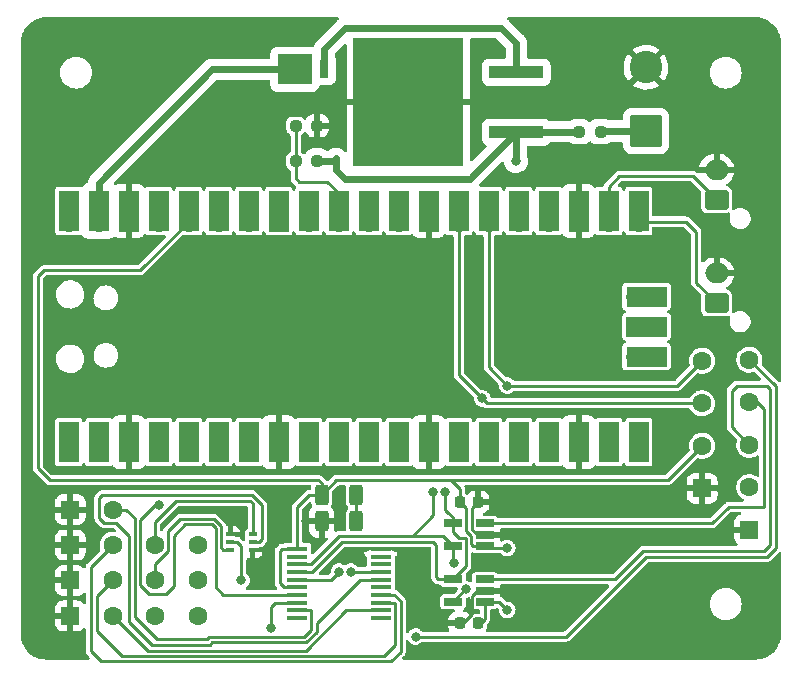
<source format=gbr>
%TF.GenerationSoftware,KiCad,Pcbnew,(6.0.5-0)*%
%TF.CreationDate,2023-05-19T22:22:55+01:00*%
%TF.ProjectId,control,636f6e74-726f-46c2-9e6b-696361645f70,rev?*%
%TF.SameCoordinates,Original*%
%TF.FileFunction,Copper,L1,Top*%
%TF.FilePolarity,Positive*%
%FSLAX46Y46*%
G04 Gerber Fmt 4.6, Leading zero omitted, Abs format (unit mm)*
G04 Created by KiCad (PCBNEW (6.0.5-0)) date 2023-05-19 22:22:55*
%MOMM*%
%LPD*%
G01*
G04 APERTURE LIST*
G04 Aperture macros list*
%AMRoundRect*
0 Rectangle with rounded corners*
0 $1 Rounding radius*
0 $2 $3 $4 $5 $6 $7 $8 $9 X,Y pos of 4 corners*
0 Add a 4 corners polygon primitive as box body*
4,1,4,$2,$3,$4,$5,$6,$7,$8,$9,$2,$3,0*
0 Add four circle primitives for the rounded corners*
1,1,$1+$1,$2,$3*
1,1,$1+$1,$4,$5*
1,1,$1+$1,$6,$7*
1,1,$1+$1,$8,$9*
0 Add four rect primitives between the rounded corners*
20,1,$1+$1,$2,$3,$4,$5,0*
20,1,$1+$1,$4,$5,$6,$7,0*
20,1,$1+$1,$6,$7,$8,$9,0*
20,1,$1+$1,$8,$9,$2,$3,0*%
G04 Aperture macros list end*
%TA.AperFunction,SMDPad,CuDef*%
%ADD10R,1.800000X0.450000*%
%TD*%
%TA.AperFunction,SMDPad,CuDef*%
%ADD11R,4.600000X1.100000*%
%TD*%
%TA.AperFunction,SMDPad,CuDef*%
%ADD12R,9.400000X10.800000*%
%TD*%
%TA.AperFunction,SMDPad,CuDef*%
%ADD13RoundRect,0.237500X0.250000X0.237500X-0.250000X0.237500X-0.250000X-0.237500X0.250000X-0.237500X0*%
%TD*%
%TA.AperFunction,SMDPad,CuDef*%
%ADD14R,1.560000X0.650000*%
%TD*%
%TA.AperFunction,ComponentPad*%
%ADD15RoundRect,0.250000X-0.550000X-0.550000X0.550000X-0.550000X0.550000X0.550000X-0.550000X0.550000X0*%
%TD*%
%TA.AperFunction,ComponentPad*%
%ADD16C,1.600000*%
%TD*%
%TA.AperFunction,ComponentPad*%
%ADD17RoundRect,0.250000X0.550000X-0.550000X0.550000X0.550000X-0.550000X0.550000X-0.550000X-0.550000X0*%
%TD*%
%TA.AperFunction,ComponentPad*%
%ADD18O,1.700000X1.700000*%
%TD*%
%TA.AperFunction,SMDPad,CuDef*%
%ADD19R,1.700000X3.500000*%
%TD*%
%TA.AperFunction,ComponentPad*%
%ADD20R,1.700000X1.700000*%
%TD*%
%TA.AperFunction,SMDPad,CuDef*%
%ADD21R,3.500000X1.700000*%
%TD*%
%TA.AperFunction,SMDPad,CuDef*%
%ADD22R,2.900000X2.600000*%
%TD*%
%TA.AperFunction,SMDPad,CuDef*%
%ADD23R,0.800000X1.500000*%
%TD*%
%TA.AperFunction,SMDPad,CuDef*%
%ADD24RoundRect,0.225000X0.225000X0.250000X-0.225000X0.250000X-0.225000X-0.250000X0.225000X-0.250000X0*%
%TD*%
%TA.AperFunction,SMDPad,CuDef*%
%ADD25RoundRect,0.237500X-0.250000X-0.237500X0.250000X-0.237500X0.250000X0.237500X-0.250000X0.237500X0*%
%TD*%
%TA.AperFunction,SMDPad,CuDef*%
%ADD26RoundRect,0.250000X0.312500X0.625000X-0.312500X0.625000X-0.312500X-0.625000X0.312500X-0.625000X0*%
%TD*%
%TA.AperFunction,ComponentPad*%
%ADD27RoundRect,0.250000X0.750000X-0.600000X0.750000X0.600000X-0.750000X0.600000X-0.750000X-0.600000X0*%
%TD*%
%TA.AperFunction,ComponentPad*%
%ADD28O,2.000000X1.700000*%
%TD*%
%TA.AperFunction,SMDPad,CuDef*%
%ADD29R,0.650000X0.400000*%
%TD*%
%TA.AperFunction,ComponentPad*%
%ADD30RoundRect,0.250000X1.125000X-1.125000X1.125000X1.125000X-1.125000X1.125000X-1.125000X-1.125000X0*%
%TD*%
%TA.AperFunction,ComponentPad*%
%ADD31C,2.750000*%
%TD*%
%TA.AperFunction,SMDPad,CuDef*%
%ADD32RoundRect,0.225000X-0.225000X-0.250000X0.225000X-0.250000X0.225000X0.250000X-0.225000X0.250000X0*%
%TD*%
%TA.AperFunction,SMDPad,CuDef*%
%ADD33RoundRect,0.250000X-0.312500X-0.625000X0.312500X-0.625000X0.312500X0.625000X-0.312500X0.625000X0*%
%TD*%
%TA.AperFunction,ViaPad*%
%ADD34C,0.800000*%
%TD*%
%TA.AperFunction,Conductor*%
%ADD35C,0.600000*%
%TD*%
%TA.AperFunction,Conductor*%
%ADD36C,0.250000*%
%TD*%
G04 APERTURE END LIST*
D10*
%TO.P,U5,1,VDD*%
%TO.N,+3V3*%
X68700000Y-90325000D03*
%TO.P,U5,2,NC_1*%
%TO.N,unconnected-(U5-Pad2)*%
X68700000Y-90975000D03*
%TO.P,U5,3,SCL*%
%TO.N,SCL*%
X68700000Y-91625000D03*
%TO.P,U5,4,SDA*%
%TO.N,SDA*%
X68700000Y-92275000D03*
%TO.P,U5,5,ADDR*%
%TO.N,Net-(R3-Pad2)*%
X68700000Y-92925000D03*
%TO.P,U5,6,~{RESET}*%
%TO.N,+3V3*%
X68700000Y-93575000D03*
%TO.P,U5,7,INT*%
%TO.N,Net-(U1-Pad4)*%
X68700000Y-94225000D03*
%TO.P,U5,8,GP0*%
%TO.N,Net-(J6-Pad5)*%
X68700000Y-94875000D03*
%TO.P,U5,9,GP1*%
%TO.N,Net-(J7-Pad2)*%
X68700000Y-95525000D03*
%TO.P,U5,10,NC_2*%
%TO.N,unconnected-(U5-Pad10)*%
X68700000Y-96175000D03*
%TO.P,U5,11,NC_3*%
%TO.N,unconnected-(U5-Pad11)*%
X75800000Y-96175000D03*
%TO.P,U5,12,GP2*%
%TO.N,Net-(J10-Pad2)*%
X75800000Y-95525000D03*
%TO.P,U5,13,GP3*%
%TO.N,Net-(J9-Pad2)*%
X75800000Y-94875000D03*
%TO.P,U5,14,GP4*%
%TO.N,Net-(J8-Pad2)*%
X75800000Y-94225000D03*
%TO.P,U5,15,GP5*%
%TO.N,Net-(Q2-Pad2)*%
X75800000Y-93575000D03*
%TO.P,U5,16,GP6*%
%TO.N,Net-(Q1-Pad5)*%
X75800000Y-92925000D03*
%TO.P,U5,17,GP7*%
%TO.N,Net-(Q1-Pad2)*%
X75800000Y-92275000D03*
%TO.P,U5,18,NC_4*%
%TO.N,unconnected-(U5-Pad18)*%
X75800000Y-91625000D03*
%TO.P,U5,19,NC_5*%
%TO.N,unconnected-(U5-Pad19)*%
X75800000Y-90975000D03*
%TO.P,U5,20,VSS*%
%TO.N,GND*%
X75800000Y-90325000D03*
%TD*%
D11*
%TO.P,U2,1,IN*%
%TO.N,+24V*%
X87275000Y-55040000D03*
D12*
%TO.P,U2,2,GND*%
%TO.N,GND*%
X78125000Y-52500000D03*
D11*
%TO.P,U2,3,OUT*%
%TO.N,Net-(D1-Pad2)*%
X87275000Y-49960000D03*
%TD*%
D13*
%TO.P,F1,1*%
%TO.N,+BATT*%
X94412500Y-55000000D03*
%TO.P,F1,2*%
%TO.N,+24V*%
X92587500Y-55000000D03*
%TD*%
D14*
%TO.P,U3,1,VCC*%
%TO.N,+3V3*%
X84604511Y-94810000D03*
%TO.P,U3,2,GND*%
%TO.N,GND*%
X84604511Y-93860000D03*
%TO.P,U3,3,AIN*%
%TO.N,Net-(J6-Pad3)*%
X84604511Y-92910000D03*
%TO.P,U3,4,SDA*%
%TO.N,SDA*%
X81904511Y-92910000D03*
%TO.P,U3,5,SCL*%
%TO.N,SCL*%
X81904511Y-94810000D03*
%TD*%
D13*
%TO.P,R1,1*%
%TO.N,+24V*%
X70412500Y-57500000D03*
%TO.P,R1,2*%
%TO.N,Net-(R1-Pad2)*%
X68587500Y-57500000D03*
%TD*%
D15*
%TO.P,J8,1,Pin_1*%
%TO.N,GND*%
X49500000Y-90000000D03*
D16*
%TO.P,J8,2,Pin_2*%
%TO.N,Net-(J8-Pad2)*%
X53100000Y-90000000D03*
%TO.P,J8,3,Pin_3*%
%TO.N,Net-(J8-Pad3)*%
X56700000Y-90000000D03*
%TO.P,J8,4,Pin_4*%
%TO.N,+24V*%
X60300000Y-90000000D03*
%TD*%
D17*
%TO.P,J6,1,Pin_1*%
%TO.N,GND*%
X107000000Y-88700000D03*
D16*
%TO.P,J6,2,Pin_2*%
%TO.N,+3V3*%
X107000000Y-85100000D03*
%TO.P,J6,3,Pin_3*%
%TO.N,Net-(J6-Pad3)*%
X107000000Y-81500000D03*
%TO.P,J6,4,Pin_4*%
%TO.N,Net-(J6-Pad4)*%
X107000000Y-77900000D03*
%TO.P,J6,5,Pin_5*%
%TO.N,Net-(J6-Pad5)*%
X107000000Y-74300000D03*
%TD*%
D18*
%TO.P,U1,1,GPIO0*%
%TO.N,unconnected-(U1-Pad1)*%
X49370000Y-80390000D03*
D19*
X49370000Y-81290000D03*
%TO.P,U1,2,GPIO1*%
%TO.N,unconnected-(U1-Pad2)*%
X51910000Y-81290000D03*
D18*
X51910000Y-80390000D03*
D20*
%TO.P,U1,3,GND*%
%TO.N,GND*%
X54450000Y-80390000D03*
D19*
X54450000Y-81290000D03*
%TO.P,U1,4,GPIO2*%
%TO.N,Net-(U1-Pad4)*%
X56990000Y-81290000D03*
D18*
X56990000Y-80390000D03*
D19*
%TO.P,U1,5,GPIO3*%
%TO.N,unconnected-(U1-Pad5)*%
X59530000Y-81290000D03*
D18*
X59530000Y-80390000D03*
D19*
%TO.P,U1,6,GPIO4*%
%TO.N,unconnected-(U1-Pad6)*%
X62070000Y-81290000D03*
D18*
X62070000Y-80390000D03*
D19*
%TO.P,U1,7,GPIO5*%
%TO.N,unconnected-(U1-Pad7)*%
X64610000Y-81290000D03*
D18*
X64610000Y-80390000D03*
D19*
%TO.P,U1,8,GND*%
%TO.N,GND*%
X67150000Y-81290000D03*
D20*
X67150000Y-80390000D03*
D19*
%TO.P,U1,9,GPIO6*%
%TO.N,unconnected-(U1-Pad9)*%
X69690000Y-81290000D03*
D18*
X69690000Y-80390000D03*
D19*
%TO.P,U1,10,GPIO7*%
%TO.N,unconnected-(U1-Pad10)*%
X72230000Y-81290000D03*
D18*
X72230000Y-80390000D03*
%TO.P,U1,11,GPIO8*%
%TO.N,unconnected-(U1-Pad11)*%
X74770000Y-80390000D03*
D19*
X74770000Y-81290000D03*
D18*
%TO.P,U1,12,GPIO9*%
%TO.N,unconnected-(U1-Pad12)*%
X77310000Y-80390000D03*
D19*
X77310000Y-81290000D03*
%TO.P,U1,13,GND*%
%TO.N,GND*%
X79850000Y-81290000D03*
D20*
X79850000Y-80390000D03*
D19*
%TO.P,U1,14,GPIO10*%
%TO.N,unconnected-(U1-Pad14)*%
X82390000Y-81290000D03*
D18*
X82390000Y-80390000D03*
%TO.P,U1,15,GPIO11*%
%TO.N,unconnected-(U1-Pad15)*%
X84930000Y-80390000D03*
D19*
X84930000Y-81290000D03*
%TO.P,U1,16,GPIO12*%
%TO.N,unconnected-(U1-Pad16)*%
X87470000Y-81290000D03*
D18*
X87470000Y-80390000D03*
D19*
%TO.P,U1,17,GPIO13*%
%TO.N,unconnected-(U1-Pad17)*%
X90010000Y-81290000D03*
D18*
X90010000Y-80390000D03*
D20*
%TO.P,U1,18,GND*%
%TO.N,GND*%
X92550000Y-80390000D03*
D19*
X92550000Y-81290000D03*
D18*
%TO.P,U1,19,GPIO14*%
%TO.N,unconnected-(U1-Pad19)*%
X95090000Y-80390000D03*
D19*
X95090000Y-81290000D03*
%TO.P,U1,20,GPIO15*%
%TO.N,unconnected-(U1-Pad20)*%
X97630000Y-81290000D03*
D18*
X97630000Y-80390000D03*
%TO.P,U1,21,GPIO16*%
%TO.N,Net-(J4-Pad1)*%
X97630000Y-62610000D03*
D19*
X97630000Y-61710000D03*
%TO.P,U1,22,GPIO17*%
%TO.N,Net-(J3-Pad1)*%
X95090000Y-61710000D03*
D18*
X95090000Y-62610000D03*
D20*
%TO.P,U1,23,GND*%
%TO.N,GND*%
X92550000Y-62610000D03*
D19*
X92550000Y-61710000D03*
D18*
%TO.P,U1,24,GPIO18*%
%TO.N,unconnected-(U1-Pad24)*%
X90010000Y-62610000D03*
D19*
X90010000Y-61710000D03*
%TO.P,U1,25,GPIO19*%
%TO.N,unconnected-(U1-Pad25)*%
X87470000Y-61710000D03*
D18*
X87470000Y-62610000D03*
%TO.P,U1,26,GPIO20*%
%TO.N,SDA*%
X84930000Y-62610000D03*
D19*
X84930000Y-61710000D03*
%TO.P,U1,27,GPIO21*%
%TO.N,SCL*%
X82390000Y-61710000D03*
D18*
X82390000Y-62610000D03*
D19*
%TO.P,U1,28,GND*%
%TO.N,GND*%
X79850000Y-61710000D03*
D20*
X79850000Y-62610000D03*
D18*
%TO.P,U1,29,GPIO22*%
%TO.N,unconnected-(U1-Pad29)*%
X77310000Y-62610000D03*
D19*
X77310000Y-61710000D03*
D18*
%TO.P,U1,30,RUN*%
%TO.N,unconnected-(U1-Pad30)*%
X74770000Y-62610000D03*
D19*
X74770000Y-61710000D03*
D18*
%TO.P,U1,31,GPIO26_ADC0*%
%TO.N,Net-(R1-Pad2)*%
X72230000Y-62610000D03*
D19*
X72230000Y-61710000D03*
D18*
%TO.P,U1,32,GPIO27_ADC1*%
%TO.N,unconnected-(U1-Pad32)*%
X69690000Y-62610000D03*
D19*
X69690000Y-61710000D03*
%TO.P,U1,33,AGND*%
%TO.N,unconnected-(U1-Pad33)*%
X67150000Y-61710000D03*
D20*
X67150000Y-62610000D03*
D19*
%TO.P,U1,34,GPIO28_ADC2*%
%TO.N,unconnected-(U1-Pad34)*%
X64610000Y-61710000D03*
D18*
X64610000Y-62610000D03*
%TO.P,U1,35,ADC_VREF*%
%TO.N,unconnected-(U1-Pad35)*%
X62070000Y-62610000D03*
D19*
X62070000Y-61710000D03*
D18*
%TO.P,U1,36,3V3*%
%TO.N,+3V3*%
X59530000Y-62610000D03*
D19*
X59530000Y-61710000D03*
D18*
%TO.P,U1,37,3V3_EN*%
%TO.N,unconnected-(U1-Pad37)*%
X56990000Y-62610000D03*
D19*
X56990000Y-61710000D03*
%TO.P,U1,38,GND*%
%TO.N,GND*%
X54450000Y-61710000D03*
D20*
X54450000Y-62610000D03*
D19*
%TO.P,U1,39,VSYS*%
%TO.N,Net-(D1-Pad1)*%
X51910000Y-61710000D03*
D18*
X51910000Y-62610000D03*
%TO.P,U1,40,VBUS*%
%TO.N,unconnected-(U1-Pad40)*%
X49370000Y-62610000D03*
D19*
X49370000Y-61710000D03*
D18*
%TO.P,U1,41,SWCLK*%
%TO.N,unconnected-(U1-Pad41)*%
X97400000Y-74040000D03*
D21*
X98300000Y-74040000D03*
%TO.P,U1,42,GND*%
%TO.N,unconnected-(U1-Pad42)*%
X98300000Y-71500000D03*
D20*
X97400000Y-71500000D03*
D21*
%TO.P,U1,43,SWDIO*%
%TO.N,unconnected-(U1-Pad43)*%
X98300000Y-68960000D03*
D18*
X97400000Y-68960000D03*
%TD*%
D22*
%TO.P,D1,1,K*%
%TO.N,Net-(D1-Pad1)*%
X68500000Y-49725000D03*
D23*
%TO.P,D1,2,A*%
%TO.N,Net-(D1-Pad2)*%
X71000000Y-49725000D03*
%TD*%
D24*
%TO.P,C1,1*%
%TO.N,+3V3*%
X84029511Y-96610000D03*
%TO.P,C1,2*%
%TO.N,GND*%
X82479511Y-96610000D03*
%TD*%
D15*
%TO.P,J9,1,Pin_1*%
%TO.N,GND*%
X49500000Y-93000000D03*
D16*
%TO.P,J9,2,Pin_2*%
%TO.N,Net-(J9-Pad2)*%
X53100000Y-93000000D03*
%TO.P,J9,3,Pin_3*%
%TO.N,Net-(J9-Pad3)*%
X56700000Y-93000000D03*
%TO.P,J9,4,Pin_4*%
%TO.N,+24V*%
X60300000Y-93000000D03*
%TD*%
D25*
%TO.P,R2,1*%
%TO.N,Net-(R1-Pad2)*%
X68587500Y-54500000D03*
%TO.P,R2,2*%
%TO.N,GND*%
X70412500Y-54500000D03*
%TD*%
D26*
%TO.P,R4,1*%
%TO.N,Net-(R3-Pad2)*%
X73712500Y-88000000D03*
%TO.P,R4,2*%
%TO.N,GND*%
X70787500Y-88000000D03*
%TD*%
D27*
%TO.P,J4,1,Pin_1*%
%TO.N,Net-(J4-Pad1)*%
X104225000Y-69500000D03*
D28*
%TO.P,J4,2,Pin_2*%
%TO.N,GND*%
X104225000Y-67000000D03*
%TD*%
D29*
%TO.P,Q1,1,S*%
%TO.N,GND*%
X63050000Y-89100000D03*
%TO.P,Q1,2,G*%
%TO.N,Net-(Q1-Pad2)*%
X63050000Y-89750000D03*
%TO.P,Q1,3,D*%
%TO.N,Net-(J9-Pad3)*%
X63050000Y-90400000D03*
%TO.P,Q1,4,S*%
%TO.N,GND*%
X64950000Y-90400000D03*
%TO.P,Q1,5,G*%
%TO.N,Net-(Q1-Pad5)*%
X64950000Y-89750000D03*
%TO.P,Q1,6,D*%
%TO.N,Net-(J8-Pad3)*%
X64950000Y-89100000D03*
%TD*%
D15*
%TO.P,J10,1,Pin_1*%
%TO.N,GND*%
X49500000Y-96000000D03*
D16*
%TO.P,J10,2,Pin_2*%
%TO.N,Net-(J10-Pad2)*%
X53100000Y-96000000D03*
%TO.P,J10,3,Pin_3*%
%TO.N,Net-(J10-Pad3)*%
X56700000Y-96000000D03*
%TO.P,J10,4,Pin_4*%
%TO.N,+24V*%
X60300000Y-96000000D03*
%TD*%
D14*
%TO.P,U4,1,VCC*%
%TO.N,+3V3*%
X84604511Y-90060000D03*
%TO.P,U4,2,GND*%
%TO.N,GND*%
X84604511Y-89110000D03*
%TO.P,U4,3,AIN*%
%TO.N,Net-(J6-Pad4)*%
X84604511Y-88160000D03*
%TO.P,U4,4,SDA*%
%TO.N,SDA*%
X81904511Y-88160000D03*
%TO.P,U4,5,SCL*%
%TO.N,SCL*%
X81904511Y-90060000D03*
%TD*%
D17*
%TO.P,J5,1,Pin_1*%
%TO.N,GND*%
X103000000Y-85200000D03*
D16*
%TO.P,J5,2,Pin_2*%
%TO.N,+3V3*%
X103000000Y-81600000D03*
%TO.P,J5,3,Pin_3*%
%TO.N,SCL*%
X103000000Y-78000000D03*
%TO.P,J5,4,Pin_4*%
%TO.N,SDA*%
X103000000Y-74400000D03*
%TD*%
D30*
%TO.P,J1,1,Pin_1*%
%TO.N,+BATT*%
X98250000Y-54950000D03*
D31*
%TO.P,J1,2,Pin_2*%
%TO.N,GND*%
X98250000Y-49550000D03*
%TD*%
D32*
%TO.P,C2,1*%
%TO.N,+3V3*%
X82479511Y-86360000D03*
%TO.P,C2,2*%
%TO.N,GND*%
X84029511Y-86360000D03*
%TD*%
D33*
%TO.P,R3,1*%
%TO.N,+3V3*%
X70787500Y-85750000D03*
%TO.P,R3,2*%
%TO.N,Net-(R3-Pad2)*%
X73712500Y-85750000D03*
%TD*%
D15*
%TO.P,J7,1,Pin_1*%
%TO.N,GND*%
X49500000Y-87000000D03*
D16*
%TO.P,J7,2,Pin_2*%
%TO.N,Net-(J7-Pad2)*%
X53100000Y-87000000D03*
%TD*%
D27*
%TO.P,J3,1,Pin_1*%
%TO.N,Net-(J3-Pad1)*%
X104225000Y-60750000D03*
D28*
%TO.P,J3,2,Pin_2*%
%TO.N,GND*%
X104225000Y-58250000D03*
%TD*%
D34*
%TO.N,+3V3*%
X86500000Y-90250000D03*
X86500000Y-95500000D03*
%TO.N,GND*%
X87750000Y-73000000D03*
X87750000Y-69250000D03*
X74750000Y-76500000D03*
X74750000Y-69250000D03*
X67250000Y-69000000D03*
X56000000Y-69000000D03*
X54500000Y-65250000D03*
X79750000Y-69250000D03*
X93750000Y-69250000D03*
X93750000Y-73000000D03*
X79750000Y-76500000D03*
X67250000Y-76500000D03*
X54500000Y-76500000D03*
X67250000Y-88000000D03*
X64000000Y-88000000D03*
%TO.N,+24V*%
X87250000Y-57500000D03*
%TO.N,GND*%
X91250000Y-99000000D03*
X79750000Y-99000000D03*
X97500000Y-99000000D03*
X103000000Y-92250000D03*
X69500000Y-88000000D03*
X47750000Y-88500000D03*
X47750000Y-94500000D03*
X51750000Y-89000000D03*
X73250000Y-91000000D03*
X65500000Y-92250000D03*
X47750000Y-91500000D03*
X79750000Y-94750000D03*
X78750000Y-91750000D03*
X78750000Y-93000000D03*
%TO.N,Net-(Q1-Pad2)*%
X73250000Y-92250000D03*
X64000000Y-93000000D03*
%TO.N,SCL*%
X82000000Y-91500000D03*
X80250000Y-85500000D03*
X83000000Y-93750000D03*
X84389333Y-77586068D03*
%TO.N,SDA*%
X86500000Y-76500000D03*
X81250000Y-85500000D03*
%TO.N,Net-(J6-Pad5)*%
X78750000Y-97750000D03*
X66500000Y-97000000D03*
%TO.N,Net-(R3-Pad2)*%
X73712500Y-88000000D03*
X72250000Y-92250000D03*
%TO.N,Net-(U1-Pad4)*%
X57000000Y-86599989D03*
%TD*%
D35*
%TO.N,+BATT*%
X98250000Y-54950000D02*
X94462500Y-54950000D01*
X94462500Y-54950000D02*
X94412500Y-55000000D01*
D36*
%TO.N,+3V3*%
X84604511Y-94810000D02*
X85810000Y-94810000D01*
X85810000Y-94810000D02*
X86500000Y-95500000D01*
X86500000Y-90250000D02*
X84794511Y-90250000D01*
X84794511Y-90250000D02*
X84604511Y-90060000D01*
%TO.N,Net-(Q1-Pad5)*%
X52374511Y-88124511D02*
X51975489Y-87725489D01*
X56423532Y-98423532D02*
X54500000Y-96500000D01*
X65750000Y-86614296D02*
X65750000Y-89525000D01*
X70374022Y-96625978D02*
X70374022Y-97375978D01*
X75800000Y-92925000D02*
X74075000Y-92925000D01*
X65750000Y-89525000D02*
X65525000Y-89750000D01*
X52199511Y-85800489D02*
X64936194Y-85800490D01*
X51975489Y-86024511D02*
X52199511Y-85800489D01*
X53374511Y-88124511D02*
X52374511Y-88124511D01*
X65525000Y-89750000D02*
X64950000Y-89750000D01*
%TO.N,Net-(J8-Pad3)*%
X56700000Y-88050000D02*
X58500000Y-86250000D01*
%TO.N,Net-(Q1-Pad5)*%
X64936194Y-85800490D02*
X65750000Y-86614296D01*
X74075000Y-92925000D02*
X70374022Y-96625978D01*
X61303861Y-98423532D02*
X56423532Y-98423532D01*
X54500000Y-96500000D02*
X54500000Y-89250000D01*
X61477393Y-98250000D02*
X61303861Y-98423532D01*
X70374022Y-97375978D02*
X69500000Y-98250000D01*
X51975489Y-87725489D02*
X51975489Y-86024511D01*
X54500000Y-89250000D02*
X53374511Y-88124511D01*
X69500000Y-98250000D02*
X61477393Y-98250000D01*
%TO.N,Net-(J8-Pad3)*%
X56700000Y-90000000D02*
X56700000Y-88050000D01*
X58500000Y-86250000D02*
X64750000Y-86250000D01*
X64750000Y-86250000D02*
X64950000Y-86450000D01*
X64950000Y-86450000D02*
X64950000Y-89100000D01*
%TO.N,Net-(J4-Pad1)*%
X97630000Y-62610000D02*
X101610000Y-62610000D01*
X101610000Y-62610000D02*
X102500000Y-63500000D01*
X102500000Y-63500000D02*
X102500000Y-67775000D01*
X102500000Y-67775000D02*
X104225000Y-69500000D01*
%TO.N,Net-(J3-Pad1)*%
X95090000Y-62610000D02*
X95090000Y-59660000D01*
X95090000Y-59660000D02*
X96000000Y-58750000D01*
X96000000Y-58750000D02*
X102225000Y-58750000D01*
X102225000Y-58750000D02*
X104225000Y-60750000D01*
D35*
%TO.N,+24V*%
X71750000Y-57500000D02*
X72000000Y-57250000D01*
X72750000Y-59000000D02*
X83315000Y-59000000D01*
X92587500Y-55000000D02*
X87315000Y-55000000D01*
X83315000Y-59000000D02*
X87275000Y-55040000D01*
X72000000Y-58250000D02*
X72750000Y-59000000D01*
X87275000Y-55040000D02*
X87275000Y-57475000D01*
X70412500Y-57500000D02*
X71750000Y-57500000D01*
X87315000Y-55000000D02*
X87275000Y-55040000D01*
X72000000Y-57250000D02*
X72000000Y-58250000D01*
X87275000Y-57475000D02*
X87250000Y-57500000D01*
D36*
%TO.N,GND*%
X82729511Y-96610000D02*
X83500000Y-95839511D01*
X83500000Y-88630059D02*
X83979941Y-89110000D01*
X83979941Y-89110000D02*
X84604511Y-89110000D01*
X83500000Y-86889511D02*
X83500000Y-88630059D01*
X83500000Y-94274600D02*
X83914600Y-93860000D01*
X84029511Y-86360000D02*
X83500000Y-86889511D01*
X83914600Y-93860000D02*
X84604511Y-93860000D01*
X83500000Y-95839511D02*
X83500000Y-94274600D01*
X82479511Y-96610000D02*
X82729511Y-96610000D01*
D35*
%TO.N,Net-(D1-Pad2)*%
X87275000Y-47525000D02*
X87275000Y-49960000D01*
X71000000Y-48000000D02*
X72799511Y-46200489D01*
X72799511Y-46200489D02*
X85950489Y-46200489D01*
X85950489Y-46200489D02*
X87275000Y-47525000D01*
X71000000Y-49725000D02*
X71000000Y-48000000D01*
D36*
%TO.N,Net-(Q1-Pad2)*%
X64000000Y-90125000D02*
X64000000Y-93000000D01*
X73250000Y-92250000D02*
X73275000Y-92275000D01*
X63625000Y-89750000D02*
X64000000Y-90125000D01*
X73275000Y-92275000D02*
X75800000Y-92275000D01*
X63050000Y-89750000D02*
X63625000Y-89750000D01*
D35*
%TO.N,Net-(D1-Pad1)*%
X51910000Y-62610000D02*
X51910000Y-59340000D01*
X61525000Y-49725000D02*
X68500000Y-49725000D01*
X51910000Y-59340000D02*
X61525000Y-49725000D01*
D36*
%TO.N,+3V3*%
X67425000Y-90325000D02*
X67250000Y-90500000D01*
X83009022Y-88774785D02*
X83458533Y-89224296D01*
X83458533Y-89224296D02*
X83458533Y-89944022D01*
X68700000Y-90325000D02*
X67425000Y-90325000D01*
X67250000Y-93249022D02*
X67575978Y-93575000D01*
X67575978Y-93575000D02*
X68700000Y-93575000D01*
X81750000Y-84500000D02*
X82479511Y-85229511D01*
X68700000Y-90325000D02*
X68700000Y-86800000D01*
X83574511Y-90060000D02*
X84604511Y-90060000D01*
X70500000Y-84500000D02*
X70787500Y-84787500D01*
X84604511Y-96260000D02*
X84604511Y-94810000D01*
X100100000Y-84500000D02*
X103000000Y-81600000D01*
X81750000Y-84500000D02*
X100100000Y-84500000D01*
X68700000Y-86800000D02*
X69750000Y-85750000D01*
X59530000Y-62610000D02*
X55390000Y-66750000D01*
X47750000Y-84500000D02*
X70500000Y-84500000D01*
X47250000Y-66750000D02*
X46750000Y-67250000D01*
X55390000Y-66750000D02*
X47250000Y-66750000D01*
X46750000Y-67250000D02*
X46750000Y-83500000D01*
X72037500Y-84500000D02*
X81750000Y-84500000D01*
X83458533Y-89944022D02*
X83574511Y-90060000D01*
X67250000Y-90500000D02*
X67250000Y-93249022D01*
X70787500Y-84787500D02*
X70787500Y-85750000D01*
X82479511Y-85229511D02*
X82479511Y-86360000D01*
X84254511Y-96610000D02*
X84604511Y-96260000D01*
X70787500Y-85750000D02*
X72037500Y-84500000D01*
X46750000Y-83500000D02*
X47750000Y-84500000D01*
X83009022Y-86889511D02*
X83009022Y-88774785D01*
X82479511Y-86360000D02*
X83009022Y-86889511D01*
X69750000Y-85750000D02*
X70787500Y-85750000D01*
%TO.N,Net-(J7-Pad2)*%
X56859725Y-97974021D02*
X61117668Y-97974021D01*
X69313807Y-97800489D02*
X69924511Y-97189785D01*
X69850000Y-95525000D02*
X68700000Y-95525000D01*
X54949511Y-87718141D02*
X54949511Y-96063807D01*
X69924511Y-95599511D02*
X69850000Y-95525000D01*
X53100000Y-87000000D02*
X54231370Y-87000000D01*
X61117668Y-97974021D02*
X61291200Y-97800489D01*
X54949511Y-96063807D02*
X56859725Y-97974021D01*
X54231370Y-87000000D02*
X54949511Y-87718141D01*
X61291200Y-97800489D02*
X69313807Y-97800489D01*
X69924511Y-97189785D02*
X69924511Y-95599511D01*
%TO.N,SCL*%
X81904511Y-90060000D02*
X81904511Y-91404511D01*
X103000000Y-78000000D02*
X84803265Y-78000000D01*
X82390000Y-62610000D02*
X82390000Y-75586735D01*
X78500000Y-89250000D02*
X80250000Y-87500000D01*
X69850000Y-91625000D02*
X72225000Y-89250000D01*
X81094511Y-89250000D02*
X81904511Y-90060000D01*
X80250000Y-87500000D02*
X80250000Y-85500000D01*
X72225000Y-89250000D02*
X78500000Y-89250000D01*
X68700000Y-91625000D02*
X69850000Y-91625000D01*
X83000000Y-93750000D02*
X82964511Y-93750000D01*
X78500000Y-89250000D02*
X81094511Y-89250000D01*
X82964511Y-93750000D02*
X81904511Y-94810000D01*
X82390000Y-75586735D02*
X84389333Y-77586068D01*
X81904511Y-91404511D02*
X82000000Y-91500000D01*
X84803265Y-78000000D02*
X84389333Y-77586068D01*
%TO.N,SDA*%
X82410489Y-89410489D02*
X83009022Y-89410489D01*
X72500000Y-89750000D02*
X80250000Y-89750000D01*
X86500000Y-76500000D02*
X100900000Y-76500000D01*
X81904511Y-87654511D02*
X81500000Y-87250000D01*
X81904511Y-88904511D02*
X82410489Y-89410489D01*
X83009022Y-89410489D02*
X83009022Y-91805489D01*
X81250000Y-87000000D02*
X81250000Y-85500000D01*
X81904511Y-88160000D02*
X81904511Y-87654511D01*
X84930000Y-74930000D02*
X86500000Y-76500000D01*
X69975000Y-92275000D02*
X72500000Y-89750000D01*
X83009022Y-91805489D02*
X81904511Y-92910000D01*
X80500000Y-92750000D02*
X80660000Y-92910000D01*
X100900000Y-76500000D02*
X103000000Y-74400000D01*
X80500000Y-90000000D02*
X80500000Y-92750000D01*
X84930000Y-62610000D02*
X84930000Y-74930000D01*
X81500000Y-87250000D02*
X81250000Y-87000000D01*
X81904511Y-88160000D02*
X81904511Y-88904511D01*
X68700000Y-92275000D02*
X69975000Y-92275000D01*
X80250000Y-89750000D02*
X80500000Y-90000000D01*
X80660000Y-92910000D02*
X81904511Y-92910000D01*
%TO.N,Net-(J8-Pad2)*%
X76950000Y-94225000D02*
X75800000Y-94225000D01*
X53100000Y-90000000D02*
X51250000Y-91850000D01*
X51250000Y-91850000D02*
X51250000Y-99000000D01*
X77474022Y-94749022D02*
X76950000Y-94225000D01*
X51250000Y-99000000D02*
X52098530Y-99848530D01*
X77474022Y-99025978D02*
X77474022Y-94749022D01*
X52098530Y-99848530D02*
X76651470Y-99848530D01*
X76651470Y-99848530D02*
X77474022Y-99025978D01*
%TO.N,Net-(R1-Pad2)*%
X68587500Y-57500000D02*
X68587500Y-58967500D01*
X68587500Y-58967500D02*
X68855489Y-59235489D01*
X68855489Y-59235489D02*
X71264511Y-59235489D01*
X68587500Y-54500000D02*
X68587500Y-57500000D01*
X71264511Y-59235489D02*
X72230000Y-60200978D01*
X72230000Y-60200978D02*
X72230000Y-62610000D01*
%TO.N,Net-(J9-Pad2)*%
X77024511Y-94949511D02*
X76950000Y-94875000D01*
X76950000Y-94875000D02*
X75800000Y-94875000D01*
X76100980Y-99399020D02*
X77024511Y-98475489D01*
X77024511Y-98475489D02*
X77024511Y-94949511D01*
X53899020Y-99399020D02*
X76100980Y-99399020D01*
X51750000Y-97250000D02*
X53899020Y-99399020D01*
X51750000Y-94350000D02*
X51750000Y-97250000D01*
X53100000Y-93000000D02*
X51750000Y-94350000D01*
%TO.N,Net-(J9-Pad3)*%
X61686194Y-87800490D02*
X62274022Y-88388318D01*
X56700000Y-93000000D02*
X56700000Y-91590300D01*
X57800490Y-89510190D02*
X57800490Y-88813806D01*
X57800490Y-88813806D02*
X58813806Y-87800490D01*
X58813806Y-87800490D02*
X61686194Y-87800490D01*
X62475000Y-90400000D02*
X63050000Y-90400000D01*
X57824511Y-89534211D02*
X57800490Y-89510190D01*
X62274022Y-88388318D02*
X62274022Y-90199022D01*
X56700000Y-91590300D02*
X57824511Y-90465789D01*
X57824511Y-90465789D02*
X57824511Y-89534211D01*
X62274022Y-90199022D02*
X62475000Y-90400000D01*
%TO.N,Net-(J6-Pad3)*%
X95590000Y-92910000D02*
X98000000Y-90500000D01*
X106000000Y-76500000D02*
X105500000Y-77000000D01*
X108750000Y-90000000D02*
X108750000Y-76750000D01*
X105500000Y-80000000D02*
X107000000Y-81500000D01*
X84604511Y-92910000D02*
X95590000Y-92910000D01*
X105500000Y-77000000D02*
X105500000Y-80000000D01*
X108500000Y-76500000D02*
X106000000Y-76500000D01*
X98000000Y-90500000D02*
X108250000Y-90500000D01*
X108250000Y-90500000D02*
X108750000Y-90000000D01*
X108750000Y-76750000D02*
X108500000Y-76500000D01*
%TO.N,Net-(J6-Pad4)*%
X108250000Y-78500000D02*
X107650000Y-77900000D01*
X84604511Y-88160000D02*
X103840000Y-88160000D01*
X103840000Y-88160000D02*
X105250000Y-86750000D01*
X107650000Y-77900000D02*
X107000000Y-77900000D01*
X108250000Y-86750000D02*
X108250000Y-78500000D01*
X105250000Y-86750000D02*
X108250000Y-86750000D01*
%TO.N,Net-(J6-Pad5)*%
X109250000Y-76550000D02*
X107000000Y-74300000D01*
X109250000Y-90250000D02*
X109250000Y-76550000D01*
X66500000Y-95250000D02*
X66500000Y-97000000D01*
X98250000Y-91000000D02*
X108500000Y-91000000D01*
X66875000Y-94875000D02*
X66500000Y-95250000D01*
X91500000Y-97750000D02*
X98250000Y-91000000D01*
X68700000Y-94875000D02*
X66875000Y-94875000D01*
X108500000Y-91000000D02*
X109250000Y-90250000D01*
X78750000Y-97750000D02*
X91500000Y-97750000D01*
%TO.N,Net-(J10-Pad2)*%
X53100000Y-96000000D02*
X56049511Y-98949511D01*
X69436194Y-98949510D02*
X72860704Y-95525000D01*
X56049511Y-98949511D02*
X69436194Y-98949510D01*
X72860704Y-95525000D02*
X75800000Y-95525000D01*
%TO.N,Net-(R3-Pad2)*%
X71575000Y-92925000D02*
X72250000Y-92250000D01*
X73712500Y-85750000D02*
X73712500Y-88000000D01*
X68700000Y-92925000D02*
X71575000Y-92925000D01*
%TO.N,Net-(U1-Pad4)*%
X58250000Y-90676004D02*
X58250000Y-93500000D01*
X58250001Y-89249999D02*
X58250000Y-89323996D01*
X61824511Y-93574511D02*
X61824511Y-88574511D01*
X58250000Y-89323996D02*
X58274022Y-89348018D01*
X68700000Y-94225000D02*
X62475000Y-94225000D01*
X58250000Y-93500000D02*
X57625489Y-94124511D01*
X56145919Y-94124511D02*
X55399022Y-93377614D01*
X62475000Y-94225000D02*
X61824511Y-93574511D01*
X57625489Y-94124511D02*
X56145919Y-94124511D01*
X56650011Y-86599989D02*
X57000000Y-86599989D01*
X55399022Y-87850978D02*
X56650011Y-86599989D01*
X58274021Y-90651983D02*
X58250000Y-90676004D01*
X61500000Y-88250000D02*
X59250000Y-88250000D01*
X58274022Y-89348018D02*
X58274021Y-90651983D01*
X59250000Y-88250000D02*
X58250001Y-89249999D01*
X61824511Y-88574511D02*
X61500000Y-88250000D01*
X55399022Y-93377614D02*
X55399022Y-87850978D01*
%TD*%
%TA.AperFunction,Conductor*%
%TO.N,GND*%
G36*
X109617532Y-90588381D02*
G01*
X109674368Y-90630928D01*
X109699179Y-90697448D01*
X109699500Y-90706437D01*
X109699500Y-97462683D01*
X109697586Y-97484563D01*
X109694864Y-97500000D01*
X109696778Y-97510854D01*
X109696778Y-97521881D01*
X109696701Y-97521881D01*
X109697418Y-97534422D01*
X109683923Y-97757513D01*
X109682089Y-97772617D01*
X109641824Y-97992343D01*
X109636962Y-98018874D01*
X109633322Y-98033642D01*
X109571335Y-98232564D01*
X109558836Y-98272675D01*
X109553441Y-98286900D01*
X109450687Y-98515213D01*
X109443615Y-98528687D01*
X109314097Y-98742934D01*
X109305455Y-98755454D01*
X109254309Y-98820737D01*
X109151045Y-98952544D01*
X109140955Y-98963932D01*
X108963932Y-99140955D01*
X108952544Y-99151045D01*
X108780017Y-99286212D01*
X108755456Y-99305454D01*
X108742935Y-99314096D01*
X108528683Y-99443617D01*
X108515213Y-99450687D01*
X108286900Y-99553441D01*
X108272676Y-99558836D01*
X108033642Y-99633322D01*
X108018881Y-99636960D01*
X107836819Y-99670324D01*
X107772617Y-99682089D01*
X107757513Y-99683923D01*
X107579014Y-99694721D01*
X107534422Y-99697418D01*
X107521881Y-99696701D01*
X107521881Y-99696778D01*
X107510854Y-99696778D01*
X107500000Y-99694864D01*
X107489145Y-99696778D01*
X107484563Y-99697586D01*
X107462683Y-99699500D01*
X77706437Y-99699500D01*
X77638316Y-99679498D01*
X77591823Y-99625842D01*
X77581719Y-99555568D01*
X77611213Y-99490988D01*
X77617342Y-99484405D01*
X77727238Y-99374509D01*
X77727241Y-99374507D01*
X77822550Y-99279198D01*
X77833443Y-99257819D01*
X77843771Y-99240966D01*
X77852043Y-99229581D01*
X77852044Y-99229579D01*
X77857871Y-99221559D01*
X77862298Y-99207935D01*
X77865286Y-99198741D01*
X77872850Y-99180480D01*
X77879238Y-99167942D01*
X77879238Y-99167941D01*
X77883741Y-99159104D01*
X77887494Y-99135407D01*
X77892108Y-99116188D01*
X77899522Y-99093371D01*
X77899522Y-98153784D01*
X77919524Y-98085663D01*
X77973180Y-98039170D01*
X78043454Y-98029066D01*
X78108034Y-98058560D01*
X78130104Y-98083509D01*
X78211594Y-98204780D01*
X78211597Y-98204783D01*
X78215830Y-98211083D01*
X78221442Y-98216190D01*
X78221445Y-98216193D01*
X78335612Y-98320077D01*
X78335616Y-98320080D01*
X78341233Y-98325191D01*
X78347906Y-98328814D01*
X78347910Y-98328817D01*
X78483558Y-98402467D01*
X78483560Y-98402468D01*
X78490235Y-98406092D01*
X78497584Y-98408020D01*
X78646883Y-98447188D01*
X78646885Y-98447188D01*
X78654233Y-98449116D01*
X78740609Y-98450473D01*
X78816161Y-98451660D01*
X78816164Y-98451660D01*
X78823760Y-98451779D01*
X78831165Y-98450083D01*
X78831166Y-98450083D01*
X78891586Y-98436245D01*
X78989029Y-98413928D01*
X79140498Y-98337747D01*
X79269423Y-98227634D01*
X79273854Y-98221467D01*
X79278684Y-98216215D01*
X79339516Y-98179609D01*
X79371433Y-98175500D01*
X91567393Y-98175500D01*
X91590210Y-98168086D01*
X91609429Y-98163472D01*
X91633126Y-98159719D01*
X91641964Y-98155216D01*
X91654502Y-98148828D01*
X91672763Y-98141264D01*
X91686147Y-98136915D01*
X91686150Y-98136913D01*
X91695581Y-98133849D01*
X91714991Y-98119747D01*
X91731837Y-98109423D01*
X91753220Y-98098528D01*
X94851748Y-95000000D01*
X103644341Y-95000000D01*
X103664937Y-95235408D01*
X103666361Y-95240722D01*
X103666361Y-95240723D01*
X103721602Y-95446886D01*
X103726097Y-95463663D01*
X103728419Y-95468643D01*
X103728420Y-95468645D01*
X103821506Y-95668266D01*
X103825965Y-95677829D01*
X103961505Y-95871401D01*
X104128599Y-96038495D01*
X104322171Y-96174035D01*
X104327149Y-96176356D01*
X104327152Y-96176358D01*
X104531355Y-96271580D01*
X104536337Y-96273903D01*
X104541645Y-96275325D01*
X104541647Y-96275326D01*
X104759277Y-96333639D01*
X104764592Y-96335063D01*
X104867682Y-96344082D01*
X104938310Y-96350262D01*
X104938317Y-96350262D01*
X104941034Y-96350500D01*
X105058966Y-96350500D01*
X105061683Y-96350262D01*
X105061690Y-96350262D01*
X105132318Y-96344082D01*
X105235408Y-96335063D01*
X105240723Y-96333639D01*
X105458353Y-96275326D01*
X105458355Y-96275325D01*
X105463663Y-96273903D01*
X105468645Y-96271580D01*
X105672848Y-96176358D01*
X105672851Y-96176356D01*
X105677829Y-96174035D01*
X105871401Y-96038495D01*
X106038495Y-95871401D01*
X106041655Y-95866889D01*
X106170878Y-95682339D01*
X106170881Y-95682334D01*
X106174035Y-95677830D01*
X106176358Y-95672848D01*
X106176361Y-95672843D01*
X106271580Y-95468645D01*
X106271581Y-95468644D01*
X106273903Y-95463663D01*
X106278399Y-95446886D01*
X106333639Y-95240723D01*
X106333639Y-95240722D01*
X106335063Y-95235408D01*
X106355659Y-95000000D01*
X106335063Y-94764592D01*
X106322632Y-94718198D01*
X106275326Y-94541647D01*
X106275325Y-94541645D01*
X106273903Y-94536337D01*
X106270821Y-94529727D01*
X106176358Y-94327152D01*
X106176356Y-94327149D01*
X106174035Y-94322171D01*
X106038495Y-94128599D01*
X105871401Y-93961505D01*
X105677829Y-93825965D01*
X105672851Y-93823644D01*
X105672848Y-93823642D01*
X105468645Y-93728420D01*
X105468643Y-93728419D01*
X105463663Y-93726097D01*
X105458355Y-93724675D01*
X105458353Y-93724674D01*
X105240723Y-93666361D01*
X105240722Y-93666361D01*
X105235408Y-93664937D01*
X105128322Y-93655568D01*
X105061690Y-93649738D01*
X105061683Y-93649738D01*
X105058966Y-93649500D01*
X104941034Y-93649500D01*
X104938317Y-93649738D01*
X104938310Y-93649738D01*
X104871678Y-93655568D01*
X104764592Y-93664937D01*
X104759278Y-93666361D01*
X104759277Y-93666361D01*
X104541647Y-93724674D01*
X104541645Y-93724675D01*
X104536337Y-93726097D01*
X104531357Y-93728419D01*
X104531355Y-93728420D01*
X104327152Y-93823642D01*
X104327149Y-93823644D01*
X104322171Y-93825965D01*
X104128599Y-93961505D01*
X103961505Y-94128599D01*
X103958348Y-94133107D01*
X103958346Y-94133110D01*
X103835887Y-94308000D01*
X103825965Y-94322170D01*
X103823642Y-94327152D01*
X103823639Y-94327157D01*
X103729179Y-94529727D01*
X103726097Y-94536337D01*
X103724675Y-94541645D01*
X103724674Y-94541647D01*
X103677368Y-94718198D01*
X103664937Y-94764592D01*
X103644341Y-95000000D01*
X94851748Y-95000000D01*
X98389343Y-91462405D01*
X98451655Y-91428379D01*
X98478438Y-91425500D01*
X108567393Y-91425500D01*
X108590210Y-91418086D01*
X108609429Y-91413472D01*
X108633126Y-91409719D01*
X108645110Y-91403613D01*
X108654502Y-91398828D01*
X108672763Y-91391264D01*
X108686147Y-91386915D01*
X108686150Y-91386913D01*
X108695581Y-91383849D01*
X108714991Y-91369747D01*
X108731837Y-91359423D01*
X108753220Y-91348528D01*
X108848528Y-91253220D01*
X109484405Y-90617342D01*
X109546717Y-90583316D01*
X109617532Y-90588381D01*
G37*
%TD.AperFunction*%
%TA.AperFunction,Conductor*%
G36*
X72192303Y-45320502D02*
G01*
X72238796Y-45374158D01*
X72248900Y-45444432D01*
X72219406Y-45509012D01*
X72203482Y-45524416D01*
X72196131Y-45530369D01*
X72181772Y-45544728D01*
X72176988Y-45549269D01*
X72131528Y-45590201D01*
X72131526Y-45590203D01*
X72126623Y-45594618D01*
X72118474Y-45605834D01*
X72105639Y-45620861D01*
X70420379Y-47306122D01*
X70405351Y-47318959D01*
X70394129Y-47327112D01*
X70389716Y-47332014D01*
X70389714Y-47332015D01*
X70348771Y-47377487D01*
X70344230Y-47382271D01*
X70329881Y-47396620D01*
X70327805Y-47399184D01*
X70317099Y-47412404D01*
X70312815Y-47417420D01*
X70267467Y-47467784D01*
X70260534Y-47479791D01*
X70249339Y-47496080D01*
X70240617Y-47506851D01*
X70237621Y-47512731D01*
X70237619Y-47512734D01*
X70209849Y-47567234D01*
X70206703Y-47573029D01*
X70199171Y-47586076D01*
X70172821Y-47631716D01*
X70168977Y-47643547D01*
X70168536Y-47644903D01*
X70160973Y-47663160D01*
X70154680Y-47675512D01*
X70152972Y-47681885D01*
X70152970Y-47681891D01*
X70139084Y-47733713D01*
X70102133Y-47794335D01*
X70038272Y-47825357D01*
X70000937Y-47826024D01*
X69989361Y-47824500D01*
X68500181Y-47824500D01*
X67010640Y-47824501D01*
X67006556Y-47825039D01*
X67006550Y-47825039D01*
X66901425Y-47838878D01*
X66901423Y-47838878D01*
X66893238Y-47839956D01*
X66747159Y-47900464D01*
X66621718Y-47996718D01*
X66525464Y-48122159D01*
X66464956Y-48268238D01*
X66449500Y-48385639D01*
X66449500Y-48698500D01*
X66429498Y-48766621D01*
X66375842Y-48813114D01*
X66323500Y-48824500D01*
X61605787Y-48824500D01*
X61586076Y-48822949D01*
X61578904Y-48821813D01*
X61572388Y-48820781D01*
X61565801Y-48821126D01*
X61565796Y-48821126D01*
X61504727Y-48824327D01*
X61498133Y-48824500D01*
X61477808Y-48824500D01*
X61474536Y-48824844D01*
X61474534Y-48824844D01*
X61457585Y-48826625D01*
X61451011Y-48827142D01*
X61389955Y-48830342D01*
X61389954Y-48830342D01*
X61383354Y-48830688D01*
X61371540Y-48833854D01*
X61369971Y-48834274D01*
X61350533Y-48837877D01*
X61336744Y-48839326D01*
X61272281Y-48860271D01*
X61265980Y-48862138D01*
X61200512Y-48879680D01*
X61194633Y-48882676D01*
X61194629Y-48882677D01*
X61188160Y-48885973D01*
X61169903Y-48893536D01*
X61156716Y-48897821D01*
X61151001Y-48901121D01*
X61151000Y-48901121D01*
X61098029Y-48931703D01*
X61092234Y-48934849D01*
X61037734Y-48962619D01*
X61037731Y-48962621D01*
X61031851Y-48965617D01*
X61026722Y-48969771D01*
X61026721Y-48969771D01*
X61021080Y-48974339D01*
X61004791Y-48985534D01*
X60992784Y-48992467D01*
X60987874Y-48996888D01*
X60942420Y-49037815D01*
X60937404Y-49042099D01*
X60929078Y-49048842D01*
X60921620Y-49054881D01*
X60907271Y-49069230D01*
X60902487Y-49073771D01*
X60872682Y-49100608D01*
X60852112Y-49119129D01*
X60843959Y-49130351D01*
X60831122Y-49145379D01*
X51330379Y-58646122D01*
X51315351Y-58658959D01*
X51304129Y-58667112D01*
X51299716Y-58672014D01*
X51299714Y-58672015D01*
X51258771Y-58717487D01*
X51254230Y-58722271D01*
X51239881Y-58736620D01*
X51237805Y-58739184D01*
X51227099Y-58752404D01*
X51222815Y-58757420D01*
X51219028Y-58761626D01*
X51177467Y-58807784D01*
X51170534Y-58819791D01*
X51159339Y-58836080D01*
X51150617Y-58846851D01*
X51147621Y-58852731D01*
X51147619Y-58852734D01*
X51119849Y-58907234D01*
X51116703Y-58913029D01*
X51087600Y-58963438D01*
X51082821Y-58971716D01*
X51078977Y-58983547D01*
X51078536Y-58984903D01*
X51070973Y-59003160D01*
X51064680Y-59015512D01*
X51062972Y-59021885D01*
X51062970Y-59021891D01*
X51047138Y-59080975D01*
X51045265Y-59087299D01*
X51031119Y-59130837D01*
X51024326Y-59151744D01*
X51023636Y-59158305D01*
X51023636Y-59158307D01*
X51022878Y-59165521D01*
X51019275Y-59184963D01*
X51015687Y-59198354D01*
X51015342Y-59204943D01*
X51015341Y-59204948D01*
X51012634Y-59256624D01*
X50989096Y-59323605D01*
X50933081Y-59367227D01*
X50919179Y-59370910D01*
X50919402Y-59371741D01*
X50911426Y-59373878D01*
X50903238Y-59374956D01*
X50757159Y-59435464D01*
X50631718Y-59531718D01*
X50535464Y-59657159D01*
X50534332Y-59656291D01*
X50489356Y-59699181D01*
X50419643Y-59712622D01*
X50380664Y-59702432D01*
X50298993Y-59666325D01*
X50298992Y-59666325D01*
X50290327Y-59662494D01*
X50264646Y-59659500D01*
X48475354Y-59659500D01*
X48471650Y-59659941D01*
X48471647Y-59659941D01*
X48464254Y-59660821D01*
X48449154Y-59662618D01*
X48440514Y-59666456D01*
X48440513Y-59666456D01*
X48359236Y-59702558D01*
X48346847Y-59708061D01*
X48338628Y-59716294D01*
X48338627Y-59716295D01*
X48311145Y-59743825D01*
X48267759Y-59787287D01*
X48263056Y-59797924D01*
X48263055Y-59797926D01*
X48236735Y-59857462D01*
X48222494Y-59889673D01*
X48219500Y-59915354D01*
X48219500Y-62534021D01*
X48218627Y-62548831D01*
X48214967Y-62579754D01*
X48215345Y-62585520D01*
X48219230Y-62644796D01*
X48219500Y-62653037D01*
X48219500Y-63504646D01*
X48222618Y-63530846D01*
X48226456Y-63539486D01*
X48226456Y-63539487D01*
X48260780Y-63616762D01*
X48268061Y-63633153D01*
X48276294Y-63641372D01*
X48276295Y-63641373D01*
X48288841Y-63653897D01*
X48347287Y-63712241D01*
X48357924Y-63716944D01*
X48357926Y-63716945D01*
X48417462Y-63743265D01*
X48449673Y-63757506D01*
X48475354Y-63760500D01*
X49342837Y-63760500D01*
X49347783Y-63760597D01*
X49430470Y-63763846D01*
X49436179Y-63763018D01*
X49436183Y-63763018D01*
X49444553Y-63761804D01*
X49462634Y-63760500D01*
X50264646Y-63760500D01*
X50268350Y-63760059D01*
X50268353Y-63760059D01*
X50275746Y-63759179D01*
X50290846Y-63757382D01*
X50333624Y-63738381D01*
X50380426Y-63717592D01*
X50450801Y-63708219D01*
X50515072Y-63738381D01*
X50535212Y-63763034D01*
X50535464Y-63762841D01*
X50631718Y-63888282D01*
X50757159Y-63984536D01*
X50903238Y-64045044D01*
X50911426Y-64046122D01*
X51016545Y-64059961D01*
X51020639Y-64060500D01*
X51878997Y-64060500D01*
X51883614Y-64060585D01*
X51976025Y-64063973D01*
X51981151Y-64063316D01*
X51981156Y-64063316D01*
X51995163Y-64061521D01*
X52011175Y-64060499D01*
X52799360Y-64060499D01*
X52803444Y-64059961D01*
X52803450Y-64059961D01*
X52908575Y-64046122D01*
X52908577Y-64046122D01*
X52916762Y-64045044D01*
X53062841Y-63984536D01*
X53179697Y-63894869D01*
X53245919Y-63869269D01*
X53315467Y-63883534D01*
X53331965Y-63894005D01*
X53346348Y-63904784D01*
X53361946Y-63913324D01*
X53482394Y-63958478D01*
X53497649Y-63962105D01*
X53548514Y-63967631D01*
X53555328Y-63968000D01*
X54177885Y-63968000D01*
X54193124Y-63963525D01*
X54194329Y-63962135D01*
X54196000Y-63954452D01*
X54196000Y-59470116D01*
X54191525Y-59454877D01*
X54190135Y-59453672D01*
X54182452Y-59452001D01*
X53555331Y-59452001D01*
X53548510Y-59452371D01*
X53497648Y-59457895D01*
X53482396Y-59461521D01*
X53354394Y-59509507D01*
X53283586Y-59514690D01*
X53221217Y-59480769D01*
X53187088Y-59418514D01*
X53192035Y-59347690D01*
X53221069Y-59302430D01*
X61861094Y-50662405D01*
X61923406Y-50628379D01*
X61950189Y-50625500D01*
X66323501Y-50625500D01*
X66391622Y-50645502D01*
X66438115Y-50699158D01*
X66449501Y-50751500D01*
X66449501Y-51064360D01*
X66450039Y-51068444D01*
X66450039Y-51068450D01*
X66463523Y-51170880D01*
X66464956Y-51181762D01*
X66525464Y-51327841D01*
X66621718Y-51453282D01*
X66747159Y-51549536D01*
X66893238Y-51610044D01*
X66901426Y-51611122D01*
X67006545Y-51624961D01*
X67010639Y-51625500D01*
X68499819Y-51625500D01*
X69989360Y-51625499D01*
X69993444Y-51624961D01*
X69993450Y-51624961D01*
X70098575Y-51611122D01*
X70098577Y-51611122D01*
X70106762Y-51610044D01*
X70252841Y-51549536D01*
X70378282Y-51453282D01*
X70474536Y-51327841D01*
X70535044Y-51181762D01*
X70536122Y-51173574D01*
X70537377Y-51168890D01*
X70574328Y-51108267D01*
X70638189Y-51077245D01*
X70659084Y-51075500D01*
X71404037Y-51075499D01*
X71439360Y-51075499D01*
X71443444Y-51074961D01*
X71443450Y-51074961D01*
X71548575Y-51061122D01*
X71548577Y-51061122D01*
X71556762Y-51060044D01*
X71702841Y-50999536D01*
X71828282Y-50903282D01*
X71924536Y-50777841D01*
X71985044Y-50631762D01*
X72000500Y-50514361D01*
X72000499Y-48935640D01*
X71995521Y-48897821D01*
X71986122Y-48826425D01*
X71986122Y-48826423D01*
X71985044Y-48818238D01*
X71924536Y-48672159D01*
X71919506Y-48665604D01*
X71917381Y-48661923D01*
X71900500Y-48598922D01*
X71900500Y-48425189D01*
X71920502Y-48357068D01*
X71937401Y-48336098D01*
X72701906Y-47571593D01*
X72764217Y-47537569D01*
X72835033Y-47542634D01*
X72891868Y-47585181D01*
X72916679Y-47651701D01*
X72917000Y-47660690D01*
X72917000Y-52227885D01*
X72921475Y-52243124D01*
X72922865Y-52244329D01*
X72930548Y-52246000D01*
X83314884Y-52246000D01*
X83330123Y-52241525D01*
X83331328Y-52240135D01*
X83332999Y-52232452D01*
X83332999Y-47226989D01*
X83353001Y-47158868D01*
X83406657Y-47112375D01*
X83458999Y-47100989D01*
X85525300Y-47100989D01*
X85593421Y-47120991D01*
X85614395Y-47137894D01*
X86337595Y-47861094D01*
X86371621Y-47923406D01*
X86374500Y-47950189D01*
X86374500Y-48683501D01*
X86354498Y-48751622D01*
X86300842Y-48798115D01*
X86248500Y-48809501D01*
X84935640Y-48809501D01*
X84931556Y-48810039D01*
X84931550Y-48810039D01*
X84826425Y-48823878D01*
X84826423Y-48823878D01*
X84818238Y-48824956D01*
X84672159Y-48885464D01*
X84611899Y-48931703D01*
X84556335Y-48974339D01*
X84546718Y-48981718D01*
X84450464Y-49107159D01*
X84389956Y-49253238D01*
X84374500Y-49370639D01*
X84374501Y-50549360D01*
X84375039Y-50553444D01*
X84375039Y-50553450D01*
X84388878Y-50658574D01*
X84389956Y-50666762D01*
X84450464Y-50812841D01*
X84546718Y-50938282D01*
X84672159Y-51034536D01*
X84818238Y-51095044D01*
X84826426Y-51096122D01*
X84931545Y-51109961D01*
X84935639Y-51110500D01*
X87274716Y-51110500D01*
X89614360Y-51110499D01*
X89618444Y-51109961D01*
X89618450Y-51109961D01*
X89723575Y-51096122D01*
X89723577Y-51096122D01*
X89731762Y-51095044D01*
X89840423Y-51050035D01*
X97115132Y-51050035D01*
X97122522Y-51060337D01*
X97161042Y-51091697D01*
X97168321Y-51096812D01*
X97389135Y-51229753D01*
X97397049Y-51233786D01*
X97634404Y-51334293D01*
X97642809Y-51337170D01*
X97891954Y-51403230D01*
X97900686Y-51404896D01*
X98156655Y-51435191D01*
X98165521Y-51435609D01*
X98423202Y-51429537D01*
X98432056Y-51428700D01*
X98686310Y-51386381D01*
X98694944Y-51384308D01*
X98940703Y-51306584D01*
X98948965Y-51303313D01*
X99181313Y-51191741D01*
X99189038Y-51187335D01*
X99377243Y-51061581D01*
X99385531Y-51051663D01*
X99378274Y-51037484D01*
X98262812Y-49922022D01*
X98248868Y-49914408D01*
X98247035Y-49914539D01*
X98240420Y-49918790D01*
X97122298Y-51036912D01*
X97115132Y-51050035D01*
X89840423Y-51050035D01*
X89877841Y-51034536D01*
X90003282Y-50938282D01*
X90099536Y-50812841D01*
X90155156Y-50678562D01*
X90156884Y-50674391D01*
X90156884Y-50674390D01*
X90160044Y-50666762D01*
X90175500Y-50549361D01*
X90175499Y-49495154D01*
X96363297Y-49495154D01*
X96373416Y-49752709D01*
X96374391Y-49761538D01*
X96420699Y-50015099D01*
X96422908Y-50023702D01*
X96504483Y-50268213D01*
X96507882Y-50276419D01*
X96623093Y-50506991D01*
X96627611Y-50514631D01*
X96739323Y-50676265D01*
X96749643Y-50684617D01*
X96763297Y-50677493D01*
X97877978Y-49562812D01*
X97884356Y-49551132D01*
X98614408Y-49551132D01*
X98614539Y-49552965D01*
X98618790Y-49559580D01*
X99737772Y-50678562D01*
X99751172Y-50685879D01*
X99761077Y-50678892D01*
X99774405Y-50663035D01*
X99779626Y-50655850D01*
X99916028Y-50437137D01*
X99920180Y-50429297D01*
X100024406Y-50193540D01*
X100027412Y-50185190D01*
X100079641Y-50000000D01*
X103644341Y-50000000D01*
X103664937Y-50235408D01*
X103726097Y-50463663D01*
X103728419Y-50468643D01*
X103728420Y-50468645D01*
X103818773Y-50662405D01*
X103825965Y-50677829D01*
X103961505Y-50871401D01*
X104128599Y-51038495D01*
X104322171Y-51174035D01*
X104327149Y-51176356D01*
X104327152Y-51176358D01*
X104450306Y-51233786D01*
X104536337Y-51273903D01*
X104541645Y-51275325D01*
X104541647Y-51275326D01*
X104759277Y-51333639D01*
X104764592Y-51335063D01*
X104867682Y-51344082D01*
X104938310Y-51350262D01*
X104938317Y-51350262D01*
X104941034Y-51350500D01*
X105058966Y-51350500D01*
X105061683Y-51350262D01*
X105061690Y-51350262D01*
X105132318Y-51344082D01*
X105235408Y-51335063D01*
X105240723Y-51333639D01*
X105458353Y-51275326D01*
X105458355Y-51275325D01*
X105463663Y-51273903D01*
X105549694Y-51233786D01*
X105672848Y-51176358D01*
X105672851Y-51176356D01*
X105677829Y-51174035D01*
X105871401Y-51038495D01*
X106038495Y-50871401D01*
X106041655Y-50866889D01*
X106170878Y-50682339D01*
X106170881Y-50682334D01*
X106174035Y-50677830D01*
X106176358Y-50672848D01*
X106176361Y-50672843D01*
X106271580Y-50468645D01*
X106271581Y-50468644D01*
X106273903Y-50463663D01*
X106335063Y-50235408D01*
X106355659Y-50000000D01*
X106335063Y-49764592D01*
X106278427Y-49553222D01*
X106275326Y-49541647D01*
X106275325Y-49541645D01*
X106273903Y-49536337D01*
X106250556Y-49486270D01*
X106176358Y-49327152D01*
X106176356Y-49327149D01*
X106174035Y-49322171D01*
X106038495Y-49128599D01*
X105871401Y-48961505D01*
X105677829Y-48825965D01*
X105672851Y-48823644D01*
X105672848Y-48823642D01*
X105468645Y-48728420D01*
X105468643Y-48728419D01*
X105463663Y-48726097D01*
X105458355Y-48724675D01*
X105458353Y-48724674D01*
X105240723Y-48666361D01*
X105240722Y-48666361D01*
X105235408Y-48664937D01*
X105132318Y-48655918D01*
X105061690Y-48649738D01*
X105061683Y-48649738D01*
X105058966Y-48649500D01*
X104941034Y-48649500D01*
X104938317Y-48649738D01*
X104938310Y-48649738D01*
X104867682Y-48655918D01*
X104764592Y-48664937D01*
X104759278Y-48666361D01*
X104759277Y-48666361D01*
X104541647Y-48724674D01*
X104541645Y-48724675D01*
X104536337Y-48726097D01*
X104531357Y-48728419D01*
X104531355Y-48728420D01*
X104327152Y-48823642D01*
X104327149Y-48823644D01*
X104322171Y-48825965D01*
X104128599Y-48961505D01*
X103961505Y-49128599D01*
X103958348Y-49133107D01*
X103958346Y-49133110D01*
X103868499Y-49261425D01*
X103825965Y-49322170D01*
X103823642Y-49327152D01*
X103823639Y-49327157D01*
X103745301Y-49495154D01*
X103726097Y-49536337D01*
X103724675Y-49541645D01*
X103724674Y-49541647D01*
X103721573Y-49553222D01*
X103664937Y-49764592D01*
X103644341Y-50000000D01*
X100079641Y-50000000D01*
X100097378Y-49937109D01*
X100099179Y-49928416D01*
X100133658Y-49671719D01*
X100134186Y-49665326D01*
X100137709Y-49553222D01*
X100137582Y-49546779D01*
X100119292Y-49288454D01*
X100118039Y-49279651D01*
X100063789Y-49027670D01*
X100061310Y-49019137D01*
X99972097Y-48777316D01*
X99968442Y-48769221D01*
X99846044Y-48542377D01*
X99841285Y-48534879D01*
X99759882Y-48424667D01*
X99748755Y-48416225D01*
X99736159Y-48423051D01*
X98622022Y-49537188D01*
X98614408Y-49551132D01*
X97884356Y-49551132D01*
X97885592Y-49548868D01*
X97885461Y-49547035D01*
X97881210Y-49540420D01*
X96763621Y-48422831D01*
X96750780Y-48415819D01*
X96740091Y-48423615D01*
X96691393Y-48485386D01*
X96686388Y-48492751D01*
X96556929Y-48715631D01*
X96553025Y-48723601D01*
X96456259Y-48962504D01*
X96453512Y-48970960D01*
X96391375Y-49221106D01*
X96389847Y-49229864D01*
X96363576Y-49486270D01*
X96363297Y-49495154D01*
X90175499Y-49495154D01*
X90175499Y-49370640D01*
X90169775Y-49327152D01*
X90161122Y-49261425D01*
X90161122Y-49261423D01*
X90160044Y-49253238D01*
X90099536Y-49107159D01*
X90003282Y-48981718D01*
X89993666Y-48974339D01*
X89938101Y-48931703D01*
X89877841Y-48885464D01*
X89731762Y-48824956D01*
X89716517Y-48822949D01*
X89618448Y-48810038D01*
X89618447Y-48810038D01*
X89614361Y-48809500D01*
X88301500Y-48809500D01*
X88233379Y-48789498D01*
X88186886Y-48735842D01*
X88175500Y-48683500D01*
X88175500Y-48050611D01*
X97115967Y-48050611D01*
X97122947Y-48063737D01*
X98237188Y-49177978D01*
X98251132Y-49185592D01*
X98252965Y-49185461D01*
X98259580Y-49181210D01*
X99376966Y-48063824D01*
X99383820Y-48051272D01*
X99375613Y-48040201D01*
X99289991Y-47974857D01*
X99282562Y-47969977D01*
X99057676Y-47844034D01*
X99049642Y-47840253D01*
X98809235Y-47747247D01*
X98800762Y-47744640D01*
X98549658Y-47686438D01*
X98540880Y-47685048D01*
X98284084Y-47662807D01*
X98275213Y-47662667D01*
X98017838Y-47676831D01*
X98009028Y-47677945D01*
X97756222Y-47728231D01*
X97747664Y-47730572D01*
X97504450Y-47815983D01*
X97496316Y-47819503D01*
X97267572Y-47938325D01*
X97260001Y-47942964D01*
X97124370Y-48039888D01*
X97115967Y-48050611D01*
X88175500Y-48050611D01*
X88175500Y-47605787D01*
X88177051Y-47586076D01*
X88178187Y-47578904D01*
X88179219Y-47572388D01*
X88175673Y-47504727D01*
X88175500Y-47498133D01*
X88175500Y-47477808D01*
X88175048Y-47473505D01*
X88173375Y-47457585D01*
X88172858Y-47451011D01*
X88169658Y-47389955D01*
X88169658Y-47389954D01*
X88169312Y-47383354D01*
X88165726Y-47369971D01*
X88162123Y-47350533D01*
X88161364Y-47343312D01*
X88160674Y-47336744D01*
X88139729Y-47272281D01*
X88137860Y-47265973D01*
X88122027Y-47206884D01*
X88120320Y-47200512D01*
X88114027Y-47188160D01*
X88106464Y-47169903D01*
X88106023Y-47168547D01*
X88102179Y-47156716D01*
X88091312Y-47137894D01*
X88068297Y-47098029D01*
X88065151Y-47092234D01*
X88037381Y-47037734D01*
X88037379Y-47037731D01*
X88034383Y-47031851D01*
X88025661Y-47021080D01*
X88014466Y-47004791D01*
X88007533Y-46992784D01*
X87962185Y-46942420D01*
X87957901Y-46937404D01*
X87947195Y-46924184D01*
X87945119Y-46921620D01*
X87930770Y-46907271D01*
X87926229Y-46902487D01*
X87885286Y-46857015D01*
X87885284Y-46857014D01*
X87880871Y-46852112D01*
X87869649Y-46843959D01*
X87854621Y-46831122D01*
X86644367Y-45620868D01*
X86631530Y-45605840D01*
X86623377Y-45594618D01*
X86618472Y-45590201D01*
X86573002Y-45549260D01*
X86568218Y-45544719D01*
X86553869Y-45530370D01*
X86551307Y-45528295D01*
X86551300Y-45528289D01*
X86546520Y-45524418D01*
X86506170Y-45466003D01*
X86503806Y-45395046D01*
X86540181Y-45334075D01*
X86603744Y-45302449D01*
X86625817Y-45300500D01*
X107462683Y-45300500D01*
X107484563Y-45302414D01*
X107489145Y-45303222D01*
X107500000Y-45305136D01*
X107510854Y-45303222D01*
X107521881Y-45303222D01*
X107521881Y-45303299D01*
X107534422Y-45302582D01*
X107545002Y-45303222D01*
X107757513Y-45316077D01*
X107772617Y-45317911D01*
X107836819Y-45329676D01*
X108018881Y-45363040D01*
X108033642Y-45366678D01*
X108272489Y-45441106D01*
X108272675Y-45441164D01*
X108286900Y-45446559D01*
X108515213Y-45549313D01*
X108528683Y-45556383D01*
X108635342Y-45620861D01*
X108742934Y-45685903D01*
X108755456Y-45694546D01*
X108952544Y-45848955D01*
X108963932Y-45859045D01*
X109140955Y-46036068D01*
X109151045Y-46047456D01*
X109305454Y-46244544D01*
X109314097Y-46257066D01*
X109443615Y-46471313D01*
X109450687Y-46484787D01*
X109553441Y-46713100D01*
X109558836Y-46727324D01*
X109620181Y-46924184D01*
X109633321Y-46966352D01*
X109636960Y-46981119D01*
X109662592Y-47120991D01*
X109682089Y-47227383D01*
X109683923Y-47242487D01*
X109697418Y-47465578D01*
X109696701Y-47478119D01*
X109696778Y-47478119D01*
X109696778Y-47489146D01*
X109694864Y-47500000D01*
X109696778Y-47510855D01*
X109697586Y-47515437D01*
X109699500Y-47537317D01*
X109699500Y-76093562D01*
X109679498Y-76161683D01*
X109625842Y-76208176D01*
X109555568Y-76218280D01*
X109490988Y-76188786D01*
X109484405Y-76182657D01*
X108075614Y-74773866D01*
X108041588Y-74711554D01*
X108045396Y-74644270D01*
X108072819Y-74563485D01*
X108072820Y-74563479D01*
X108074678Y-74558007D01*
X108075507Y-74552291D01*
X108075508Y-74552286D01*
X108103167Y-74361516D01*
X108103700Y-74357842D01*
X108105215Y-74300000D01*
X108086708Y-74098591D01*
X108082322Y-74083037D01*
X108037750Y-73925000D01*
X108031807Y-73903926D01*
X107942351Y-73722527D01*
X107936035Y-73714068D01*
X107824788Y-73565091D01*
X107824787Y-73565090D01*
X107821335Y-73560467D01*
X107798350Y-73539220D01*
X107677053Y-73427094D01*
X107677051Y-73427092D01*
X107672812Y-73423174D01*
X107660247Y-73415246D01*
X107506637Y-73318325D01*
X107501757Y-73315246D01*
X107313898Y-73240298D01*
X107115526Y-73200839D01*
X107109752Y-73200763D01*
X107109748Y-73200763D01*
X107007257Y-73199422D01*
X106913286Y-73198192D01*
X106907589Y-73199171D01*
X106907588Y-73199171D01*
X106719646Y-73231465D01*
X106719645Y-73231465D01*
X106713949Y-73232444D01*
X106524193Y-73302449D01*
X106519232Y-73305401D01*
X106519231Y-73305401D01*
X106360843Y-73399632D01*
X106350371Y-73405862D01*
X106198305Y-73539220D01*
X106073089Y-73698057D01*
X105978914Y-73877053D01*
X105918937Y-74070213D01*
X105895164Y-74271069D01*
X105908392Y-74472894D01*
X105915694Y-74501646D01*
X105951916Y-74644270D01*
X105958178Y-74668928D01*
X106042856Y-74852607D01*
X106046189Y-74857323D01*
X106155524Y-75012029D01*
X106159588Y-75017780D01*
X106304466Y-75158913D01*
X106472637Y-75271282D01*
X106477940Y-75273560D01*
X106477943Y-75273562D01*
X106638262Y-75342440D01*
X106658470Y-75351122D01*
X106855740Y-75395760D01*
X106861509Y-75395987D01*
X106861512Y-75395987D01*
X106937683Y-75398979D01*
X107057842Y-75403700D01*
X107144132Y-75391189D01*
X107252286Y-75375508D01*
X107252291Y-75375507D01*
X107258007Y-75374678D01*
X107263479Y-75372820D01*
X107263485Y-75372819D01*
X107344270Y-75345396D01*
X107415205Y-75342440D01*
X107473866Y-75375614D01*
X107957657Y-75859405D01*
X107991683Y-75921717D01*
X107986618Y-75992532D01*
X107944071Y-76049368D01*
X107877551Y-76074179D01*
X107868562Y-76074500D01*
X105932607Y-76074500D01*
X105923180Y-76077563D01*
X105923173Y-76077564D01*
X105909788Y-76081913D01*
X105890569Y-76086527D01*
X105876672Y-76088728D01*
X105876665Y-76088730D01*
X105866874Y-76090281D01*
X105845498Y-76101173D01*
X105827237Y-76108736D01*
X105804419Y-76116150D01*
X105796397Y-76121979D01*
X105796396Y-76121979D01*
X105785011Y-76130251D01*
X105768156Y-76140581D01*
X105746780Y-76151472D01*
X105151472Y-76746780D01*
X105140577Y-76768163D01*
X105130253Y-76785009D01*
X105116151Y-76804419D01*
X105113087Y-76813850D01*
X105113085Y-76813853D01*
X105108736Y-76827237D01*
X105101172Y-76845498D01*
X105097336Y-76853028D01*
X105090281Y-76866874D01*
X105087367Y-76885275D01*
X105086528Y-76890570D01*
X105081914Y-76909790D01*
X105074500Y-76932607D01*
X105074500Y-80067393D01*
X105081914Y-80090210D01*
X105086528Y-80109429D01*
X105090281Y-80133126D01*
X105094784Y-80141963D01*
X105094784Y-80141964D01*
X105101172Y-80154502D01*
X105108736Y-80172763D01*
X105113085Y-80186147D01*
X105113087Y-80186150D01*
X105116151Y-80195581D01*
X105121980Y-80203604D01*
X105130253Y-80214991D01*
X105140577Y-80231837D01*
X105151472Y-80253220D01*
X105924260Y-81026008D01*
X105958286Y-81088320D01*
X105955498Y-81152466D01*
X105918937Y-81270213D01*
X105895164Y-81471069D01*
X105908392Y-81672894D01*
X105958178Y-81868928D01*
X106042856Y-82052607D01*
X106159588Y-82217780D01*
X106304466Y-82358913D01*
X106472637Y-82471282D01*
X106477940Y-82473560D01*
X106477943Y-82473562D01*
X106571270Y-82513658D01*
X106658470Y-82551122D01*
X106855740Y-82595760D01*
X106861509Y-82595987D01*
X106861512Y-82595987D01*
X106937683Y-82598979D01*
X107057842Y-82603700D01*
X107144132Y-82591189D01*
X107252286Y-82575508D01*
X107252291Y-82575507D01*
X107258007Y-82574678D01*
X107263479Y-82572820D01*
X107263481Y-82572820D01*
X107444067Y-82511519D01*
X107444069Y-82511518D01*
X107449531Y-82509664D01*
X107626001Y-82410837D01*
X107628080Y-82409108D01*
X107694603Y-82387318D01*
X107763309Y-82405204D01*
X107811440Y-82457395D01*
X107824500Y-82513258D01*
X107824500Y-84090397D01*
X107804498Y-84158518D01*
X107750842Y-84205011D01*
X107680568Y-84215115D01*
X107631264Y-84196959D01*
X107506637Y-84118325D01*
X107501757Y-84115246D01*
X107313898Y-84040298D01*
X107115526Y-84000839D01*
X107109752Y-84000763D01*
X107109748Y-84000763D01*
X107007257Y-83999422D01*
X106913286Y-83998192D01*
X106907589Y-83999171D01*
X106907588Y-83999171D01*
X106719646Y-84031465D01*
X106719645Y-84031465D01*
X106713949Y-84032444D01*
X106524193Y-84102449D01*
X106519232Y-84105401D01*
X106519231Y-84105401D01*
X106365336Y-84196959D01*
X106350371Y-84205862D01*
X106198305Y-84339220D01*
X106073089Y-84498057D01*
X105978914Y-84677053D01*
X105977201Y-84682571D01*
X105922290Y-84859416D01*
X105918937Y-84870213D01*
X105895164Y-85071069D01*
X105908392Y-85272894D01*
X105922277Y-85327565D01*
X105955651Y-85458976D01*
X105958178Y-85468928D01*
X106042856Y-85652607D01*
X106046189Y-85657323D01*
X106149774Y-85803893D01*
X106159588Y-85817780D01*
X106304466Y-85958913D01*
X106472637Y-86071282D01*
X106477945Y-86073563D01*
X106477946Y-86073563D01*
X106499287Y-86082732D01*
X106553980Y-86128000D01*
X106575518Y-86195651D01*
X106557061Y-86264206D01*
X106504471Y-86311901D01*
X106449550Y-86324500D01*
X105182607Y-86324500D01*
X105159790Y-86331914D01*
X105140571Y-86336528D01*
X105116874Y-86340281D01*
X105108037Y-86344784D01*
X105108036Y-86344784D01*
X105095498Y-86351172D01*
X105077237Y-86358736D01*
X105063851Y-86363086D01*
X105063850Y-86363087D01*
X105054419Y-86366151D01*
X105046399Y-86371978D01*
X105046397Y-86371979D01*
X105035012Y-86380251D01*
X105018159Y-86390579D01*
X104996780Y-86401472D01*
X104901472Y-86496780D01*
X104901471Y-86496782D01*
X103700657Y-87697595D01*
X103638345Y-87731621D01*
X103611562Y-87734500D01*
X85750091Y-87734500D01*
X85681970Y-87714498D01*
X85646252Y-87679868D01*
X85641170Y-87672474D01*
X85636450Y-87661847D01*
X85611992Y-87637431D01*
X85565456Y-87590977D01*
X85557224Y-87582759D01*
X85546587Y-87578056D01*
X85546585Y-87578055D01*
X85463503Y-87541325D01*
X85463504Y-87541325D01*
X85454838Y-87537494D01*
X85429157Y-87534500D01*
X84575445Y-87534500D01*
X84507324Y-87514498D01*
X84460831Y-87460842D01*
X84450727Y-87390568D01*
X84480221Y-87325988D01*
X84535569Y-87288976D01*
X84560618Y-87280619D01*
X84573797Y-87274445D01*
X84706684Y-87192212D01*
X84718085Y-87183176D01*
X84828497Y-87072571D01*
X84837509Y-87061160D01*
X84919515Y-86928120D01*
X84925662Y-86914939D01*
X84975002Y-86766186D01*
X84977869Y-86752810D01*
X84987183Y-86661903D01*
X84987511Y-86655487D01*
X84987511Y-86632115D01*
X84983036Y-86616876D01*
X84981646Y-86615671D01*
X84973963Y-86614000D01*
X83901511Y-86614000D01*
X83833390Y-86593998D01*
X83786897Y-86540342D01*
X83775511Y-86488000D01*
X83775511Y-86087885D01*
X84283511Y-86087885D01*
X84287986Y-86103124D01*
X84289376Y-86104329D01*
X84297059Y-86106000D01*
X84969396Y-86106000D01*
X84984635Y-86101525D01*
X84985840Y-86100135D01*
X84987511Y-86092452D01*
X84987511Y-86064562D01*
X84987174Y-86058047D01*
X84977617Y-85965943D01*
X84974723Y-85952544D01*
X84925130Y-85803893D01*
X84921945Y-85797095D01*
X101692001Y-85797095D01*
X101692338Y-85803614D01*
X101702257Y-85899206D01*
X101705149Y-85912600D01*
X101756588Y-86066784D01*
X101762761Y-86079962D01*
X101848063Y-86217807D01*
X101857099Y-86229208D01*
X101971829Y-86343739D01*
X101983240Y-86352751D01*
X102121243Y-86437816D01*
X102134424Y-86443963D01*
X102288710Y-86495138D01*
X102302086Y-86498005D01*
X102396438Y-86507672D01*
X102402854Y-86508000D01*
X102727885Y-86508000D01*
X102743124Y-86503525D01*
X102744329Y-86502135D01*
X102746000Y-86494452D01*
X102746000Y-86489884D01*
X103254000Y-86489884D01*
X103258475Y-86505123D01*
X103259865Y-86506328D01*
X103267548Y-86507999D01*
X103597095Y-86507999D01*
X103603614Y-86507662D01*
X103699206Y-86497743D01*
X103712600Y-86494851D01*
X103866784Y-86443412D01*
X103879962Y-86437239D01*
X104017807Y-86351937D01*
X104029208Y-86342901D01*
X104143739Y-86228171D01*
X104152751Y-86216760D01*
X104237816Y-86078757D01*
X104243963Y-86065576D01*
X104295138Y-85911290D01*
X104298005Y-85897914D01*
X104307672Y-85803562D01*
X104308000Y-85797146D01*
X104308000Y-85472115D01*
X104303525Y-85456876D01*
X104302135Y-85455671D01*
X104294452Y-85454000D01*
X103272115Y-85454000D01*
X103256876Y-85458475D01*
X103255671Y-85459865D01*
X103254000Y-85467548D01*
X103254000Y-86489884D01*
X102746000Y-86489884D01*
X102746000Y-85472115D01*
X102741525Y-85456876D01*
X102740135Y-85455671D01*
X102732452Y-85454000D01*
X101710116Y-85454000D01*
X101694877Y-85458475D01*
X101693672Y-85459865D01*
X101692001Y-85467548D01*
X101692001Y-85797095D01*
X84921945Y-85797095D01*
X84918956Y-85790714D01*
X84836723Y-85657827D01*
X84827687Y-85646426D01*
X84717082Y-85536014D01*
X84705671Y-85527002D01*
X84572631Y-85444996D01*
X84559450Y-85438849D01*
X84410697Y-85389509D01*
X84397321Y-85386642D01*
X84306414Y-85377328D01*
X84301385Y-85377071D01*
X84286387Y-85381475D01*
X84285182Y-85382865D01*
X84283511Y-85390548D01*
X84283511Y-86087885D01*
X83775511Y-86087885D01*
X83775511Y-85395115D01*
X83771036Y-85379876D01*
X83769646Y-85378671D01*
X83761963Y-85377000D01*
X83759073Y-85377000D01*
X83752558Y-85377337D01*
X83660454Y-85386894D01*
X83647055Y-85389788D01*
X83498404Y-85439381D01*
X83485225Y-85445555D01*
X83352338Y-85527788D01*
X83340937Y-85536824D01*
X83230525Y-85647429D01*
X83221513Y-85658840D01*
X83217178Y-85665873D01*
X83164406Y-85713366D01*
X83094335Y-85724790D01*
X83033738Y-85700119D01*
X82971751Y-85653067D01*
X82971747Y-85653065D01*
X82964906Y-85647872D01*
X82965176Y-85647517D01*
X82919628Y-85600739D01*
X82905011Y-85541833D01*
X82905011Y-85162118D01*
X82897597Y-85139301D01*
X82892983Y-85120081D01*
X82890781Y-85106176D01*
X82890781Y-85106174D01*
X82889230Y-85096385D01*
X82885635Y-85089330D01*
X82883638Y-85019471D01*
X82920299Y-84958672D01*
X82982915Y-84927885D01*
X101692000Y-84927885D01*
X101696475Y-84943124D01*
X101697865Y-84944329D01*
X101705548Y-84946000D01*
X102727885Y-84946000D01*
X102743124Y-84941525D01*
X102744329Y-84940135D01*
X102746000Y-84932452D01*
X102746000Y-84927885D01*
X103254000Y-84927885D01*
X103258475Y-84943124D01*
X103259865Y-84944329D01*
X103267548Y-84946000D01*
X104289884Y-84946000D01*
X104305123Y-84941525D01*
X104306328Y-84940135D01*
X104307999Y-84932452D01*
X104307999Y-84602905D01*
X104307662Y-84596386D01*
X104297743Y-84500794D01*
X104294851Y-84487400D01*
X104243412Y-84333216D01*
X104237239Y-84320038D01*
X104151937Y-84182193D01*
X104142901Y-84170792D01*
X104028171Y-84056261D01*
X104016760Y-84047249D01*
X103878757Y-83962184D01*
X103865576Y-83956037D01*
X103711290Y-83904862D01*
X103697914Y-83901995D01*
X103603562Y-83892328D01*
X103597145Y-83892000D01*
X103272115Y-83892000D01*
X103256876Y-83896475D01*
X103255671Y-83897865D01*
X103254000Y-83905548D01*
X103254000Y-84927885D01*
X102746000Y-84927885D01*
X102746000Y-83910116D01*
X102741525Y-83894877D01*
X102740135Y-83893672D01*
X102732452Y-83892001D01*
X102402905Y-83892001D01*
X102396386Y-83892338D01*
X102300794Y-83902257D01*
X102287400Y-83905149D01*
X102133216Y-83956588D01*
X102120038Y-83962761D01*
X101982193Y-84048063D01*
X101970792Y-84057099D01*
X101856261Y-84171829D01*
X101847249Y-84183240D01*
X101762184Y-84321243D01*
X101756037Y-84334424D01*
X101704862Y-84488710D01*
X101701995Y-84502086D01*
X101692328Y-84596438D01*
X101692000Y-84602855D01*
X101692000Y-84927885D01*
X82982915Y-84927885D01*
X82984011Y-84927346D01*
X83005499Y-84925500D01*
X100167393Y-84925500D01*
X100190210Y-84918086D01*
X100209429Y-84913472D01*
X100233126Y-84909719D01*
X100241964Y-84905216D01*
X100254502Y-84898828D01*
X100272763Y-84891264D01*
X100286147Y-84886915D01*
X100286150Y-84886913D01*
X100295581Y-84883849D01*
X100314991Y-84869747D01*
X100331837Y-84859423D01*
X100353220Y-84848528D01*
X102522895Y-82678853D01*
X102585207Y-82644827D01*
X102650927Y-82648115D01*
X102653160Y-82648841D01*
X102658470Y-82651122D01*
X102664102Y-82652396D01*
X102664107Y-82652398D01*
X102850105Y-82694485D01*
X102855740Y-82695760D01*
X102861509Y-82695987D01*
X102861512Y-82695987D01*
X102937683Y-82698979D01*
X103057842Y-82703700D01*
X103144132Y-82691189D01*
X103252286Y-82675508D01*
X103252291Y-82675507D01*
X103258007Y-82674678D01*
X103263479Y-82672820D01*
X103263481Y-82672820D01*
X103444067Y-82611519D01*
X103444069Y-82611518D01*
X103449531Y-82609664D01*
X103626001Y-82510837D01*
X103781505Y-82381505D01*
X103910837Y-82226001D01*
X104009664Y-82049531D01*
X104074678Y-81858007D01*
X104075507Y-81852291D01*
X104075508Y-81852286D01*
X104100705Y-81678496D01*
X104103700Y-81657842D01*
X104105215Y-81600000D01*
X104086708Y-81398591D01*
X104031807Y-81203926D01*
X103942351Y-81022527D01*
X103924079Y-80998057D01*
X103824788Y-80865091D01*
X103824787Y-80865090D01*
X103821335Y-80860467D01*
X103798350Y-80839220D01*
X103677053Y-80727094D01*
X103677051Y-80727092D01*
X103672812Y-80723174D01*
X103645374Y-80705862D01*
X103506637Y-80618325D01*
X103501757Y-80615246D01*
X103313898Y-80540298D01*
X103115526Y-80500839D01*
X103109752Y-80500763D01*
X103109748Y-80500763D01*
X103007257Y-80499422D01*
X102913286Y-80498192D01*
X102907589Y-80499171D01*
X102907588Y-80499171D01*
X102719646Y-80531465D01*
X102719645Y-80531465D01*
X102713949Y-80532444D01*
X102524193Y-80602449D01*
X102350371Y-80705862D01*
X102198305Y-80839220D01*
X102073089Y-80998057D01*
X101978914Y-81177053D01*
X101918937Y-81370213D01*
X101895164Y-81571069D01*
X101908392Y-81772894D01*
X101909815Y-81778496D01*
X101954950Y-81956220D01*
X101952331Y-82027169D01*
X101921922Y-82076330D01*
X99960657Y-84037595D01*
X99898345Y-84071621D01*
X99871562Y-84074500D01*
X71970107Y-84074500D01*
X71947290Y-84081914D01*
X71928071Y-84086528D01*
X71904374Y-84090281D01*
X71895537Y-84094784D01*
X71895536Y-84094784D01*
X71882998Y-84101172D01*
X71864737Y-84108736D01*
X71851353Y-84113085D01*
X71851350Y-84113087D01*
X71841919Y-84116151D01*
X71833896Y-84121980D01*
X71822509Y-84130253D01*
X71805663Y-84140577D01*
X71784280Y-84151472D01*
X71375490Y-84560262D01*
X71313178Y-84594288D01*
X71248256Y-84588994D01*
X71247915Y-84590335D01*
X71240072Y-84588343D01*
X71232547Y-84585364D01*
X71219830Y-84583825D01*
X71154606Y-84555782D01*
X71137934Y-84538020D01*
X71136028Y-84534280D01*
X70753220Y-84151472D01*
X70731837Y-84140577D01*
X70714991Y-84130253D01*
X70703604Y-84121980D01*
X70695581Y-84116151D01*
X70686150Y-84113087D01*
X70686147Y-84113085D01*
X70672763Y-84108736D01*
X70654502Y-84101172D01*
X70641964Y-84094784D01*
X70641963Y-84094784D01*
X70633126Y-84090281D01*
X70609429Y-84086528D01*
X70590210Y-84081914D01*
X70567393Y-84074500D01*
X47978438Y-84074500D01*
X47910317Y-84054498D01*
X47889343Y-84037595D01*
X47212405Y-83360657D01*
X47178379Y-83298345D01*
X47175500Y-83271562D01*
X47175500Y-80359754D01*
X48214967Y-80359754D01*
X48217655Y-80400763D01*
X48219230Y-80424796D01*
X48219500Y-80433037D01*
X48219500Y-83084646D01*
X48222618Y-83110846D01*
X48226456Y-83119486D01*
X48226456Y-83119487D01*
X48263140Y-83202074D01*
X48268061Y-83213153D01*
X48276294Y-83221372D01*
X48276295Y-83221373D01*
X48288841Y-83233897D01*
X48347287Y-83292241D01*
X48357924Y-83296944D01*
X48357926Y-83296945D01*
X48417462Y-83323265D01*
X48449673Y-83337506D01*
X48475354Y-83340500D01*
X50264646Y-83340500D01*
X50268350Y-83340059D01*
X50268353Y-83340059D01*
X50275746Y-83339179D01*
X50290846Y-83337382D01*
X50393153Y-83291939D01*
X50472241Y-83212713D01*
X50513457Y-83119487D01*
X50513675Y-83118993D01*
X50513675Y-83118992D01*
X50517506Y-83110327D01*
X50518548Y-83101390D01*
X50555630Y-83041145D01*
X50619625Y-83010403D01*
X50690082Y-83019139D01*
X50744632Y-83064580D01*
X50761472Y-83101353D01*
X50761501Y-83101457D01*
X50762618Y-83110846D01*
X50808061Y-83213153D01*
X50816294Y-83221372D01*
X50816295Y-83221373D01*
X50828841Y-83233897D01*
X50887287Y-83292241D01*
X50897924Y-83296944D01*
X50897926Y-83296945D01*
X50957462Y-83323265D01*
X50989673Y-83337506D01*
X51015354Y-83340500D01*
X52804646Y-83340500D01*
X52808350Y-83340059D01*
X52808353Y-83340059D01*
X52815746Y-83339179D01*
X52830846Y-83337382D01*
X52933153Y-83291939D01*
X52953495Y-83271562D01*
X52957075Y-83267976D01*
X53019358Y-83233897D01*
X53090178Y-83238902D01*
X53147051Y-83281400D01*
X53153263Y-83291045D01*
X53231715Y-83395724D01*
X53244276Y-83408285D01*
X53346351Y-83484786D01*
X53361946Y-83493324D01*
X53482394Y-83538478D01*
X53497649Y-83542105D01*
X53548514Y-83547631D01*
X53555328Y-83548000D01*
X54177885Y-83548000D01*
X54193124Y-83543525D01*
X54194329Y-83542135D01*
X54196000Y-83534452D01*
X54196000Y-83529884D01*
X54704000Y-83529884D01*
X54708475Y-83545123D01*
X54709865Y-83546328D01*
X54717548Y-83547999D01*
X55344669Y-83547999D01*
X55351490Y-83547629D01*
X55402352Y-83542105D01*
X55417604Y-83538479D01*
X55538054Y-83493324D01*
X55553649Y-83484786D01*
X55655724Y-83408285D01*
X55668285Y-83395724D01*
X55750172Y-83286462D01*
X55751938Y-83287786D01*
X55793508Y-83246306D01*
X55862898Y-83231291D01*
X55929391Y-83256175D01*
X55942789Y-83267786D01*
X55959054Y-83284023D01*
X55959056Y-83284024D01*
X55967287Y-83292241D01*
X55977924Y-83296944D01*
X55977926Y-83296945D01*
X56037462Y-83323265D01*
X56069673Y-83337506D01*
X56095354Y-83340500D01*
X57884646Y-83340500D01*
X57888350Y-83340059D01*
X57888353Y-83340059D01*
X57895746Y-83339179D01*
X57910846Y-83337382D01*
X58013153Y-83291939D01*
X58092241Y-83212713D01*
X58133457Y-83119487D01*
X58133675Y-83118993D01*
X58133675Y-83118992D01*
X58137506Y-83110327D01*
X58138548Y-83101390D01*
X58175630Y-83041145D01*
X58239625Y-83010403D01*
X58310082Y-83019139D01*
X58364632Y-83064580D01*
X58381472Y-83101353D01*
X58381501Y-83101457D01*
X58382618Y-83110846D01*
X58428061Y-83213153D01*
X58436294Y-83221372D01*
X58436295Y-83221373D01*
X58448841Y-83233897D01*
X58507287Y-83292241D01*
X58517924Y-83296944D01*
X58517926Y-83296945D01*
X58577462Y-83323265D01*
X58609673Y-83337506D01*
X58635354Y-83340500D01*
X60424646Y-83340500D01*
X60428350Y-83340059D01*
X60428353Y-83340059D01*
X60435746Y-83339179D01*
X60450846Y-83337382D01*
X60553153Y-83291939D01*
X60632241Y-83212713D01*
X60673457Y-83119487D01*
X60673675Y-83118993D01*
X60673675Y-83118992D01*
X60677506Y-83110327D01*
X60678548Y-83101390D01*
X60715630Y-83041145D01*
X60779625Y-83010403D01*
X60850082Y-83019139D01*
X60904632Y-83064580D01*
X60921472Y-83101353D01*
X60921501Y-83101457D01*
X60922618Y-83110846D01*
X60968061Y-83213153D01*
X60976294Y-83221372D01*
X60976295Y-83221373D01*
X60988841Y-83233897D01*
X61047287Y-83292241D01*
X61057924Y-83296944D01*
X61057926Y-83296945D01*
X61117462Y-83323265D01*
X61149673Y-83337506D01*
X61175354Y-83340500D01*
X62964646Y-83340500D01*
X62968350Y-83340059D01*
X62968353Y-83340059D01*
X62975746Y-83339179D01*
X62990846Y-83337382D01*
X63093153Y-83291939D01*
X63172241Y-83212713D01*
X63213457Y-83119487D01*
X63213675Y-83118993D01*
X63213675Y-83118992D01*
X63217506Y-83110327D01*
X63218548Y-83101390D01*
X63255630Y-83041145D01*
X63319625Y-83010403D01*
X63390082Y-83019139D01*
X63444632Y-83064580D01*
X63461472Y-83101353D01*
X63461501Y-83101457D01*
X63462618Y-83110846D01*
X63508061Y-83213153D01*
X63516294Y-83221372D01*
X63516295Y-83221373D01*
X63528841Y-83233897D01*
X63587287Y-83292241D01*
X63597924Y-83296944D01*
X63597926Y-83296945D01*
X63657462Y-83323265D01*
X63689673Y-83337506D01*
X63715354Y-83340500D01*
X65504646Y-83340500D01*
X65508350Y-83340059D01*
X65508353Y-83340059D01*
X65515746Y-83339179D01*
X65530846Y-83337382D01*
X65633153Y-83291939D01*
X65653495Y-83271562D01*
X65657075Y-83267976D01*
X65719358Y-83233897D01*
X65790178Y-83238902D01*
X65847051Y-83281400D01*
X65853263Y-83291045D01*
X65931715Y-83395724D01*
X65944276Y-83408285D01*
X66046351Y-83484786D01*
X66061946Y-83493324D01*
X66182394Y-83538478D01*
X66197649Y-83542105D01*
X66248514Y-83547631D01*
X66255328Y-83548000D01*
X66877885Y-83548000D01*
X66893124Y-83543525D01*
X66894329Y-83542135D01*
X66896000Y-83534452D01*
X66896000Y-83529884D01*
X67404000Y-83529884D01*
X67408475Y-83545123D01*
X67409865Y-83546328D01*
X67417548Y-83547999D01*
X68044669Y-83547999D01*
X68051490Y-83547629D01*
X68102352Y-83542105D01*
X68117604Y-83538479D01*
X68238054Y-83493324D01*
X68253649Y-83484786D01*
X68355724Y-83408285D01*
X68368285Y-83395724D01*
X68450172Y-83286462D01*
X68451938Y-83287786D01*
X68493508Y-83246306D01*
X68562898Y-83231291D01*
X68629391Y-83256175D01*
X68642789Y-83267786D01*
X68659054Y-83284023D01*
X68659056Y-83284024D01*
X68667287Y-83292241D01*
X68677924Y-83296944D01*
X68677926Y-83296945D01*
X68737462Y-83323265D01*
X68769673Y-83337506D01*
X68795354Y-83340500D01*
X70584646Y-83340500D01*
X70588350Y-83340059D01*
X70588353Y-83340059D01*
X70595746Y-83339179D01*
X70610846Y-83337382D01*
X70713153Y-83291939D01*
X70792241Y-83212713D01*
X70833457Y-83119487D01*
X70833675Y-83118993D01*
X70833675Y-83118992D01*
X70837506Y-83110327D01*
X70838548Y-83101390D01*
X70875630Y-83041145D01*
X70939625Y-83010403D01*
X71010082Y-83019139D01*
X71064632Y-83064580D01*
X71081472Y-83101353D01*
X71081501Y-83101457D01*
X71082618Y-83110846D01*
X71128061Y-83213153D01*
X71136294Y-83221372D01*
X71136295Y-83221373D01*
X71148841Y-83233897D01*
X71207287Y-83292241D01*
X71217924Y-83296944D01*
X71217926Y-83296945D01*
X71277462Y-83323265D01*
X71309673Y-83337506D01*
X71335354Y-83340500D01*
X73124646Y-83340500D01*
X73128350Y-83340059D01*
X73128353Y-83340059D01*
X73135746Y-83339179D01*
X73150846Y-83337382D01*
X73253153Y-83291939D01*
X73332241Y-83212713D01*
X73373457Y-83119487D01*
X73373675Y-83118993D01*
X73373675Y-83118992D01*
X73377506Y-83110327D01*
X73378548Y-83101390D01*
X73415630Y-83041145D01*
X73479625Y-83010403D01*
X73550082Y-83019139D01*
X73604632Y-83064580D01*
X73621472Y-83101353D01*
X73621501Y-83101457D01*
X73622618Y-83110846D01*
X73668061Y-83213153D01*
X73676294Y-83221372D01*
X73676295Y-83221373D01*
X73688841Y-83233897D01*
X73747287Y-83292241D01*
X73757924Y-83296944D01*
X73757926Y-83296945D01*
X73817462Y-83323265D01*
X73849673Y-83337506D01*
X73875354Y-83340500D01*
X75664646Y-83340500D01*
X75668350Y-83340059D01*
X75668353Y-83340059D01*
X75675746Y-83339179D01*
X75690846Y-83337382D01*
X75793153Y-83291939D01*
X75872241Y-83212713D01*
X75913457Y-83119487D01*
X75913675Y-83118993D01*
X75913675Y-83118992D01*
X75917506Y-83110327D01*
X75918548Y-83101390D01*
X75955630Y-83041145D01*
X76019625Y-83010403D01*
X76090082Y-83019139D01*
X76144632Y-83064580D01*
X76161472Y-83101353D01*
X76161501Y-83101457D01*
X76162618Y-83110846D01*
X76208061Y-83213153D01*
X76216294Y-83221372D01*
X76216295Y-83221373D01*
X76228841Y-83233897D01*
X76287287Y-83292241D01*
X76297924Y-83296944D01*
X76297926Y-83296945D01*
X76357462Y-83323265D01*
X76389673Y-83337506D01*
X76415354Y-83340500D01*
X78204646Y-83340500D01*
X78208350Y-83340059D01*
X78208353Y-83340059D01*
X78215746Y-83339179D01*
X78230846Y-83337382D01*
X78333153Y-83291939D01*
X78353495Y-83271562D01*
X78357075Y-83267976D01*
X78419358Y-83233897D01*
X78490178Y-83238902D01*
X78547051Y-83281400D01*
X78553263Y-83291045D01*
X78631715Y-83395724D01*
X78644276Y-83408285D01*
X78746351Y-83484786D01*
X78761946Y-83493324D01*
X78882394Y-83538478D01*
X78897649Y-83542105D01*
X78948514Y-83547631D01*
X78955328Y-83548000D01*
X79577885Y-83548000D01*
X79593124Y-83543525D01*
X79594329Y-83542135D01*
X79596000Y-83534452D01*
X79596000Y-83529884D01*
X80104000Y-83529884D01*
X80108475Y-83545123D01*
X80109865Y-83546328D01*
X80117548Y-83547999D01*
X80744669Y-83547999D01*
X80751490Y-83547629D01*
X80802352Y-83542105D01*
X80817604Y-83538479D01*
X80938054Y-83493324D01*
X80953649Y-83484786D01*
X81055724Y-83408285D01*
X81068285Y-83395724D01*
X81150172Y-83286462D01*
X81151938Y-83287786D01*
X81193508Y-83246306D01*
X81262898Y-83231291D01*
X81329391Y-83256175D01*
X81342789Y-83267786D01*
X81359054Y-83284023D01*
X81359056Y-83284024D01*
X81367287Y-83292241D01*
X81377924Y-83296944D01*
X81377926Y-83296945D01*
X81437462Y-83323265D01*
X81469673Y-83337506D01*
X81495354Y-83340500D01*
X83284646Y-83340500D01*
X83288350Y-83340059D01*
X83288353Y-83340059D01*
X83295746Y-83339179D01*
X83310846Y-83337382D01*
X83413153Y-83291939D01*
X83492241Y-83212713D01*
X83533457Y-83119487D01*
X83533675Y-83118993D01*
X83533675Y-83118992D01*
X83537506Y-83110327D01*
X83538548Y-83101390D01*
X83575630Y-83041145D01*
X83639625Y-83010403D01*
X83710082Y-83019139D01*
X83764632Y-83064580D01*
X83781472Y-83101353D01*
X83781501Y-83101457D01*
X83782618Y-83110846D01*
X83828061Y-83213153D01*
X83836294Y-83221372D01*
X83836295Y-83221373D01*
X83848841Y-83233897D01*
X83907287Y-83292241D01*
X83917924Y-83296944D01*
X83917926Y-83296945D01*
X83977462Y-83323265D01*
X84009673Y-83337506D01*
X84035354Y-83340500D01*
X85824646Y-83340500D01*
X85828350Y-83340059D01*
X85828353Y-83340059D01*
X85835746Y-83339179D01*
X85850846Y-83337382D01*
X85953153Y-83291939D01*
X86032241Y-83212713D01*
X86073457Y-83119487D01*
X86073675Y-83118993D01*
X86073675Y-83118992D01*
X86077506Y-83110327D01*
X86078548Y-83101390D01*
X86115630Y-83041145D01*
X86179625Y-83010403D01*
X86250082Y-83019139D01*
X86304632Y-83064580D01*
X86321472Y-83101353D01*
X86321501Y-83101457D01*
X86322618Y-83110846D01*
X86368061Y-83213153D01*
X86376294Y-83221372D01*
X86376295Y-83221373D01*
X86388841Y-83233897D01*
X86447287Y-83292241D01*
X86457924Y-83296944D01*
X86457926Y-83296945D01*
X86517462Y-83323265D01*
X86549673Y-83337506D01*
X86575354Y-83340500D01*
X88364646Y-83340500D01*
X88368350Y-83340059D01*
X88368353Y-83340059D01*
X88375746Y-83339179D01*
X88390846Y-83337382D01*
X88493153Y-83291939D01*
X88572241Y-83212713D01*
X88613457Y-83119487D01*
X88613675Y-83118993D01*
X88613675Y-83118992D01*
X88617506Y-83110327D01*
X88618548Y-83101390D01*
X88655630Y-83041145D01*
X88719625Y-83010403D01*
X88790082Y-83019139D01*
X88844632Y-83064580D01*
X88861472Y-83101353D01*
X88861501Y-83101457D01*
X88862618Y-83110846D01*
X88908061Y-83213153D01*
X88916294Y-83221372D01*
X88916295Y-83221373D01*
X88928841Y-83233897D01*
X88987287Y-83292241D01*
X88997924Y-83296944D01*
X88997926Y-83296945D01*
X89057462Y-83323265D01*
X89089673Y-83337506D01*
X89115354Y-83340500D01*
X90904646Y-83340500D01*
X90908350Y-83340059D01*
X90908353Y-83340059D01*
X90915746Y-83339179D01*
X90930846Y-83337382D01*
X91033153Y-83291939D01*
X91053495Y-83271562D01*
X91057075Y-83267976D01*
X91119358Y-83233897D01*
X91190178Y-83238902D01*
X91247051Y-83281400D01*
X91253263Y-83291045D01*
X91331715Y-83395724D01*
X91344276Y-83408285D01*
X91446351Y-83484786D01*
X91461946Y-83493324D01*
X91582394Y-83538478D01*
X91597649Y-83542105D01*
X91648514Y-83547631D01*
X91655328Y-83548000D01*
X92277885Y-83548000D01*
X92293124Y-83543525D01*
X92294329Y-83542135D01*
X92296000Y-83534452D01*
X92296000Y-83529884D01*
X92804000Y-83529884D01*
X92808475Y-83545123D01*
X92809865Y-83546328D01*
X92817548Y-83547999D01*
X93444669Y-83547999D01*
X93451490Y-83547629D01*
X93502352Y-83542105D01*
X93517604Y-83538479D01*
X93638054Y-83493324D01*
X93653649Y-83484786D01*
X93755724Y-83408285D01*
X93768285Y-83395724D01*
X93850172Y-83286462D01*
X93851938Y-83287786D01*
X93893508Y-83246306D01*
X93962898Y-83231291D01*
X94029391Y-83256175D01*
X94042789Y-83267786D01*
X94059054Y-83284023D01*
X94059056Y-83284024D01*
X94067287Y-83292241D01*
X94077924Y-83296944D01*
X94077926Y-83296945D01*
X94137462Y-83323265D01*
X94169673Y-83337506D01*
X94195354Y-83340500D01*
X95984646Y-83340500D01*
X95988350Y-83340059D01*
X95988353Y-83340059D01*
X95995746Y-83339179D01*
X96010846Y-83337382D01*
X96113153Y-83291939D01*
X96192241Y-83212713D01*
X96233457Y-83119487D01*
X96233675Y-83118993D01*
X96233675Y-83118992D01*
X96237506Y-83110327D01*
X96238548Y-83101390D01*
X96275630Y-83041145D01*
X96339625Y-83010403D01*
X96410082Y-83019139D01*
X96464632Y-83064580D01*
X96481472Y-83101353D01*
X96481501Y-83101457D01*
X96482618Y-83110846D01*
X96528061Y-83213153D01*
X96536294Y-83221372D01*
X96536295Y-83221373D01*
X96548841Y-83233897D01*
X96607287Y-83292241D01*
X96617924Y-83296944D01*
X96617926Y-83296945D01*
X96677462Y-83323265D01*
X96709673Y-83337506D01*
X96735354Y-83340500D01*
X98524646Y-83340500D01*
X98528350Y-83340059D01*
X98528353Y-83340059D01*
X98535746Y-83339179D01*
X98550846Y-83337382D01*
X98653153Y-83291939D01*
X98732241Y-83212713D01*
X98777506Y-83110327D01*
X98780500Y-83084646D01*
X98780500Y-80482634D01*
X98781804Y-80464553D01*
X98783314Y-80454140D01*
X98783314Y-80454138D01*
X98783846Y-80450470D01*
X98785429Y-80390000D01*
X98781029Y-80342116D01*
X98780500Y-80330587D01*
X98780500Y-79495354D01*
X98777382Y-79469154D01*
X98773544Y-79460512D01*
X98736663Y-79377482D01*
X98731939Y-79366847D01*
X98713770Y-79348709D01*
X98660945Y-79295977D01*
X98652713Y-79287759D01*
X98642076Y-79283056D01*
X98642074Y-79283055D01*
X98582538Y-79256735D01*
X98550327Y-79242494D01*
X98524646Y-79239500D01*
X97644571Y-79239500D01*
X97642922Y-79239489D01*
X97641975Y-79239477D01*
X97539346Y-79238133D01*
X97533647Y-79239112D01*
X97523765Y-79239500D01*
X96735354Y-79239500D01*
X96731650Y-79239941D01*
X96731647Y-79239941D01*
X96724254Y-79240821D01*
X96709154Y-79242618D01*
X96606847Y-79288061D01*
X96527759Y-79367287D01*
X96523056Y-79377924D01*
X96523055Y-79377926D01*
X96486325Y-79461007D01*
X96482494Y-79469673D01*
X96481452Y-79478610D01*
X96444370Y-79538855D01*
X96380375Y-79569597D01*
X96309918Y-79560861D01*
X96255368Y-79515420D01*
X96238528Y-79478647D01*
X96238499Y-79478541D01*
X96237382Y-79469154D01*
X96191939Y-79366847D01*
X96173770Y-79348709D01*
X96120945Y-79295977D01*
X96112713Y-79287759D01*
X96102076Y-79283056D01*
X96102074Y-79283055D01*
X96042538Y-79256735D01*
X96010327Y-79242494D01*
X95984646Y-79239500D01*
X95104571Y-79239500D01*
X95102922Y-79239489D01*
X95101975Y-79239477D01*
X94999346Y-79238133D01*
X94993647Y-79239112D01*
X94983765Y-79239500D01*
X94195354Y-79239500D01*
X94191650Y-79239941D01*
X94191647Y-79239941D01*
X94184254Y-79240821D01*
X94169154Y-79242618D01*
X94066847Y-79288061D01*
X94058627Y-79296295D01*
X94058626Y-79296296D01*
X94042925Y-79312024D01*
X93980642Y-79346103D01*
X93909822Y-79341098D01*
X93852949Y-79298600D01*
X93846737Y-79288955D01*
X93768285Y-79184276D01*
X93755724Y-79171715D01*
X93653649Y-79095214D01*
X93638054Y-79086676D01*
X93517606Y-79041522D01*
X93502351Y-79037895D01*
X93451486Y-79032369D01*
X93444672Y-79032000D01*
X92822115Y-79032000D01*
X92806876Y-79036475D01*
X92805671Y-79037865D01*
X92804000Y-79045548D01*
X92804000Y-83529884D01*
X92296000Y-83529884D01*
X92296000Y-79050116D01*
X92291525Y-79034877D01*
X92290135Y-79033672D01*
X92282452Y-79032001D01*
X91655331Y-79032001D01*
X91648510Y-79032371D01*
X91597648Y-79037895D01*
X91582396Y-79041521D01*
X91461946Y-79086676D01*
X91446351Y-79095214D01*
X91344276Y-79171715D01*
X91331715Y-79184276D01*
X91249828Y-79293538D01*
X91248062Y-79292214D01*
X91206492Y-79333694D01*
X91137102Y-79348709D01*
X91070609Y-79323825D01*
X91057211Y-79312214D01*
X91040946Y-79295977D01*
X91040944Y-79295976D01*
X91032713Y-79287759D01*
X91022076Y-79283056D01*
X91022074Y-79283055D01*
X90962538Y-79256735D01*
X90930327Y-79242494D01*
X90904646Y-79239500D01*
X90024571Y-79239500D01*
X90022922Y-79239489D01*
X90021975Y-79239477D01*
X89919346Y-79238133D01*
X89913647Y-79239112D01*
X89903765Y-79239500D01*
X89115354Y-79239500D01*
X89111650Y-79239941D01*
X89111647Y-79239941D01*
X89104254Y-79240821D01*
X89089154Y-79242618D01*
X88986847Y-79288061D01*
X88907759Y-79367287D01*
X88903056Y-79377924D01*
X88903055Y-79377926D01*
X88866325Y-79461007D01*
X88862494Y-79469673D01*
X88861452Y-79478610D01*
X88824370Y-79538855D01*
X88760375Y-79569597D01*
X88689918Y-79560861D01*
X88635368Y-79515420D01*
X88618528Y-79478647D01*
X88618499Y-79478541D01*
X88617382Y-79469154D01*
X88571939Y-79366847D01*
X88553770Y-79348709D01*
X88500945Y-79295977D01*
X88492713Y-79287759D01*
X88482076Y-79283056D01*
X88482074Y-79283055D01*
X88422538Y-79256735D01*
X88390327Y-79242494D01*
X88364646Y-79239500D01*
X87484571Y-79239500D01*
X87482922Y-79239489D01*
X87481975Y-79239477D01*
X87379346Y-79238133D01*
X87373647Y-79239112D01*
X87363765Y-79239500D01*
X86575354Y-79239500D01*
X86571650Y-79239941D01*
X86571647Y-79239941D01*
X86564254Y-79240821D01*
X86549154Y-79242618D01*
X86446847Y-79288061D01*
X86367759Y-79367287D01*
X86363056Y-79377924D01*
X86363055Y-79377926D01*
X86326325Y-79461007D01*
X86322494Y-79469673D01*
X86321452Y-79478610D01*
X86284370Y-79538855D01*
X86220375Y-79569597D01*
X86149918Y-79560861D01*
X86095368Y-79515420D01*
X86078528Y-79478647D01*
X86078499Y-79478541D01*
X86077382Y-79469154D01*
X86031939Y-79366847D01*
X86013770Y-79348709D01*
X85960945Y-79295977D01*
X85952713Y-79287759D01*
X85942076Y-79283056D01*
X85942074Y-79283055D01*
X85882538Y-79256735D01*
X85850327Y-79242494D01*
X85824646Y-79239500D01*
X84944571Y-79239500D01*
X84942922Y-79239489D01*
X84941975Y-79239477D01*
X84839346Y-79238133D01*
X84833647Y-79239112D01*
X84823765Y-79239500D01*
X84035354Y-79239500D01*
X84031650Y-79239941D01*
X84031647Y-79239941D01*
X84024254Y-79240821D01*
X84009154Y-79242618D01*
X83906847Y-79288061D01*
X83827759Y-79367287D01*
X83823056Y-79377924D01*
X83823055Y-79377926D01*
X83786325Y-79461007D01*
X83782494Y-79469673D01*
X83781452Y-79478610D01*
X83744370Y-79538855D01*
X83680375Y-79569597D01*
X83609918Y-79560861D01*
X83555368Y-79515420D01*
X83538528Y-79478647D01*
X83538499Y-79478541D01*
X83537382Y-79469154D01*
X83491939Y-79366847D01*
X83473770Y-79348709D01*
X83420945Y-79295977D01*
X83412713Y-79287759D01*
X83402076Y-79283056D01*
X83402074Y-79283055D01*
X83342538Y-79256735D01*
X83310327Y-79242494D01*
X83284646Y-79239500D01*
X82404571Y-79239500D01*
X82402922Y-79239489D01*
X82401975Y-79239477D01*
X82299346Y-79238133D01*
X82293647Y-79239112D01*
X82283765Y-79239500D01*
X81495354Y-79239500D01*
X81491650Y-79239941D01*
X81491647Y-79239941D01*
X81484254Y-79240821D01*
X81469154Y-79242618D01*
X81366847Y-79288061D01*
X81358627Y-79296295D01*
X81358626Y-79296296D01*
X81342925Y-79312024D01*
X81280642Y-79346103D01*
X81209822Y-79341098D01*
X81152949Y-79298600D01*
X81146737Y-79288955D01*
X81068285Y-79184276D01*
X81055724Y-79171715D01*
X80953649Y-79095214D01*
X80938054Y-79086676D01*
X80817606Y-79041522D01*
X80802351Y-79037895D01*
X80751486Y-79032369D01*
X80744672Y-79032000D01*
X80122115Y-79032000D01*
X80106876Y-79036475D01*
X80105671Y-79037865D01*
X80104000Y-79045548D01*
X80104000Y-83529884D01*
X79596000Y-83529884D01*
X79596000Y-79050116D01*
X79591525Y-79034877D01*
X79590135Y-79033672D01*
X79582452Y-79032001D01*
X78955331Y-79032001D01*
X78948510Y-79032371D01*
X78897648Y-79037895D01*
X78882396Y-79041521D01*
X78761946Y-79086676D01*
X78746351Y-79095214D01*
X78644276Y-79171715D01*
X78631715Y-79184276D01*
X78549828Y-79293538D01*
X78548062Y-79292214D01*
X78506492Y-79333694D01*
X78437102Y-79348709D01*
X78370609Y-79323825D01*
X78357211Y-79312214D01*
X78340946Y-79295977D01*
X78340944Y-79295976D01*
X78332713Y-79287759D01*
X78322076Y-79283056D01*
X78322074Y-79283055D01*
X78262538Y-79256735D01*
X78230327Y-79242494D01*
X78204646Y-79239500D01*
X77324571Y-79239500D01*
X77322922Y-79239489D01*
X77321975Y-79239477D01*
X77219346Y-79238133D01*
X77213647Y-79239112D01*
X77203765Y-79239500D01*
X76415354Y-79239500D01*
X76411650Y-79239941D01*
X76411647Y-79239941D01*
X76404254Y-79240821D01*
X76389154Y-79242618D01*
X76286847Y-79288061D01*
X76207759Y-79367287D01*
X76203056Y-79377924D01*
X76203055Y-79377926D01*
X76166325Y-79461007D01*
X76162494Y-79469673D01*
X76161452Y-79478610D01*
X76124370Y-79538855D01*
X76060375Y-79569597D01*
X75989918Y-79560861D01*
X75935368Y-79515420D01*
X75918528Y-79478647D01*
X75918499Y-79478541D01*
X75917382Y-79469154D01*
X75871939Y-79366847D01*
X75853770Y-79348709D01*
X75800945Y-79295977D01*
X75792713Y-79287759D01*
X75782076Y-79283056D01*
X75782074Y-79283055D01*
X75722538Y-79256735D01*
X75690327Y-79242494D01*
X75664646Y-79239500D01*
X74784571Y-79239500D01*
X74782922Y-79239489D01*
X74781975Y-79239477D01*
X74679346Y-79238133D01*
X74673647Y-79239112D01*
X74663765Y-79239500D01*
X73875354Y-79239500D01*
X73871650Y-79239941D01*
X73871647Y-79239941D01*
X73864254Y-79240821D01*
X73849154Y-79242618D01*
X73746847Y-79288061D01*
X73667759Y-79367287D01*
X73663056Y-79377924D01*
X73663055Y-79377926D01*
X73626325Y-79461007D01*
X73622494Y-79469673D01*
X73621452Y-79478610D01*
X73584370Y-79538855D01*
X73520375Y-79569597D01*
X73449918Y-79560861D01*
X73395368Y-79515420D01*
X73378528Y-79478647D01*
X73378499Y-79478541D01*
X73377382Y-79469154D01*
X73331939Y-79366847D01*
X73313770Y-79348709D01*
X73260945Y-79295977D01*
X73252713Y-79287759D01*
X73242076Y-79283056D01*
X73242074Y-79283055D01*
X73182538Y-79256735D01*
X73150327Y-79242494D01*
X73124646Y-79239500D01*
X72244571Y-79239500D01*
X72242922Y-79239489D01*
X72241975Y-79239477D01*
X72139346Y-79238133D01*
X72133647Y-79239112D01*
X72123765Y-79239500D01*
X71335354Y-79239500D01*
X71331650Y-79239941D01*
X71331647Y-79239941D01*
X71324254Y-79240821D01*
X71309154Y-79242618D01*
X71206847Y-79288061D01*
X71127759Y-79367287D01*
X71123056Y-79377924D01*
X71123055Y-79377926D01*
X71086325Y-79461007D01*
X71082494Y-79469673D01*
X71081452Y-79478610D01*
X71044370Y-79538855D01*
X70980375Y-79569597D01*
X70909918Y-79560861D01*
X70855368Y-79515420D01*
X70838528Y-79478647D01*
X70838499Y-79478541D01*
X70837382Y-79469154D01*
X70791939Y-79366847D01*
X70773770Y-79348709D01*
X70720945Y-79295977D01*
X70712713Y-79287759D01*
X70702076Y-79283056D01*
X70702074Y-79283055D01*
X70642538Y-79256735D01*
X70610327Y-79242494D01*
X70584646Y-79239500D01*
X69704571Y-79239500D01*
X69702922Y-79239489D01*
X69701975Y-79239477D01*
X69599346Y-79238133D01*
X69593647Y-79239112D01*
X69583765Y-79239500D01*
X68795354Y-79239500D01*
X68791650Y-79239941D01*
X68791647Y-79239941D01*
X68784254Y-79240821D01*
X68769154Y-79242618D01*
X68666847Y-79288061D01*
X68658627Y-79296295D01*
X68658626Y-79296296D01*
X68642925Y-79312024D01*
X68580642Y-79346103D01*
X68509822Y-79341098D01*
X68452949Y-79298600D01*
X68446737Y-79288955D01*
X68368285Y-79184276D01*
X68355724Y-79171715D01*
X68253649Y-79095214D01*
X68238054Y-79086676D01*
X68117606Y-79041522D01*
X68102351Y-79037895D01*
X68051486Y-79032369D01*
X68044672Y-79032000D01*
X67422115Y-79032000D01*
X67406876Y-79036475D01*
X67405671Y-79037865D01*
X67404000Y-79045548D01*
X67404000Y-83529884D01*
X66896000Y-83529884D01*
X66896000Y-79050116D01*
X66891525Y-79034877D01*
X66890135Y-79033672D01*
X66882452Y-79032001D01*
X66255331Y-79032001D01*
X66248510Y-79032371D01*
X66197648Y-79037895D01*
X66182396Y-79041521D01*
X66061946Y-79086676D01*
X66046351Y-79095214D01*
X65944276Y-79171715D01*
X65931715Y-79184276D01*
X65849828Y-79293538D01*
X65848062Y-79292214D01*
X65806492Y-79333694D01*
X65737102Y-79348709D01*
X65670609Y-79323825D01*
X65657211Y-79312214D01*
X65640946Y-79295977D01*
X65640944Y-79295976D01*
X65632713Y-79287759D01*
X65622076Y-79283056D01*
X65622074Y-79283055D01*
X65562538Y-79256735D01*
X65530327Y-79242494D01*
X65504646Y-79239500D01*
X64624571Y-79239500D01*
X64622922Y-79239489D01*
X64621975Y-79239477D01*
X64519346Y-79238133D01*
X64513647Y-79239112D01*
X64503765Y-79239500D01*
X63715354Y-79239500D01*
X63711650Y-79239941D01*
X63711647Y-79239941D01*
X63704254Y-79240821D01*
X63689154Y-79242618D01*
X63586847Y-79288061D01*
X63507759Y-79367287D01*
X63503056Y-79377924D01*
X63503055Y-79377926D01*
X63466325Y-79461007D01*
X63462494Y-79469673D01*
X63461452Y-79478610D01*
X63424370Y-79538855D01*
X63360375Y-79569597D01*
X63289918Y-79560861D01*
X63235368Y-79515420D01*
X63218528Y-79478647D01*
X63218499Y-79478541D01*
X63217382Y-79469154D01*
X63171939Y-79366847D01*
X63153770Y-79348709D01*
X63100945Y-79295977D01*
X63092713Y-79287759D01*
X63082076Y-79283056D01*
X63082074Y-79283055D01*
X63022538Y-79256735D01*
X62990327Y-79242494D01*
X62964646Y-79239500D01*
X62084571Y-79239500D01*
X62082922Y-79239489D01*
X62081975Y-79239477D01*
X61979346Y-79238133D01*
X61973647Y-79239112D01*
X61963765Y-79239500D01*
X61175354Y-79239500D01*
X61171650Y-79239941D01*
X61171647Y-79239941D01*
X61164254Y-79240821D01*
X61149154Y-79242618D01*
X61046847Y-79288061D01*
X60967759Y-79367287D01*
X60963056Y-79377924D01*
X60963055Y-79377926D01*
X60926325Y-79461007D01*
X60922494Y-79469673D01*
X60921452Y-79478610D01*
X60884370Y-79538855D01*
X60820375Y-79569597D01*
X60749918Y-79560861D01*
X60695368Y-79515420D01*
X60678528Y-79478647D01*
X60678499Y-79478541D01*
X60677382Y-79469154D01*
X60631939Y-79366847D01*
X60613770Y-79348709D01*
X60560945Y-79295977D01*
X60552713Y-79287759D01*
X60542076Y-79283056D01*
X60542074Y-79283055D01*
X60482538Y-79256735D01*
X60450327Y-79242494D01*
X60424646Y-79239500D01*
X59544571Y-79239500D01*
X59542922Y-79239489D01*
X59541975Y-79239477D01*
X59439346Y-79238133D01*
X59433647Y-79239112D01*
X59423765Y-79239500D01*
X58635354Y-79239500D01*
X58631650Y-79239941D01*
X58631647Y-79239941D01*
X58624254Y-79240821D01*
X58609154Y-79242618D01*
X58506847Y-79288061D01*
X58427759Y-79367287D01*
X58423056Y-79377924D01*
X58423055Y-79377926D01*
X58386325Y-79461007D01*
X58382494Y-79469673D01*
X58381452Y-79478610D01*
X58344370Y-79538855D01*
X58280375Y-79569597D01*
X58209918Y-79560861D01*
X58155368Y-79515420D01*
X58138528Y-79478647D01*
X58138499Y-79478541D01*
X58137382Y-79469154D01*
X58091939Y-79366847D01*
X58073770Y-79348709D01*
X58020945Y-79295977D01*
X58012713Y-79287759D01*
X58002076Y-79283056D01*
X58002074Y-79283055D01*
X57942538Y-79256735D01*
X57910327Y-79242494D01*
X57884646Y-79239500D01*
X57004571Y-79239500D01*
X57002922Y-79239489D01*
X57001975Y-79239477D01*
X56899346Y-79238133D01*
X56893647Y-79239112D01*
X56883765Y-79239500D01*
X56095354Y-79239500D01*
X56091650Y-79239941D01*
X56091647Y-79239941D01*
X56084254Y-79240821D01*
X56069154Y-79242618D01*
X55966847Y-79288061D01*
X55958627Y-79296295D01*
X55958626Y-79296296D01*
X55942925Y-79312024D01*
X55880642Y-79346103D01*
X55809822Y-79341098D01*
X55752949Y-79298600D01*
X55746737Y-79288955D01*
X55668285Y-79184276D01*
X55655724Y-79171715D01*
X55553649Y-79095214D01*
X55538054Y-79086676D01*
X55417606Y-79041522D01*
X55402351Y-79037895D01*
X55351486Y-79032369D01*
X55344672Y-79032000D01*
X54722115Y-79032000D01*
X54706876Y-79036475D01*
X54705671Y-79037865D01*
X54704000Y-79045548D01*
X54704000Y-83529884D01*
X54196000Y-83529884D01*
X54196000Y-79050116D01*
X54191525Y-79034877D01*
X54190135Y-79033672D01*
X54182452Y-79032001D01*
X53555331Y-79032001D01*
X53548510Y-79032371D01*
X53497648Y-79037895D01*
X53482396Y-79041521D01*
X53361946Y-79086676D01*
X53346351Y-79095214D01*
X53244276Y-79171715D01*
X53231715Y-79184276D01*
X53149828Y-79293538D01*
X53148062Y-79292214D01*
X53106492Y-79333694D01*
X53037102Y-79348709D01*
X52970609Y-79323825D01*
X52957211Y-79312214D01*
X52940946Y-79295977D01*
X52940944Y-79295976D01*
X52932713Y-79287759D01*
X52922076Y-79283056D01*
X52922074Y-79283055D01*
X52862538Y-79256735D01*
X52830327Y-79242494D01*
X52804646Y-79239500D01*
X51924571Y-79239500D01*
X51922922Y-79239489D01*
X51921975Y-79239477D01*
X51819346Y-79238133D01*
X51813647Y-79239112D01*
X51803765Y-79239500D01*
X51015354Y-79239500D01*
X51011650Y-79239941D01*
X51011647Y-79239941D01*
X51004254Y-79240821D01*
X50989154Y-79242618D01*
X50886847Y-79288061D01*
X50807759Y-79367287D01*
X50803056Y-79377924D01*
X50803055Y-79377926D01*
X50766325Y-79461007D01*
X50762494Y-79469673D01*
X50761452Y-79478610D01*
X50724370Y-79538855D01*
X50660375Y-79569597D01*
X50589918Y-79560861D01*
X50535368Y-79515420D01*
X50518528Y-79478647D01*
X50518499Y-79478541D01*
X50517382Y-79469154D01*
X50471939Y-79366847D01*
X50453770Y-79348709D01*
X50400945Y-79295977D01*
X50392713Y-79287759D01*
X50382076Y-79283056D01*
X50382074Y-79283055D01*
X50322538Y-79256735D01*
X50290327Y-79242494D01*
X50264646Y-79239500D01*
X49384571Y-79239500D01*
X49382922Y-79239489D01*
X49381975Y-79239477D01*
X49279346Y-79238133D01*
X49273647Y-79239112D01*
X49263765Y-79239500D01*
X48475354Y-79239500D01*
X48471650Y-79239941D01*
X48471647Y-79239941D01*
X48464254Y-79240821D01*
X48449154Y-79242618D01*
X48346847Y-79288061D01*
X48267759Y-79367287D01*
X48222494Y-79469673D01*
X48219500Y-79495354D01*
X48219500Y-80314021D01*
X48218627Y-80328831D01*
X48214967Y-80359754D01*
X47175500Y-80359754D01*
X47175500Y-74193440D01*
X48294770Y-74193440D01*
X48309200Y-74413604D01*
X48310621Y-74419200D01*
X48310622Y-74419205D01*
X48338282Y-74528114D01*
X48363511Y-74627452D01*
X48365928Y-74632694D01*
X48365928Y-74632695D01*
X48402283Y-74711554D01*
X48455883Y-74827821D01*
X48583222Y-75008002D01*
X48741264Y-75161961D01*
X48746060Y-75165166D01*
X48746063Y-75165168D01*
X48830261Y-75221427D01*
X48924717Y-75284540D01*
X48930020Y-75286818D01*
X48930023Y-75286820D01*
X49082658Y-75352397D01*
X49127436Y-75371635D01*
X49207088Y-75389658D01*
X49336995Y-75419054D01*
X49337001Y-75419055D01*
X49342632Y-75420329D01*
X49348403Y-75420556D01*
X49348405Y-75420556D01*
X49416211Y-75423220D01*
X49563098Y-75428991D01*
X49683600Y-75411519D01*
X49775738Y-75398160D01*
X49775743Y-75398159D01*
X49781452Y-75397331D01*
X49786916Y-75395476D01*
X49786921Y-75395475D01*
X49984907Y-75328268D01*
X49984912Y-75328266D01*
X49990379Y-75326410D01*
X50013150Y-75313658D01*
X50094549Y-75268072D01*
X50182884Y-75218602D01*
X50213646Y-75193018D01*
X50348086Y-75081204D01*
X50352518Y-75077518D01*
X50402202Y-75017780D01*
X50489908Y-74912326D01*
X50489910Y-74912323D01*
X50493602Y-74907884D01*
X50601410Y-74715379D01*
X50603266Y-74709912D01*
X50603268Y-74709907D01*
X50670475Y-74511921D01*
X50670476Y-74511916D01*
X50672331Y-74506452D01*
X50673159Y-74500743D01*
X50673160Y-74500738D01*
X50703458Y-74291772D01*
X50703991Y-74288098D01*
X50705643Y-74225000D01*
X50685454Y-74005289D01*
X50658654Y-73910262D01*
X51474520Y-73910262D01*
X51475036Y-73916406D01*
X51490335Y-74098591D01*
X51491759Y-74115553D01*
X51493458Y-74121478D01*
X51543589Y-74296305D01*
X51548544Y-74313586D01*
X51551359Y-74319063D01*
X51551360Y-74319066D01*
X51620775Y-74454133D01*
X51642712Y-74496818D01*
X51770677Y-74658270D01*
X51775370Y-74662264D01*
X51775371Y-74662265D01*
X51843706Y-74720422D01*
X51927564Y-74791791D01*
X51932942Y-74794797D01*
X51932944Y-74794798D01*
X51976308Y-74819033D01*
X52107398Y-74892297D01*
X52169041Y-74912326D01*
X52297471Y-74954056D01*
X52297475Y-74954057D01*
X52303329Y-74955959D01*
X52507894Y-74980351D01*
X52514029Y-74979879D01*
X52514031Y-74979879D01*
X52570039Y-74975569D01*
X52713300Y-74964546D01*
X52719230Y-74962890D01*
X52719232Y-74962890D01*
X52843104Y-74928304D01*
X52911725Y-74909145D01*
X52917214Y-74906372D01*
X52917220Y-74906370D01*
X53090116Y-74819033D01*
X53095610Y-74816258D01*
X53257951Y-74689424D01*
X53271114Y-74674175D01*
X53388540Y-74538134D01*
X53388540Y-74538133D01*
X53392564Y-74533472D01*
X53413387Y-74496818D01*
X53457477Y-74419205D01*
X53494323Y-74354344D01*
X53559351Y-74158863D01*
X53585171Y-73954474D01*
X53585583Y-73925000D01*
X53565480Y-73719970D01*
X53505935Y-73522749D01*
X53409218Y-73340849D01*
X53320006Y-73231465D01*
X53282906Y-73185975D01*
X53282903Y-73185972D01*
X53279011Y-73181200D01*
X53245945Y-73153845D01*
X53125025Y-73053811D01*
X53125021Y-73053809D01*
X53120275Y-73049882D01*
X52939055Y-72951897D01*
X52742254Y-72890977D01*
X52736129Y-72890333D01*
X52736128Y-72890333D01*
X52543498Y-72870087D01*
X52543496Y-72870087D01*
X52537369Y-72869443D01*
X52450529Y-72877346D01*
X52338342Y-72887555D01*
X52338339Y-72887556D01*
X52332203Y-72888114D01*
X52134572Y-72946280D01*
X51952002Y-73041726D01*
X51947201Y-73045586D01*
X51947198Y-73045588D01*
X51796254Y-73166950D01*
X51791447Y-73170815D01*
X51659024Y-73328630D01*
X51656056Y-73334028D01*
X51656053Y-73334033D01*
X51607048Y-73423174D01*
X51559776Y-73509162D01*
X51497484Y-73705532D01*
X51496798Y-73711649D01*
X51496797Y-73711653D01*
X51484880Y-73817900D01*
X51474520Y-73910262D01*
X50658654Y-73910262D01*
X50625565Y-73792936D01*
X50527980Y-73595053D01*
X50472005Y-73520093D01*
X50399420Y-73422891D01*
X50399420Y-73422890D01*
X50395967Y-73418267D01*
X50293885Y-73323903D01*
X50238189Y-73272418D01*
X50238186Y-73272416D01*
X50233949Y-73268499D01*
X50047350Y-73150764D01*
X49842421Y-73069006D01*
X49836761Y-73067880D01*
X49836757Y-73067879D01*
X49631691Y-73027089D01*
X49631688Y-73027089D01*
X49626024Y-73025962D01*
X49620249Y-73025886D01*
X49620245Y-73025886D01*
X49509504Y-73024437D01*
X49405406Y-73023074D01*
X49399709Y-73024053D01*
X49399708Y-73024053D01*
X49193654Y-73059459D01*
X49193653Y-73059459D01*
X49187957Y-73060438D01*
X48980957Y-73136804D01*
X48975996Y-73139756D01*
X48975995Y-73139756D01*
X48821847Y-73231465D01*
X48791341Y-73249614D01*
X48625457Y-73395090D01*
X48488863Y-73568360D01*
X48386131Y-73763620D01*
X48320703Y-73974333D01*
X48294770Y-74193440D01*
X47175500Y-74193440D01*
X47175500Y-68743440D01*
X48294770Y-68743440D01*
X48309200Y-68963604D01*
X48310621Y-68969200D01*
X48310622Y-68969205D01*
X48344977Y-69104474D01*
X48363511Y-69177452D01*
X48365928Y-69182694D01*
X48365928Y-69182695D01*
X48404046Y-69265379D01*
X48455883Y-69377821D01*
X48583222Y-69558002D01*
X48741264Y-69711961D01*
X48746060Y-69715166D01*
X48746063Y-69715168D01*
X48830261Y-69771427D01*
X48924717Y-69834540D01*
X48930020Y-69836818D01*
X48930023Y-69836820D01*
X49122129Y-69919355D01*
X49127436Y-69921635D01*
X49198866Y-69937798D01*
X49336995Y-69969054D01*
X49337001Y-69969055D01*
X49342632Y-69970329D01*
X49348403Y-69970556D01*
X49348405Y-69970556D01*
X49416211Y-69973220D01*
X49563098Y-69978991D01*
X49677048Y-69962469D01*
X49775738Y-69948160D01*
X49775743Y-69948159D01*
X49781452Y-69947331D01*
X49786916Y-69945476D01*
X49786921Y-69945475D01*
X49984907Y-69878268D01*
X49984912Y-69878266D01*
X49990379Y-69876410D01*
X50000190Y-69870916D01*
X50104918Y-69812265D01*
X50182884Y-69768602D01*
X50352518Y-69627518D01*
X50450501Y-69509707D01*
X50489908Y-69462326D01*
X50489910Y-69462323D01*
X50493602Y-69457884D01*
X50580485Y-69302744D01*
X50598586Y-69270422D01*
X50598587Y-69270420D01*
X50601410Y-69265379D01*
X50603266Y-69259912D01*
X50603268Y-69259907D01*
X50670475Y-69061921D01*
X50670476Y-69061916D01*
X50671038Y-69060262D01*
X51474520Y-69060262D01*
X51491759Y-69265553D01*
X51493458Y-69271478D01*
X51525304Y-69382537D01*
X51548544Y-69463586D01*
X51551359Y-69469063D01*
X51551360Y-69469066D01*
X51639897Y-69641341D01*
X51642712Y-69646818D01*
X51770677Y-69808270D01*
X51775370Y-69812264D01*
X51775371Y-69812265D01*
X51852925Y-69878268D01*
X51927564Y-69941791D01*
X51932942Y-69944797D01*
X51932944Y-69944798D01*
X51979033Y-69970556D01*
X52107398Y-70042297D01*
X52182389Y-70066663D01*
X52297471Y-70104056D01*
X52297475Y-70104057D01*
X52303329Y-70105959D01*
X52507894Y-70130351D01*
X52514029Y-70129879D01*
X52514031Y-70129879D01*
X52572654Y-70125368D01*
X52713300Y-70114546D01*
X52719230Y-70112890D01*
X52719232Y-70112890D01*
X52905797Y-70060800D01*
X52905796Y-70060800D01*
X52911725Y-70059145D01*
X52917214Y-70056372D01*
X52917220Y-70056370D01*
X53049952Y-69989322D01*
X53095610Y-69966258D01*
X53155644Y-69919355D01*
X53193873Y-69889487D01*
X53257951Y-69839424D01*
X53264938Y-69831330D01*
X53388540Y-69688134D01*
X53388540Y-69688133D01*
X53392564Y-69683472D01*
X53413387Y-69646818D01*
X53491276Y-69509707D01*
X53494323Y-69504344D01*
X53559351Y-69308863D01*
X53585171Y-69104474D01*
X53585583Y-69075000D01*
X53565480Y-68869970D01*
X53505935Y-68672749D01*
X53409218Y-68490849D01*
X53302797Y-68360364D01*
X53282906Y-68335975D01*
X53282903Y-68335972D01*
X53279011Y-68331200D01*
X53272173Y-68325543D01*
X53125025Y-68203811D01*
X53125021Y-68203809D01*
X53120275Y-68199882D01*
X52939055Y-68101897D01*
X52742254Y-68040977D01*
X52736129Y-68040333D01*
X52736128Y-68040333D01*
X52543498Y-68020087D01*
X52543496Y-68020087D01*
X52537369Y-68019443D01*
X52450529Y-68027346D01*
X52338342Y-68037555D01*
X52338339Y-68037556D01*
X52332203Y-68038114D01*
X52134572Y-68096280D01*
X51952002Y-68191726D01*
X51947201Y-68195586D01*
X51947198Y-68195588D01*
X51806759Y-68308504D01*
X51791447Y-68320815D01*
X51659024Y-68478630D01*
X51656056Y-68484028D01*
X51656053Y-68484033D01*
X51581098Y-68620377D01*
X51559776Y-68659162D01*
X51497484Y-68855532D01*
X51496798Y-68861649D01*
X51496797Y-68861653D01*
X51481863Y-68994796D01*
X51474520Y-69060262D01*
X50671038Y-69060262D01*
X50672331Y-69056452D01*
X50673159Y-69050743D01*
X50673160Y-69050738D01*
X50695185Y-68898831D01*
X50703991Y-68838098D01*
X50705643Y-68775000D01*
X50685454Y-68555289D01*
X50625565Y-68342936D01*
X50527980Y-68145053D01*
X50471253Y-68069086D01*
X50399420Y-67972891D01*
X50399420Y-67972890D01*
X50395967Y-67968267D01*
X50271637Y-67853337D01*
X50238189Y-67822418D01*
X50238186Y-67822416D01*
X50233949Y-67818499D01*
X50047350Y-67700764D01*
X49842421Y-67619006D01*
X49836761Y-67617880D01*
X49836757Y-67617879D01*
X49631691Y-67577089D01*
X49631688Y-67577089D01*
X49626024Y-67575962D01*
X49620249Y-67575886D01*
X49620245Y-67575886D01*
X49509504Y-67574437D01*
X49405406Y-67573074D01*
X49399709Y-67574053D01*
X49399708Y-67574053D01*
X49193654Y-67609459D01*
X49193653Y-67609459D01*
X49187957Y-67610438D01*
X48980957Y-67686804D01*
X48975996Y-67689756D01*
X48975995Y-67689756D01*
X48921000Y-67722475D01*
X48791341Y-67799614D01*
X48625457Y-67945090D01*
X48488863Y-68118360D01*
X48386131Y-68313620D01*
X48320703Y-68524333D01*
X48294770Y-68743440D01*
X47175500Y-68743440D01*
X47175500Y-67478438D01*
X47195502Y-67410317D01*
X47212405Y-67389343D01*
X47389343Y-67212405D01*
X47451655Y-67178379D01*
X47478438Y-67175500D01*
X55457393Y-67175500D01*
X55480210Y-67168086D01*
X55499429Y-67163472D01*
X55523126Y-67159719D01*
X55531964Y-67155216D01*
X55544502Y-67148828D01*
X55562763Y-67141264D01*
X55576147Y-67136915D01*
X55576150Y-67136913D01*
X55585581Y-67133849D01*
X55604991Y-67119747D01*
X55621837Y-67109423D01*
X55643220Y-67098528D01*
X55738528Y-67003220D01*
X58944342Y-63797405D01*
X59006654Y-63763379D01*
X59033437Y-63760500D01*
X59502837Y-63760500D01*
X59507783Y-63760597D01*
X59590470Y-63763846D01*
X59596179Y-63763018D01*
X59596183Y-63763018D01*
X59604553Y-63761804D01*
X59622634Y-63760500D01*
X60424646Y-63760500D01*
X60428350Y-63760059D01*
X60428353Y-63760059D01*
X60435746Y-63759179D01*
X60450846Y-63757382D01*
X60493624Y-63738381D01*
X60542518Y-63716663D01*
X60553153Y-63711939D01*
X60632241Y-63632713D01*
X60673457Y-63539487D01*
X60673675Y-63538993D01*
X60673675Y-63538992D01*
X60677506Y-63530327D01*
X60678548Y-63521390D01*
X60715630Y-63461145D01*
X60779625Y-63430403D01*
X60850082Y-63439139D01*
X60904632Y-63484580D01*
X60921472Y-63521353D01*
X60921501Y-63521457D01*
X60922618Y-63530846D01*
X60968061Y-63633153D01*
X60976294Y-63641372D01*
X60976295Y-63641373D01*
X60988841Y-63653897D01*
X61047287Y-63712241D01*
X61057924Y-63716944D01*
X61057926Y-63716945D01*
X61117462Y-63743265D01*
X61149673Y-63757506D01*
X61175354Y-63760500D01*
X62042837Y-63760500D01*
X62047783Y-63760597D01*
X62130470Y-63763846D01*
X62136179Y-63763018D01*
X62136183Y-63763018D01*
X62144553Y-63761804D01*
X62162634Y-63760500D01*
X62964646Y-63760500D01*
X62968350Y-63760059D01*
X62968353Y-63760059D01*
X62975746Y-63759179D01*
X62990846Y-63757382D01*
X63033624Y-63738381D01*
X63082518Y-63716663D01*
X63093153Y-63711939D01*
X63172241Y-63632713D01*
X63213457Y-63539487D01*
X63213675Y-63538993D01*
X63213675Y-63538992D01*
X63217506Y-63530327D01*
X63218548Y-63521390D01*
X63255630Y-63461145D01*
X63319625Y-63430403D01*
X63390082Y-63439139D01*
X63444632Y-63484580D01*
X63461472Y-63521353D01*
X63461501Y-63521457D01*
X63462618Y-63530846D01*
X63508061Y-63633153D01*
X63516294Y-63641372D01*
X63516295Y-63641373D01*
X63528841Y-63653897D01*
X63587287Y-63712241D01*
X63597924Y-63716944D01*
X63597926Y-63716945D01*
X63657462Y-63743265D01*
X63689673Y-63757506D01*
X63715354Y-63760500D01*
X64582837Y-63760500D01*
X64587783Y-63760597D01*
X64670470Y-63763846D01*
X64676179Y-63763018D01*
X64676183Y-63763018D01*
X64684553Y-63761804D01*
X64702634Y-63760500D01*
X65504646Y-63760500D01*
X65508350Y-63760059D01*
X65508353Y-63760059D01*
X65515746Y-63759179D01*
X65530846Y-63757382D01*
X65573624Y-63738381D01*
X65622518Y-63716663D01*
X65633153Y-63711939D01*
X65712241Y-63632713D01*
X65753457Y-63539487D01*
X65753675Y-63538993D01*
X65753675Y-63538992D01*
X65757506Y-63530327D01*
X65758548Y-63521390D01*
X65795630Y-63461145D01*
X65859625Y-63430403D01*
X65930082Y-63439139D01*
X65984632Y-63484580D01*
X66001472Y-63521353D01*
X66001501Y-63521457D01*
X66002618Y-63530846D01*
X66048061Y-63633153D01*
X66056294Y-63641372D01*
X66056295Y-63641373D01*
X66068841Y-63653897D01*
X66127287Y-63712241D01*
X66137924Y-63716944D01*
X66137926Y-63716945D01*
X66197462Y-63743265D01*
X66229673Y-63757506D01*
X66255354Y-63760500D01*
X68044646Y-63760500D01*
X68048350Y-63760059D01*
X68048353Y-63760059D01*
X68055746Y-63759179D01*
X68070846Y-63757382D01*
X68113624Y-63738381D01*
X68162518Y-63716663D01*
X68173153Y-63711939D01*
X68252241Y-63632713D01*
X68293457Y-63539487D01*
X68293675Y-63538993D01*
X68293675Y-63538992D01*
X68297506Y-63530327D01*
X68298548Y-63521390D01*
X68335630Y-63461145D01*
X68399625Y-63430403D01*
X68470082Y-63439139D01*
X68524632Y-63484580D01*
X68541472Y-63521353D01*
X68541501Y-63521457D01*
X68542618Y-63530846D01*
X68588061Y-63633153D01*
X68596294Y-63641372D01*
X68596295Y-63641373D01*
X68608841Y-63653897D01*
X68667287Y-63712241D01*
X68677924Y-63716944D01*
X68677926Y-63716945D01*
X68737462Y-63743265D01*
X68769673Y-63757506D01*
X68795354Y-63760500D01*
X69662837Y-63760500D01*
X69667783Y-63760597D01*
X69750470Y-63763846D01*
X69756179Y-63763018D01*
X69756183Y-63763018D01*
X69764553Y-63761804D01*
X69782634Y-63760500D01*
X70584646Y-63760500D01*
X70588350Y-63760059D01*
X70588353Y-63760059D01*
X70595746Y-63759179D01*
X70610846Y-63757382D01*
X70653624Y-63738381D01*
X70702518Y-63716663D01*
X70713153Y-63711939D01*
X70792241Y-63632713D01*
X70833457Y-63539487D01*
X70833675Y-63538993D01*
X70833675Y-63538992D01*
X70837506Y-63530327D01*
X70838548Y-63521390D01*
X70875630Y-63461145D01*
X70939625Y-63430403D01*
X71010082Y-63439139D01*
X71064632Y-63484580D01*
X71081472Y-63521353D01*
X71081501Y-63521457D01*
X71082618Y-63530846D01*
X71128061Y-63633153D01*
X71136294Y-63641372D01*
X71136295Y-63641373D01*
X71148841Y-63653897D01*
X71207287Y-63712241D01*
X71217924Y-63716944D01*
X71217926Y-63716945D01*
X71277462Y-63743265D01*
X71309673Y-63757506D01*
X71335354Y-63760500D01*
X72202837Y-63760500D01*
X72207783Y-63760597D01*
X72290470Y-63763846D01*
X72296179Y-63763018D01*
X72296183Y-63763018D01*
X72304553Y-63761804D01*
X72322634Y-63760500D01*
X73124646Y-63760500D01*
X73128350Y-63760059D01*
X73128353Y-63760059D01*
X73135746Y-63759179D01*
X73150846Y-63757382D01*
X73193624Y-63738381D01*
X73242518Y-63716663D01*
X73253153Y-63711939D01*
X73332241Y-63632713D01*
X73373457Y-63539487D01*
X73373675Y-63538993D01*
X73373675Y-63538992D01*
X73377506Y-63530327D01*
X73378548Y-63521390D01*
X73415630Y-63461145D01*
X73479625Y-63430403D01*
X73550082Y-63439139D01*
X73604632Y-63484580D01*
X73621472Y-63521353D01*
X73621501Y-63521457D01*
X73622618Y-63530846D01*
X73668061Y-63633153D01*
X73676294Y-63641372D01*
X73676295Y-63641373D01*
X73688841Y-63653897D01*
X73747287Y-63712241D01*
X73757924Y-63716944D01*
X73757926Y-63716945D01*
X73817462Y-63743265D01*
X73849673Y-63757506D01*
X73875354Y-63760500D01*
X74742837Y-63760500D01*
X74747783Y-63760597D01*
X74830470Y-63763846D01*
X74836179Y-63763018D01*
X74836183Y-63763018D01*
X74844553Y-63761804D01*
X74862634Y-63760500D01*
X75664646Y-63760500D01*
X75668350Y-63760059D01*
X75668353Y-63760059D01*
X75675746Y-63759179D01*
X75690846Y-63757382D01*
X75733624Y-63738381D01*
X75782518Y-63716663D01*
X75793153Y-63711939D01*
X75872241Y-63632713D01*
X75913457Y-63539487D01*
X75913675Y-63538993D01*
X75913675Y-63538992D01*
X75917506Y-63530327D01*
X75918548Y-63521390D01*
X75955630Y-63461145D01*
X76019625Y-63430403D01*
X76090082Y-63439139D01*
X76144632Y-63484580D01*
X76161472Y-63521353D01*
X76161501Y-63521457D01*
X76162618Y-63530846D01*
X76208061Y-63633153D01*
X76216294Y-63641372D01*
X76216295Y-63641373D01*
X76228841Y-63653897D01*
X76287287Y-63712241D01*
X76297924Y-63716944D01*
X76297926Y-63716945D01*
X76357462Y-63743265D01*
X76389673Y-63757506D01*
X76415354Y-63760500D01*
X77282837Y-63760500D01*
X77287783Y-63760597D01*
X77370470Y-63763846D01*
X77376179Y-63763018D01*
X77376183Y-63763018D01*
X77384553Y-63761804D01*
X77402634Y-63760500D01*
X78204646Y-63760500D01*
X78208350Y-63760059D01*
X78208353Y-63760059D01*
X78215746Y-63759179D01*
X78230846Y-63757382D01*
X78273624Y-63738381D01*
X78322518Y-63716663D01*
X78333153Y-63711939D01*
X78343674Y-63701400D01*
X78357075Y-63687976D01*
X78419358Y-63653897D01*
X78490178Y-63658902D01*
X78547051Y-63701400D01*
X78553263Y-63711045D01*
X78631715Y-63815724D01*
X78644276Y-63828285D01*
X78746351Y-63904786D01*
X78761946Y-63913324D01*
X78882394Y-63958478D01*
X78897649Y-63962105D01*
X78948514Y-63967631D01*
X78955328Y-63968000D01*
X79577885Y-63968000D01*
X79593124Y-63963525D01*
X79594329Y-63962135D01*
X79596000Y-63954452D01*
X79596000Y-61338000D01*
X79616002Y-61269879D01*
X79669658Y-61223386D01*
X79722000Y-61212000D01*
X79978000Y-61212000D01*
X80046121Y-61232002D01*
X80092614Y-61285658D01*
X80104000Y-61338000D01*
X80104000Y-63949884D01*
X80108475Y-63965123D01*
X80109865Y-63966328D01*
X80117548Y-63967999D01*
X80744669Y-63967999D01*
X80751490Y-63967629D01*
X80802352Y-63962105D01*
X80817604Y-63958479D01*
X80938054Y-63913324D01*
X80953649Y-63904786D01*
X81055724Y-63828285D01*
X81068285Y-63815724D01*
X81150172Y-63706462D01*
X81151938Y-63707786D01*
X81193508Y-63666306D01*
X81262898Y-63651291D01*
X81329391Y-63676175D01*
X81342789Y-63687786D01*
X81359054Y-63704023D01*
X81359056Y-63704024D01*
X81367287Y-63712241D01*
X81377924Y-63716944D01*
X81377926Y-63716945D01*
X81437462Y-63743265D01*
X81469673Y-63757506D01*
X81495354Y-63760500D01*
X81838500Y-63760500D01*
X81906621Y-63780502D01*
X81953114Y-63834158D01*
X81964500Y-63886500D01*
X81964500Y-75654128D01*
X81971914Y-75676945D01*
X81976528Y-75696164D01*
X81980281Y-75719861D01*
X81984784Y-75728698D01*
X81984784Y-75728699D01*
X81991172Y-75741237D01*
X81998736Y-75759498D01*
X82003085Y-75772882D01*
X82003087Y-75772885D01*
X82006151Y-75782316D01*
X82011980Y-75790339D01*
X82020253Y-75801726D01*
X82030577Y-75818572D01*
X82041472Y-75839955D01*
X83651013Y-77449496D01*
X83685039Y-77511808D01*
X83686840Y-77555035D01*
X83683727Y-77578679D01*
X83702332Y-77747203D01*
X83760599Y-77906424D01*
X83855163Y-78047151D01*
X83860775Y-78052258D01*
X83860778Y-78052261D01*
X83974945Y-78156145D01*
X83974949Y-78156148D01*
X83980566Y-78161259D01*
X83987239Y-78164882D01*
X83987243Y-78164885D01*
X84122891Y-78238535D01*
X84122893Y-78238536D01*
X84129568Y-78242160D01*
X84136917Y-78244088D01*
X84286216Y-78283256D01*
X84286218Y-78283256D01*
X84293566Y-78285184D01*
X84378505Y-78286518D01*
X84438755Y-78287465D01*
X84506553Y-78308534D01*
X84525871Y-78324354D01*
X84550045Y-78348528D01*
X84571428Y-78359423D01*
X84588274Y-78369747D01*
X84607684Y-78383849D01*
X84617115Y-78386913D01*
X84617118Y-78386915D01*
X84630502Y-78391264D01*
X84648763Y-78398828D01*
X84661301Y-78405216D01*
X84670139Y-78409719D01*
X84693836Y-78413472D01*
X84713055Y-78418086D01*
X84735872Y-78425500D01*
X101903600Y-78425500D01*
X101971721Y-78445502D01*
X102018026Y-78498748D01*
X102042856Y-78552607D01*
X102046189Y-78557323D01*
X102135118Y-78683155D01*
X102159588Y-78717780D01*
X102304466Y-78858913D01*
X102472637Y-78971282D01*
X102477940Y-78973560D01*
X102477943Y-78973562D01*
X102624378Y-79036475D01*
X102658470Y-79051122D01*
X102855740Y-79095760D01*
X102861509Y-79095987D01*
X102861512Y-79095987D01*
X102937683Y-79098979D01*
X103057842Y-79103700D01*
X103144132Y-79091189D01*
X103252286Y-79075508D01*
X103252291Y-79075507D01*
X103258007Y-79074678D01*
X103263479Y-79072820D01*
X103263481Y-79072820D01*
X103444067Y-79011519D01*
X103444069Y-79011518D01*
X103449531Y-79009664D01*
X103626001Y-78910837D01*
X103688433Y-78858913D01*
X103777073Y-78785191D01*
X103781505Y-78781505D01*
X103910837Y-78626001D01*
X103918086Y-78613058D01*
X104006845Y-78454564D01*
X104009664Y-78449531D01*
X104017822Y-78425500D01*
X104072820Y-78263481D01*
X104072820Y-78263479D01*
X104074678Y-78258007D01*
X104075507Y-78252291D01*
X104075508Y-78252286D01*
X104103167Y-78061516D01*
X104103700Y-78057842D01*
X104105215Y-78000000D01*
X104086708Y-77798591D01*
X104031807Y-77603926D01*
X103942351Y-77422527D01*
X103924079Y-77398057D01*
X103824788Y-77265091D01*
X103824787Y-77265090D01*
X103821335Y-77260467D01*
X103798350Y-77239220D01*
X103677053Y-77127094D01*
X103677051Y-77127092D01*
X103672812Y-77123174D01*
X103645374Y-77105862D01*
X103506637Y-77018325D01*
X103501757Y-77015246D01*
X103313898Y-76940298D01*
X103115526Y-76900839D01*
X103109752Y-76900763D01*
X103109748Y-76900763D01*
X103007257Y-76899422D01*
X102913286Y-76898192D01*
X102907589Y-76899171D01*
X102907588Y-76899171D01*
X102719646Y-76931465D01*
X102719645Y-76931465D01*
X102713949Y-76932444D01*
X102524193Y-77002449D01*
X102519232Y-77005401D01*
X102519231Y-77005401D01*
X102375085Y-77091159D01*
X102350371Y-77105862D01*
X102198305Y-77239220D01*
X102073089Y-77398057D01*
X102062729Y-77417748D01*
X102015682Y-77507168D01*
X101966262Y-77558141D01*
X101904174Y-77574500D01*
X85205249Y-77574500D01*
X85137128Y-77554498D01*
X85090635Y-77500842D01*
X85080162Y-77463637D01*
X85075521Y-77425288D01*
X85074609Y-77417748D01*
X85014678Y-77259145D01*
X85010377Y-77252887D01*
X84922947Y-77125676D01*
X84922946Y-77125675D01*
X84918645Y-77119417D01*
X84907708Y-77109672D01*
X84797725Y-77011680D01*
X84797721Y-77011678D01*
X84792054Y-77006628D01*
X84784162Y-77002449D01*
X84706034Y-76961083D01*
X84642214Y-76927292D01*
X84477774Y-76885987D01*
X84470176Y-76885947D01*
X84470174Y-76885947D01*
X84372549Y-76885436D01*
X84341820Y-76885275D01*
X84273805Y-76864917D01*
X84253385Y-76848372D01*
X82852405Y-75447392D01*
X82818379Y-75385080D01*
X82815500Y-75358297D01*
X82815500Y-63886500D01*
X82835502Y-63818379D01*
X82889158Y-63771886D01*
X82941500Y-63760500D01*
X83284646Y-63760500D01*
X83288350Y-63760059D01*
X83288353Y-63760059D01*
X83295746Y-63759179D01*
X83310846Y-63757382D01*
X83353624Y-63738381D01*
X83402518Y-63716663D01*
X83413153Y-63711939D01*
X83492241Y-63632713D01*
X83533457Y-63539487D01*
X83533675Y-63538993D01*
X83533675Y-63538992D01*
X83537506Y-63530327D01*
X83538548Y-63521390D01*
X83575630Y-63461145D01*
X83639625Y-63430403D01*
X83710082Y-63439139D01*
X83764632Y-63484580D01*
X83781472Y-63521353D01*
X83781501Y-63521457D01*
X83782618Y-63530846D01*
X83828061Y-63633153D01*
X83836294Y-63641372D01*
X83836295Y-63641373D01*
X83848841Y-63653897D01*
X83907287Y-63712241D01*
X83917924Y-63716944D01*
X83917926Y-63716945D01*
X83977462Y-63743265D01*
X84009673Y-63757506D01*
X84035354Y-63760500D01*
X84378500Y-63760500D01*
X84446621Y-63780502D01*
X84493114Y-63834158D01*
X84504500Y-63886500D01*
X84504500Y-74997393D01*
X84511914Y-75020210D01*
X84516528Y-75039429D01*
X84520281Y-75063126D01*
X84524784Y-75071963D01*
X84524784Y-75071964D01*
X84531172Y-75084502D01*
X84538736Y-75102763D01*
X84543085Y-75116147D01*
X84543087Y-75116150D01*
X84546151Y-75125581D01*
X84551980Y-75133604D01*
X84560253Y-75144991D01*
X84570577Y-75161837D01*
X84581472Y-75183220D01*
X85761680Y-76363428D01*
X85795706Y-76425740D01*
X85797507Y-76468967D01*
X85794394Y-76492611D01*
X85812999Y-76661135D01*
X85815609Y-76668266D01*
X85852162Y-76768151D01*
X85871266Y-76820356D01*
X85965830Y-76961083D01*
X85971442Y-76966190D01*
X85971445Y-76966193D01*
X86085612Y-77070077D01*
X86085616Y-77070080D01*
X86091233Y-77075191D01*
X86097906Y-77078814D01*
X86097910Y-77078817D01*
X86233558Y-77152467D01*
X86233560Y-77152468D01*
X86240235Y-77156092D01*
X86247584Y-77158020D01*
X86396883Y-77197188D01*
X86396885Y-77197188D01*
X86404233Y-77199116D01*
X86490609Y-77200473D01*
X86566161Y-77201660D01*
X86566164Y-77201660D01*
X86573760Y-77201779D01*
X86581165Y-77200083D01*
X86581166Y-77200083D01*
X86685236Y-77176248D01*
X86739029Y-77163928D01*
X86890498Y-77087747D01*
X87019423Y-76977634D01*
X87023854Y-76971467D01*
X87028684Y-76966215D01*
X87089516Y-76929609D01*
X87121433Y-76925500D01*
X100967393Y-76925500D01*
X100990210Y-76918086D01*
X101009429Y-76913472D01*
X101033126Y-76909719D01*
X101041964Y-76905216D01*
X101054502Y-76898828D01*
X101072763Y-76891264D01*
X101086147Y-76886915D01*
X101086150Y-76886913D01*
X101095581Y-76883849D01*
X101114991Y-76869747D01*
X101131837Y-76859423D01*
X101153220Y-76848528D01*
X102522895Y-75478853D01*
X102585207Y-75444827D01*
X102650927Y-75448115D01*
X102653160Y-75448841D01*
X102658470Y-75451122D01*
X102664102Y-75452396D01*
X102664107Y-75452398D01*
X102850105Y-75494485D01*
X102855740Y-75495760D01*
X102861509Y-75495987D01*
X102861512Y-75495987D01*
X102937683Y-75498979D01*
X103057842Y-75503700D01*
X103144132Y-75491189D01*
X103252286Y-75475508D01*
X103252291Y-75475507D01*
X103258007Y-75474678D01*
X103263479Y-75472820D01*
X103263481Y-75472820D01*
X103444067Y-75411519D01*
X103444069Y-75411518D01*
X103449531Y-75409664D01*
X103572017Y-75341069D01*
X103620964Y-75313658D01*
X103620965Y-75313657D01*
X103626001Y-75310837D01*
X103781505Y-75181505D01*
X103910837Y-75026001D01*
X104009664Y-74849531D01*
X104028244Y-74794798D01*
X104072820Y-74663481D01*
X104072820Y-74663479D01*
X104074678Y-74658007D01*
X104075507Y-74652291D01*
X104075508Y-74652286D01*
X104100705Y-74478496D01*
X104103700Y-74457842D01*
X104105215Y-74400000D01*
X104086708Y-74198591D01*
X104031807Y-74003926D01*
X103942351Y-73822527D01*
X103924079Y-73798057D01*
X103824788Y-73665091D01*
X103824787Y-73665090D01*
X103821335Y-73660467D01*
X103798350Y-73639220D01*
X103677053Y-73527094D01*
X103677051Y-73527092D01*
X103672812Y-73523174D01*
X103642051Y-73503765D01*
X103506637Y-73418325D01*
X103501757Y-73415246D01*
X103313898Y-73340298D01*
X103115526Y-73300839D01*
X103109752Y-73300763D01*
X103109748Y-73300763D01*
X103007257Y-73299422D01*
X102913286Y-73298192D01*
X102907589Y-73299171D01*
X102907588Y-73299171D01*
X102719646Y-73331465D01*
X102719645Y-73331465D01*
X102713949Y-73332444D01*
X102524193Y-73402449D01*
X102350371Y-73505862D01*
X102198305Y-73639220D01*
X102073089Y-73798057D01*
X101978914Y-73977053D01*
X101918937Y-74170213D01*
X101912014Y-74228704D01*
X101897169Y-74354133D01*
X101895164Y-74371069D01*
X101908392Y-74572894D01*
X101909815Y-74578496D01*
X101954950Y-74756220D01*
X101952331Y-74827169D01*
X101921922Y-74876330D01*
X100760657Y-76037595D01*
X100698345Y-76071621D01*
X100671562Y-76074500D01*
X87121266Y-76074500D01*
X87053145Y-76054498D01*
X87030445Y-76034998D01*
X87029312Y-76033349D01*
X87023642Y-76028297D01*
X86908392Y-75925612D01*
X86908388Y-75925610D01*
X86902721Y-75920560D01*
X86752881Y-75841224D01*
X86588441Y-75799919D01*
X86580843Y-75799879D01*
X86580841Y-75799879D01*
X86483216Y-75799368D01*
X86452487Y-75799207D01*
X86384472Y-75778849D01*
X86364052Y-75762304D01*
X85392405Y-74790657D01*
X85358379Y-74728345D01*
X85355500Y-74701562D01*
X85355500Y-74009754D01*
X96244967Y-74009754D01*
X96245345Y-74015520D01*
X96249230Y-74074796D01*
X96249500Y-74083037D01*
X96249500Y-74934646D01*
X96252618Y-74960846D01*
X96256456Y-74969486D01*
X96256456Y-74969487D01*
X96277907Y-75017780D01*
X96298061Y-75063153D01*
X96377287Y-75142241D01*
X96387924Y-75146944D01*
X96387926Y-75146945D01*
X96429146Y-75165168D01*
X96479673Y-75187506D01*
X96505354Y-75190500D01*
X97372837Y-75190500D01*
X97377783Y-75190597D01*
X97460470Y-75193846D01*
X97466179Y-75193018D01*
X97466183Y-75193018D01*
X97474553Y-75191804D01*
X97492634Y-75190500D01*
X100094646Y-75190500D01*
X100098350Y-75190059D01*
X100098353Y-75190059D01*
X100105746Y-75189179D01*
X100120846Y-75187382D01*
X100150105Y-75174386D01*
X100212518Y-75146663D01*
X100223153Y-75141939D01*
X100231474Y-75133604D01*
X100294023Y-75070945D01*
X100302241Y-75062713D01*
X100312535Y-75039430D01*
X100343675Y-74968992D01*
X100347506Y-74960327D01*
X100350500Y-74934646D01*
X100350500Y-73145354D01*
X100349483Y-73136804D01*
X100348499Y-73128541D01*
X100347382Y-73119154D01*
X100321302Y-73060438D01*
X100306663Y-73027482D01*
X100301939Y-73016847D01*
X100222713Y-72937759D01*
X100212076Y-72933056D01*
X100212074Y-72933055D01*
X100128993Y-72896325D01*
X100128992Y-72896325D01*
X100120327Y-72892494D01*
X100111390Y-72891452D01*
X100051145Y-72854370D01*
X100020403Y-72790375D01*
X100029139Y-72719918D01*
X100074580Y-72665368D01*
X100111353Y-72648528D01*
X100111457Y-72648499D01*
X100120846Y-72647382D01*
X100223153Y-72601939D01*
X100302241Y-72522713D01*
X100347506Y-72420327D01*
X100350500Y-72394646D01*
X100350500Y-70605354D01*
X100347382Y-70579154D01*
X100301939Y-70476847D01*
X100222713Y-70397759D01*
X100212076Y-70393056D01*
X100212074Y-70393055D01*
X100128993Y-70356325D01*
X100128992Y-70356325D01*
X100120327Y-70352494D01*
X100111390Y-70351452D01*
X100051145Y-70314370D01*
X100020403Y-70250375D01*
X100029139Y-70179918D01*
X100074580Y-70125368D01*
X100111353Y-70108528D01*
X100111457Y-70108499D01*
X100120846Y-70107382D01*
X100223153Y-70061939D01*
X100302241Y-69982713D01*
X100317884Y-69947331D01*
X100343675Y-69888992D01*
X100347506Y-69880327D01*
X100350500Y-69854646D01*
X100350500Y-68065354D01*
X100347382Y-68039154D01*
X100338602Y-68019386D01*
X100306663Y-67947482D01*
X100301939Y-67936847D01*
X100282022Y-67916964D01*
X100262165Y-67897142D01*
X100222713Y-67857759D01*
X100212076Y-67853056D01*
X100212074Y-67853055D01*
X100133910Y-67818499D01*
X100120327Y-67812494D01*
X100094646Y-67809500D01*
X97414571Y-67809500D01*
X97412922Y-67809489D01*
X97411975Y-67809477D01*
X97309346Y-67808133D01*
X97303647Y-67809112D01*
X97293765Y-67809500D01*
X96505354Y-67809500D01*
X96501650Y-67809941D01*
X96501647Y-67809941D01*
X96494254Y-67810821D01*
X96479154Y-67812618D01*
X96470514Y-67816456D01*
X96470513Y-67816456D01*
X96388117Y-67853055D01*
X96376847Y-67858061D01*
X96297759Y-67937287D01*
X96293056Y-67947924D01*
X96293055Y-67947926D01*
X96274458Y-67989991D01*
X96252494Y-68039673D01*
X96249500Y-68065354D01*
X96249500Y-68884021D01*
X96248627Y-68898831D01*
X96244967Y-68929754D01*
X96245345Y-68935520D01*
X96249230Y-68994796D01*
X96249500Y-69003037D01*
X96249500Y-69854646D01*
X96252618Y-69880846D01*
X96256456Y-69889486D01*
X96256456Y-69889487D01*
X96291789Y-69969033D01*
X96298061Y-69983153D01*
X96377287Y-70062241D01*
X96387924Y-70066944D01*
X96387926Y-70066945D01*
X96471007Y-70103675D01*
X96471008Y-70103675D01*
X96479673Y-70107506D01*
X96488610Y-70108548D01*
X96548855Y-70145630D01*
X96579597Y-70209625D01*
X96570861Y-70280082D01*
X96525420Y-70334632D01*
X96488647Y-70351472D01*
X96488543Y-70351501D01*
X96479154Y-70352618D01*
X96376847Y-70398061D01*
X96297759Y-70477287D01*
X96293056Y-70487924D01*
X96293055Y-70487926D01*
X96266735Y-70547462D01*
X96252494Y-70579673D01*
X96249500Y-70605354D01*
X96249500Y-72394646D01*
X96252618Y-72420846D01*
X96298061Y-72523153D01*
X96377287Y-72602241D01*
X96387924Y-72606944D01*
X96387926Y-72606945D01*
X96471007Y-72643675D01*
X96471008Y-72643675D01*
X96479673Y-72647506D01*
X96488610Y-72648548D01*
X96548855Y-72685630D01*
X96579597Y-72749625D01*
X96570861Y-72820082D01*
X96525420Y-72874632D01*
X96488647Y-72891472D01*
X96488543Y-72891501D01*
X96479154Y-72892618D01*
X96376847Y-72938061D01*
X96297759Y-73017287D01*
X96293056Y-73027924D01*
X96293055Y-73027926D01*
X96278682Y-73060438D01*
X96252494Y-73119673D01*
X96249500Y-73145354D01*
X96249500Y-73964021D01*
X96248627Y-73978831D01*
X96244967Y-74009754D01*
X85355500Y-74009754D01*
X85355500Y-63886500D01*
X85375502Y-63818379D01*
X85429158Y-63771886D01*
X85481500Y-63760500D01*
X85824646Y-63760500D01*
X85828350Y-63760059D01*
X85828353Y-63760059D01*
X85835746Y-63759179D01*
X85850846Y-63757382D01*
X85893624Y-63738381D01*
X85942518Y-63716663D01*
X85953153Y-63711939D01*
X86032241Y-63632713D01*
X86073457Y-63539487D01*
X86073675Y-63538993D01*
X86073675Y-63538992D01*
X86077506Y-63530327D01*
X86078548Y-63521390D01*
X86115630Y-63461145D01*
X86179625Y-63430403D01*
X86250082Y-63439139D01*
X86304632Y-63484580D01*
X86321472Y-63521353D01*
X86321501Y-63521457D01*
X86322618Y-63530846D01*
X86368061Y-63633153D01*
X86376294Y-63641372D01*
X86376295Y-63641373D01*
X86388841Y-63653897D01*
X86447287Y-63712241D01*
X86457924Y-63716944D01*
X86457926Y-63716945D01*
X86517462Y-63743265D01*
X86549673Y-63757506D01*
X86575354Y-63760500D01*
X87442837Y-63760500D01*
X87447783Y-63760597D01*
X87530470Y-63763846D01*
X87536179Y-63763018D01*
X87536183Y-63763018D01*
X87544553Y-63761804D01*
X87562634Y-63760500D01*
X88364646Y-63760500D01*
X88368350Y-63760059D01*
X88368353Y-63760059D01*
X88375746Y-63759179D01*
X88390846Y-63757382D01*
X88433624Y-63738381D01*
X88482518Y-63716663D01*
X88493153Y-63711939D01*
X88572241Y-63632713D01*
X88613457Y-63539487D01*
X88613675Y-63538993D01*
X88613675Y-63538992D01*
X88617506Y-63530327D01*
X88618548Y-63521390D01*
X88655630Y-63461145D01*
X88719625Y-63430403D01*
X88790082Y-63439139D01*
X88844632Y-63484580D01*
X88861472Y-63521353D01*
X88861501Y-63521457D01*
X88862618Y-63530846D01*
X88908061Y-63633153D01*
X88916294Y-63641372D01*
X88916295Y-63641373D01*
X88928841Y-63653897D01*
X88987287Y-63712241D01*
X88997924Y-63716944D01*
X88997926Y-63716945D01*
X89057462Y-63743265D01*
X89089673Y-63757506D01*
X89115354Y-63760500D01*
X89982837Y-63760500D01*
X89987783Y-63760597D01*
X90070470Y-63763846D01*
X90076179Y-63763018D01*
X90076183Y-63763018D01*
X90084553Y-63761804D01*
X90102634Y-63760500D01*
X90904646Y-63760500D01*
X90908350Y-63760059D01*
X90908353Y-63760059D01*
X90915746Y-63759179D01*
X90930846Y-63757382D01*
X90973624Y-63738381D01*
X91022518Y-63716663D01*
X91033153Y-63711939D01*
X91043674Y-63701400D01*
X91057075Y-63687976D01*
X91119358Y-63653897D01*
X91190178Y-63658902D01*
X91247051Y-63701400D01*
X91253263Y-63711045D01*
X91331715Y-63815724D01*
X91344276Y-63828285D01*
X91446351Y-63904786D01*
X91461946Y-63913324D01*
X91582394Y-63958478D01*
X91597649Y-63962105D01*
X91648514Y-63967631D01*
X91655328Y-63968000D01*
X92277885Y-63968000D01*
X92293124Y-63963525D01*
X92294329Y-63962135D01*
X92296000Y-63954452D01*
X92296000Y-63949884D01*
X92804000Y-63949884D01*
X92808475Y-63965123D01*
X92809865Y-63966328D01*
X92817548Y-63967999D01*
X93444669Y-63967999D01*
X93451490Y-63967629D01*
X93502352Y-63962105D01*
X93517604Y-63958479D01*
X93638054Y-63913324D01*
X93653649Y-63904786D01*
X93755724Y-63828285D01*
X93768285Y-63815724D01*
X93850172Y-63706462D01*
X93851938Y-63707786D01*
X93893508Y-63666306D01*
X93962898Y-63651291D01*
X94029391Y-63676175D01*
X94042789Y-63687786D01*
X94059054Y-63704023D01*
X94059056Y-63704024D01*
X94067287Y-63712241D01*
X94077924Y-63716944D01*
X94077926Y-63716945D01*
X94137462Y-63743265D01*
X94169673Y-63757506D01*
X94195354Y-63760500D01*
X95062837Y-63760500D01*
X95067783Y-63760597D01*
X95150470Y-63763846D01*
X95156179Y-63763018D01*
X95156183Y-63763018D01*
X95164553Y-63761804D01*
X95182634Y-63760500D01*
X95984646Y-63760500D01*
X95988350Y-63760059D01*
X95988353Y-63760059D01*
X95995746Y-63759179D01*
X96010846Y-63757382D01*
X96053624Y-63738381D01*
X96102518Y-63716663D01*
X96113153Y-63711939D01*
X96192241Y-63632713D01*
X96233457Y-63539487D01*
X96233675Y-63538993D01*
X96233675Y-63538992D01*
X96237506Y-63530327D01*
X96238548Y-63521390D01*
X96275630Y-63461145D01*
X96339625Y-63430403D01*
X96410082Y-63439139D01*
X96464632Y-63484580D01*
X96481472Y-63521353D01*
X96481501Y-63521457D01*
X96482618Y-63530846D01*
X96528061Y-63633153D01*
X96536294Y-63641372D01*
X96536295Y-63641373D01*
X96548841Y-63653897D01*
X96607287Y-63712241D01*
X96617924Y-63716944D01*
X96617926Y-63716945D01*
X96677462Y-63743265D01*
X96709673Y-63757506D01*
X96735354Y-63760500D01*
X97602837Y-63760500D01*
X97607783Y-63760597D01*
X97690470Y-63763846D01*
X97696179Y-63763018D01*
X97696183Y-63763018D01*
X97704553Y-63761804D01*
X97722634Y-63760500D01*
X98524646Y-63760500D01*
X98528350Y-63760059D01*
X98528353Y-63760059D01*
X98535746Y-63759179D01*
X98550846Y-63757382D01*
X98593624Y-63738381D01*
X98642518Y-63716663D01*
X98653153Y-63711939D01*
X98732241Y-63632713D01*
X98777506Y-63530327D01*
X98780500Y-63504646D01*
X98780500Y-63161500D01*
X98800502Y-63093379D01*
X98854158Y-63046886D01*
X98906500Y-63035500D01*
X101381561Y-63035500D01*
X101449682Y-63055502D01*
X101470656Y-63072404D01*
X102037595Y-63639342D01*
X102071620Y-63701655D01*
X102074500Y-63728438D01*
X102074500Y-67842393D01*
X102081914Y-67865210D01*
X102086528Y-67884429D01*
X102090281Y-67908126D01*
X102094784Y-67916963D01*
X102094784Y-67916964D01*
X102101172Y-67929502D01*
X102108736Y-67947763D01*
X102113085Y-67961147D01*
X102113087Y-67961150D01*
X102116151Y-67970581D01*
X102121980Y-67978604D01*
X102130253Y-67989991D01*
X102140577Y-68006837D01*
X102151472Y-68028220D01*
X102887811Y-68764559D01*
X102921837Y-68826871D01*
X102924177Y-68857228D01*
X102924500Y-68857228D01*
X102924500Y-70142772D01*
X102935364Y-70232547D01*
X102938344Y-70240075D01*
X102938345Y-70240077D01*
X102954184Y-70280082D01*
X102990887Y-70372783D01*
X103082078Y-70492922D01*
X103202217Y-70584113D01*
X103246503Y-70601647D01*
X103334923Y-70636655D01*
X103334925Y-70636656D01*
X103342453Y-70639636D01*
X103432228Y-70650500D01*
X105017772Y-70650500D01*
X105107547Y-70639636D01*
X105115075Y-70636656D01*
X105115077Y-70636655D01*
X105229232Y-70591458D01*
X105299932Y-70584979D01*
X105362912Y-70617752D01*
X105398176Y-70679371D01*
X105394527Y-70750274D01*
X105390728Y-70759841D01*
X105363856Y-70820197D01*
X105324500Y-71005354D01*
X105324500Y-71194646D01*
X105363856Y-71379803D01*
X105440849Y-71552730D01*
X105552112Y-71705871D01*
X105692784Y-71832533D01*
X105856716Y-71927179D01*
X106036744Y-71985674D01*
X106043305Y-71986364D01*
X106043307Y-71986364D01*
X106096963Y-71992003D01*
X106177808Y-72000500D01*
X106272192Y-72000500D01*
X106353037Y-71992003D01*
X106406693Y-71986364D01*
X106406695Y-71986364D01*
X106413256Y-71985674D01*
X106593284Y-71927179D01*
X106757216Y-71832533D01*
X106897888Y-71705871D01*
X107009151Y-71552730D01*
X107086144Y-71379803D01*
X107125500Y-71194646D01*
X107125500Y-71005354D01*
X107086144Y-70820197D01*
X107009151Y-70647270D01*
X106897888Y-70494129D01*
X106888957Y-70486087D01*
X106762124Y-70371886D01*
X106762123Y-70371885D01*
X106757216Y-70367467D01*
X106640853Y-70300285D01*
X106599007Y-70276125D01*
X106599006Y-70276124D01*
X106593284Y-70272821D01*
X106413256Y-70214326D01*
X106406695Y-70213636D01*
X106406693Y-70213636D01*
X106353037Y-70207997D01*
X106272192Y-70199500D01*
X106177808Y-70199500D01*
X106096963Y-70207997D01*
X106043307Y-70213636D01*
X106043305Y-70213636D01*
X106036744Y-70214326D01*
X105856716Y-70272821D01*
X105850994Y-70276124D01*
X105850993Y-70276125D01*
X105701257Y-70362575D01*
X105632261Y-70379313D01*
X105565170Y-70356092D01*
X105521283Y-70300285D01*
X105514817Y-70232569D01*
X105514636Y-70232547D01*
X105514736Y-70231723D01*
X105514736Y-70231722D01*
X105515610Y-70224506D01*
X105525044Y-70146537D01*
X105525500Y-70142772D01*
X105525500Y-68857228D01*
X105514636Y-68767453D01*
X105459113Y-68627217D01*
X105367922Y-68507078D01*
X105247783Y-68415887D01*
X105127556Y-68368286D01*
X105071582Y-68324612D01*
X105048105Y-68257609D01*
X105064581Y-68188550D01*
X105103572Y-68146614D01*
X105224575Y-68065150D01*
X105232870Y-68058481D01*
X105391900Y-67906772D01*
X105398941Y-67898814D01*
X105530141Y-67722475D01*
X105535745Y-67713438D01*
X105635357Y-67517516D01*
X105639357Y-67507665D01*
X105704534Y-67297760D01*
X105706817Y-67287376D01*
X105708861Y-67271957D01*
X105706665Y-67257793D01*
X105693478Y-67254000D01*
X104097000Y-67254000D01*
X104028879Y-67233998D01*
X103982386Y-67180342D01*
X103971000Y-67128000D01*
X103971000Y-66727885D01*
X104479000Y-66727885D01*
X104483475Y-66743124D01*
X104484865Y-66744329D01*
X104492548Y-66746000D01*
X105691192Y-66746000D01*
X105704723Y-66742027D01*
X105706248Y-66731420D01*
X105681523Y-66613579D01*
X105678463Y-66603383D01*
X105597737Y-66398971D01*
X105593006Y-66389439D01*
X105478984Y-66201538D01*
X105472720Y-66192948D01*
X105328673Y-66026948D01*
X105321042Y-66019528D01*
X105151089Y-65880174D01*
X105142322Y-65874150D01*
X104951318Y-65765424D01*
X104941654Y-65760959D01*
X104735059Y-65685969D01*
X104724792Y-65683198D01*
X104507345Y-65643877D01*
X104499116Y-65642944D01*
X104494624Y-65642732D01*
X104481876Y-65646475D01*
X104480671Y-65647865D01*
X104479000Y-65655548D01*
X104479000Y-66727885D01*
X103971000Y-66727885D01*
X103971000Y-65664030D01*
X103966690Y-65649352D01*
X103954807Y-65647289D01*
X103850675Y-65656124D01*
X103840203Y-65657914D01*
X103627465Y-65713130D01*
X103617425Y-65716665D01*
X103417030Y-65806937D01*
X103407744Y-65812106D01*
X103225425Y-65934850D01*
X103217130Y-65941519D01*
X103138472Y-66016556D01*
X103075376Y-66049104D01*
X103004699Y-66042373D01*
X102948881Y-65998499D01*
X102925500Y-65925387D01*
X102925500Y-63432607D01*
X102918086Y-63409790D01*
X102913472Y-63390570D01*
X102911270Y-63376668D01*
X102909719Y-63366874D01*
X102898828Y-63345498D01*
X102891264Y-63327237D01*
X102886914Y-63313851D01*
X102886913Y-63313850D01*
X102883849Y-63304419D01*
X102869749Y-63285012D01*
X102859421Y-63268159D01*
X102848528Y-63246780D01*
X101863220Y-62261472D01*
X101841837Y-62250577D01*
X101824991Y-62240253D01*
X101813604Y-62231980D01*
X101805581Y-62226151D01*
X101796150Y-62223087D01*
X101796147Y-62223085D01*
X101782763Y-62218736D01*
X101764502Y-62211172D01*
X101751964Y-62204784D01*
X101751963Y-62204784D01*
X101743126Y-62200281D01*
X101719429Y-62196528D01*
X101700210Y-62191914D01*
X101677393Y-62184500D01*
X98906500Y-62184500D01*
X98838379Y-62164498D01*
X98791886Y-62110842D01*
X98780500Y-62058500D01*
X98780500Y-59915354D01*
X98777382Y-59889154D01*
X98773544Y-59880512D01*
X98736663Y-59797482D01*
X98731939Y-59786847D01*
X98713770Y-59768709D01*
X98660945Y-59715977D01*
X98652713Y-59707759D01*
X98642076Y-59703056D01*
X98642074Y-59703055D01*
X98582538Y-59676735D01*
X98550327Y-59662494D01*
X98524646Y-59659500D01*
X96735354Y-59659500D01*
X96731650Y-59659941D01*
X96731647Y-59659941D01*
X96724254Y-59660821D01*
X96709154Y-59662618D01*
X96700514Y-59666456D01*
X96700513Y-59666456D01*
X96619236Y-59702558D01*
X96606847Y-59708061D01*
X96598628Y-59716294D01*
X96598627Y-59716295D01*
X96571145Y-59743825D01*
X96527759Y-59787287D01*
X96523056Y-59797924D01*
X96523055Y-59797926D01*
X96486325Y-59881007D01*
X96482494Y-59889673D01*
X96481452Y-59898610D01*
X96444370Y-59958855D01*
X96380375Y-59989597D01*
X96309918Y-59980861D01*
X96255368Y-59935420D01*
X96238528Y-59898647D01*
X96238499Y-59898541D01*
X96237382Y-59889154D01*
X96191939Y-59786847D01*
X96173770Y-59768709D01*
X96120945Y-59715977D01*
X96112713Y-59707759D01*
X96102076Y-59703056D01*
X96102074Y-59703055D01*
X96042538Y-59676735D01*
X96010327Y-59662494D01*
X95984646Y-59659500D01*
X95984751Y-59658598D01*
X95921644Y-59636022D01*
X95878337Y-59579764D01*
X95872321Y-59509022D01*
X95906695Y-59445053D01*
X96139343Y-59212405D01*
X96201655Y-59178379D01*
X96228438Y-59175500D01*
X101996562Y-59175500D01*
X102064683Y-59195502D01*
X102085657Y-59212405D01*
X102887811Y-60014559D01*
X102921837Y-60076871D01*
X102924177Y-60107228D01*
X102924500Y-60107228D01*
X102924500Y-61392772D01*
X102935364Y-61482547D01*
X102938344Y-61490075D01*
X102938345Y-61490077D01*
X102962183Y-61550285D01*
X102990887Y-61622783D01*
X103082078Y-61742922D01*
X103202217Y-61834113D01*
X103265832Y-61859300D01*
X103334923Y-61886655D01*
X103334925Y-61886656D01*
X103342453Y-61889636D01*
X103432228Y-61900500D01*
X105017772Y-61900500D01*
X105107547Y-61889636D01*
X105115075Y-61886656D01*
X105115077Y-61886655D01*
X105229232Y-61841458D01*
X105299932Y-61834979D01*
X105362912Y-61867752D01*
X105398176Y-61929371D01*
X105394527Y-62000274D01*
X105390728Y-62009841D01*
X105363856Y-62070197D01*
X105355217Y-62110842D01*
X105327710Y-62240253D01*
X105324500Y-62255354D01*
X105324500Y-62444646D01*
X105363856Y-62629803D01*
X105440849Y-62802730D01*
X105552112Y-62955871D01*
X105557014Y-62960284D01*
X105557015Y-62960286D01*
X105687876Y-63078114D01*
X105692784Y-63082533D01*
X105856716Y-63177179D01*
X106036744Y-63235674D01*
X106043305Y-63236364D01*
X106043307Y-63236364D01*
X106096963Y-63242003D01*
X106177808Y-63250500D01*
X106272192Y-63250500D01*
X106353037Y-63242003D01*
X106406693Y-63236364D01*
X106406695Y-63236364D01*
X106413256Y-63235674D01*
X106593284Y-63177179D01*
X106757216Y-63082533D01*
X106762124Y-63078114D01*
X106892985Y-62960286D01*
X106892986Y-62960284D01*
X106897888Y-62955871D01*
X107009151Y-62802730D01*
X107086144Y-62629803D01*
X107125500Y-62444646D01*
X107125500Y-62255354D01*
X107122291Y-62240253D01*
X107094783Y-62110842D01*
X107086144Y-62070197D01*
X107009151Y-61897270D01*
X106897888Y-61744129D01*
X106888957Y-61736087D01*
X106762124Y-61621886D01*
X106762123Y-61621885D01*
X106757216Y-61617467D01*
X106593284Y-61522821D01*
X106413256Y-61464326D01*
X106406695Y-61463636D01*
X106406693Y-61463636D01*
X106353037Y-61457997D01*
X106272192Y-61449500D01*
X106177808Y-61449500D01*
X106096963Y-61457997D01*
X106043307Y-61463636D01*
X106043305Y-61463636D01*
X106036744Y-61464326D01*
X105856716Y-61522821D01*
X105850994Y-61526124D01*
X105850993Y-61526125D01*
X105701257Y-61612575D01*
X105632261Y-61629313D01*
X105565170Y-61606092D01*
X105521283Y-61550285D01*
X105514817Y-61482569D01*
X105514636Y-61482547D01*
X105514736Y-61481723D01*
X105514736Y-61481722D01*
X105515610Y-61474506D01*
X105525044Y-61396537D01*
X105525500Y-61392772D01*
X105525500Y-60107228D01*
X105514636Y-60017453D01*
X105459113Y-59877217D01*
X105367922Y-59757078D01*
X105247783Y-59665887D01*
X105152192Y-59628040D01*
X105127556Y-59618286D01*
X105071582Y-59574612D01*
X105048105Y-59507609D01*
X105064581Y-59438550D01*
X105103572Y-59396614D01*
X105224575Y-59315150D01*
X105232870Y-59308481D01*
X105391900Y-59156772D01*
X105398941Y-59148814D01*
X105530141Y-58972475D01*
X105535745Y-58963438D01*
X105635357Y-58767516D01*
X105639357Y-58757665D01*
X105704534Y-58547760D01*
X105706817Y-58537376D01*
X105708861Y-58521957D01*
X105706665Y-58507793D01*
X105693478Y-58504000D01*
X102758808Y-58504000D01*
X102721424Y-58514977D01*
X102698956Y-58529416D01*
X102627959Y-58529416D01*
X102574363Y-58497615D01*
X102478220Y-58401472D01*
X102456837Y-58390577D01*
X102439991Y-58380253D01*
X102428604Y-58371980D01*
X102420581Y-58366151D01*
X102411150Y-58363087D01*
X102411147Y-58363085D01*
X102397763Y-58358736D01*
X102379502Y-58351172D01*
X102366964Y-58344784D01*
X102366963Y-58344784D01*
X102358126Y-58340281D01*
X102334429Y-58336528D01*
X102315210Y-58331914D01*
X102292393Y-58324500D01*
X95932607Y-58324500D01*
X95909790Y-58331914D01*
X95890571Y-58336528D01*
X95866874Y-58340281D01*
X95858037Y-58344784D01*
X95858036Y-58344784D01*
X95845498Y-58351172D01*
X95827237Y-58358736D01*
X95813853Y-58363085D01*
X95813850Y-58363087D01*
X95804419Y-58366151D01*
X95796396Y-58371980D01*
X95785009Y-58380253D01*
X95768163Y-58390577D01*
X95746780Y-58401472D01*
X94741472Y-59406780D01*
X94730577Y-59428163D01*
X94720253Y-59445009D01*
X94706151Y-59464419D01*
X94703087Y-59473850D01*
X94703085Y-59473853D01*
X94698736Y-59487237D01*
X94691172Y-59505498D01*
X94684784Y-59518036D01*
X94680281Y-59526874D01*
X94678730Y-59536668D01*
X94676528Y-59550570D01*
X94671909Y-59569805D01*
X94671051Y-59572445D01*
X94630973Y-59631048D01*
X94565575Y-59658680D01*
X94551221Y-59659500D01*
X94195354Y-59659500D01*
X94191650Y-59659941D01*
X94191647Y-59659941D01*
X94184254Y-59660821D01*
X94169154Y-59662618D01*
X94160514Y-59666456D01*
X94160513Y-59666456D01*
X94079236Y-59702558D01*
X94066847Y-59708061D01*
X94058627Y-59716295D01*
X94058626Y-59716296D01*
X94042925Y-59732024D01*
X93980642Y-59766103D01*
X93909822Y-59761098D01*
X93852949Y-59718600D01*
X93846737Y-59708955D01*
X93768285Y-59604276D01*
X93755724Y-59591715D01*
X93653649Y-59515214D01*
X93638054Y-59506676D01*
X93517606Y-59461522D01*
X93502351Y-59457895D01*
X93451486Y-59452369D01*
X93444672Y-59452000D01*
X92822115Y-59452000D01*
X92806876Y-59456475D01*
X92805671Y-59457865D01*
X92804000Y-59465548D01*
X92804000Y-63949884D01*
X92296000Y-63949884D01*
X92296000Y-59470116D01*
X92291525Y-59454877D01*
X92290135Y-59453672D01*
X92282452Y-59452001D01*
X91655331Y-59452001D01*
X91648510Y-59452371D01*
X91597648Y-59457895D01*
X91582396Y-59461521D01*
X91461946Y-59506676D01*
X91446351Y-59515214D01*
X91344276Y-59591715D01*
X91331715Y-59604276D01*
X91249828Y-59713538D01*
X91248062Y-59712214D01*
X91206492Y-59753694D01*
X91137102Y-59768709D01*
X91070609Y-59743825D01*
X91057211Y-59732214D01*
X91040946Y-59715977D01*
X91040944Y-59715976D01*
X91032713Y-59707759D01*
X91022076Y-59703056D01*
X91022074Y-59703055D01*
X90962538Y-59676735D01*
X90930327Y-59662494D01*
X90904646Y-59659500D01*
X89115354Y-59659500D01*
X89111650Y-59659941D01*
X89111647Y-59659941D01*
X89104254Y-59660821D01*
X89089154Y-59662618D01*
X89080514Y-59666456D01*
X89080513Y-59666456D01*
X88999236Y-59702558D01*
X88986847Y-59708061D01*
X88978628Y-59716294D01*
X88978627Y-59716295D01*
X88951145Y-59743825D01*
X88907759Y-59787287D01*
X88903056Y-59797924D01*
X88903055Y-59797926D01*
X88866325Y-59881007D01*
X88862494Y-59889673D01*
X88861452Y-59898610D01*
X88824370Y-59958855D01*
X88760375Y-59989597D01*
X88689918Y-59980861D01*
X88635368Y-59935420D01*
X88618528Y-59898647D01*
X88618499Y-59898541D01*
X88617382Y-59889154D01*
X88571939Y-59786847D01*
X88553770Y-59768709D01*
X88500945Y-59715977D01*
X88492713Y-59707759D01*
X88482076Y-59703056D01*
X88482074Y-59703055D01*
X88422538Y-59676735D01*
X88390327Y-59662494D01*
X88364646Y-59659500D01*
X86575354Y-59659500D01*
X86571650Y-59659941D01*
X86571647Y-59659941D01*
X86564254Y-59660821D01*
X86549154Y-59662618D01*
X86540514Y-59666456D01*
X86540513Y-59666456D01*
X86459236Y-59702558D01*
X86446847Y-59708061D01*
X86438628Y-59716294D01*
X86438627Y-59716295D01*
X86411145Y-59743825D01*
X86367759Y-59787287D01*
X86363056Y-59797924D01*
X86363055Y-59797926D01*
X86326325Y-59881007D01*
X86322494Y-59889673D01*
X86321452Y-59898610D01*
X86284370Y-59958855D01*
X86220375Y-59989597D01*
X86149918Y-59980861D01*
X86095368Y-59935420D01*
X86078528Y-59898647D01*
X86078499Y-59898541D01*
X86077382Y-59889154D01*
X86031939Y-59786847D01*
X86013770Y-59768709D01*
X85960945Y-59715977D01*
X85952713Y-59707759D01*
X85942076Y-59703056D01*
X85942074Y-59703055D01*
X85882538Y-59676735D01*
X85850327Y-59662494D01*
X85824646Y-59659500D01*
X84233189Y-59659500D01*
X84165068Y-59639498D01*
X84118575Y-59585842D01*
X84108471Y-59515568D01*
X84137965Y-59450988D01*
X84144094Y-59444405D01*
X86041800Y-57546700D01*
X86104112Y-57512674D01*
X86174928Y-57517739D01*
X86231763Y-57560286D01*
X86256453Y-57625251D01*
X86261175Y-57681483D01*
X86315258Y-57870091D01*
X86318076Y-57875574D01*
X86402123Y-58039113D01*
X86402126Y-58039117D01*
X86404944Y-58044601D01*
X86526818Y-58198369D01*
X86676238Y-58325535D01*
X86681616Y-58328541D01*
X86681618Y-58328542D01*
X86735644Y-58358736D01*
X86847513Y-58421257D01*
X87034118Y-58481889D01*
X87228946Y-58505121D01*
X87235081Y-58504649D01*
X87235083Y-58504649D01*
X87418434Y-58490541D01*
X87418438Y-58490540D01*
X87424576Y-58490068D01*
X87613556Y-58437303D01*
X87788689Y-58348837D01*
X87801626Y-58338730D01*
X87903886Y-58258836D01*
X87943303Y-58228040D01*
X87952606Y-58217263D01*
X88067485Y-58084173D01*
X88067485Y-58084172D01*
X88071509Y-58079511D01*
X88129151Y-57978043D01*
X102741139Y-57978043D01*
X102743335Y-57992207D01*
X102756522Y-57996000D01*
X103952885Y-57996000D01*
X103968124Y-57991525D01*
X103969329Y-57990135D01*
X103971000Y-57982452D01*
X103971000Y-57977885D01*
X104479000Y-57977885D01*
X104483475Y-57993124D01*
X104484865Y-57994329D01*
X104492548Y-57996000D01*
X105691192Y-57996000D01*
X105704723Y-57992027D01*
X105706248Y-57981420D01*
X105681523Y-57863579D01*
X105678463Y-57853383D01*
X105597737Y-57648971D01*
X105593006Y-57639439D01*
X105478984Y-57451538D01*
X105472720Y-57442948D01*
X105328673Y-57276948D01*
X105321042Y-57269528D01*
X105151089Y-57130174D01*
X105142322Y-57124150D01*
X104951318Y-57015424D01*
X104941654Y-57010959D01*
X104735059Y-56935969D01*
X104724792Y-56933198D01*
X104507345Y-56893877D01*
X104499116Y-56892944D01*
X104494624Y-56892732D01*
X104481876Y-56896475D01*
X104480671Y-56897865D01*
X104479000Y-56905548D01*
X104479000Y-57977885D01*
X103971000Y-57977885D01*
X103971000Y-56914030D01*
X103966690Y-56899352D01*
X103954807Y-56897289D01*
X103850675Y-56906124D01*
X103840203Y-56907914D01*
X103627465Y-56963130D01*
X103617425Y-56966665D01*
X103417030Y-57056937D01*
X103407744Y-57062106D01*
X103225425Y-57184850D01*
X103217130Y-57191519D01*
X103058100Y-57343228D01*
X103051059Y-57351186D01*
X102919859Y-57527525D01*
X102914255Y-57536562D01*
X102814643Y-57732484D01*
X102810643Y-57742335D01*
X102745466Y-57952240D01*
X102743183Y-57962624D01*
X102741139Y-57978043D01*
X88129151Y-57978043D01*
X88168425Y-57908909D01*
X88230358Y-57722732D01*
X88254949Y-57528071D01*
X88255341Y-57500000D01*
X88236194Y-57304728D01*
X88234413Y-57298829D01*
X88234412Y-57298824D01*
X88180878Y-57121511D01*
X88175500Y-57085093D01*
X88175500Y-56316499D01*
X88195502Y-56248378D01*
X88249158Y-56201885D01*
X88301500Y-56190499D01*
X89614360Y-56190499D01*
X89618444Y-56189961D01*
X89618450Y-56189961D01*
X89723575Y-56176122D01*
X89723577Y-56176122D01*
X89731762Y-56175044D01*
X89877841Y-56114536D01*
X89967082Y-56046059D01*
X89996736Y-56023305D01*
X90003282Y-56018282D01*
X90055833Y-55949796D01*
X90113171Y-55907929D01*
X90155796Y-55900500D01*
X91780349Y-55900500D01*
X91848470Y-55920502D01*
X91859299Y-55928302D01*
X91883348Y-55947638D01*
X91889452Y-55950668D01*
X91889455Y-55950670D01*
X92040323Y-56025561D01*
X92040327Y-56025562D01*
X92046434Y-56028594D01*
X92223100Y-56072642D01*
X92243760Y-56074050D01*
X92262876Y-56075354D01*
X92262887Y-56075354D01*
X92265023Y-56075500D01*
X92587349Y-56075500D01*
X92909976Y-56075499D01*
X92941599Y-56073344D01*
X92946354Y-56073020D01*
X92946355Y-56073020D01*
X92951900Y-56072642D01*
X93128566Y-56028594D01*
X93134673Y-56025562D01*
X93134677Y-56025561D01*
X93233509Y-55976500D01*
X93291652Y-55947638D01*
X93421049Y-55843599D01*
X93486670Y-55816503D01*
X93556524Y-55829186D01*
X93578947Y-55843596D01*
X93708348Y-55947638D01*
X93766491Y-55976500D01*
X93865323Y-56025561D01*
X93865327Y-56025562D01*
X93871434Y-56028594D01*
X94048100Y-56072642D01*
X94068760Y-56074050D01*
X94087876Y-56075354D01*
X94087887Y-56075354D01*
X94090023Y-56075500D01*
X94412349Y-56075500D01*
X94734976Y-56075499D01*
X94766599Y-56073344D01*
X94771354Y-56073020D01*
X94771355Y-56073020D01*
X94776900Y-56072642D01*
X94953566Y-56028594D01*
X94959673Y-56025562D01*
X94959677Y-56025561D01*
X95110545Y-55950670D01*
X95110548Y-55950668D01*
X95116652Y-55947638D01*
X95121964Y-55943367D01*
X95121967Y-55943365D01*
X95202885Y-55878304D01*
X95268508Y-55851207D01*
X95281838Y-55850500D01*
X96148500Y-55850500D01*
X96216621Y-55870502D01*
X96263114Y-55924158D01*
X96274500Y-55976500D01*
X96274500Y-56148566D01*
X96277400Y-56191107D01*
X96278744Y-56196499D01*
X96278745Y-56196503D01*
X96308664Y-56316499D01*
X96322105Y-56370408D01*
X96325136Y-56376515D01*
X96325138Y-56376519D01*
X96350375Y-56427358D01*
X96404269Y-56535926D01*
X96520060Y-56679940D01*
X96664074Y-56795731D01*
X96746833Y-56836813D01*
X96823481Y-56874862D01*
X96823485Y-56874864D01*
X96829592Y-56877895D01*
X96836214Y-56879546D01*
X97003497Y-56921255D01*
X97003501Y-56921256D01*
X97008893Y-56922600D01*
X97025706Y-56923746D01*
X97049286Y-56925354D01*
X97049299Y-56925354D01*
X97051434Y-56925500D01*
X99448566Y-56925500D01*
X99450701Y-56925354D01*
X99450714Y-56925354D01*
X99474294Y-56923746D01*
X99491107Y-56922600D01*
X99496499Y-56921256D01*
X99496503Y-56921255D01*
X99663786Y-56879546D01*
X99670408Y-56877895D01*
X99676515Y-56874864D01*
X99676519Y-56874862D01*
X99753167Y-56836813D01*
X99835926Y-56795731D01*
X99979940Y-56679940D01*
X100095731Y-56535926D01*
X100149625Y-56427358D01*
X100174862Y-56376519D01*
X100174864Y-56376515D01*
X100177895Y-56370408D01*
X100191336Y-56316499D01*
X100221255Y-56196503D01*
X100221256Y-56196499D01*
X100222600Y-56191107D01*
X100225500Y-56148566D01*
X100225500Y-53751434D01*
X100224322Y-53734146D01*
X100222978Y-53714441D01*
X100222600Y-53708893D01*
X100215262Y-53679460D01*
X100179546Y-53536214D01*
X100177895Y-53529592D01*
X100174864Y-53523485D01*
X100174862Y-53523481D01*
X100136813Y-53446833D01*
X100095731Y-53364074D01*
X99979940Y-53220060D01*
X99835926Y-53104269D01*
X99753167Y-53063187D01*
X99676519Y-53025138D01*
X99676515Y-53025136D01*
X99670408Y-53022105D01*
X99641397Y-53014872D01*
X99496503Y-52978745D01*
X99496499Y-52978744D01*
X99491107Y-52977400D01*
X99474294Y-52976254D01*
X99450714Y-52974646D01*
X99450701Y-52974646D01*
X99448566Y-52974500D01*
X97051434Y-52974500D01*
X97049299Y-52974646D01*
X97049286Y-52974646D01*
X97025706Y-52976254D01*
X97008893Y-52977400D01*
X97003501Y-52978744D01*
X97003497Y-52978745D01*
X96858603Y-53014872D01*
X96829592Y-53022105D01*
X96823485Y-53025136D01*
X96823481Y-53025138D01*
X96746833Y-53063187D01*
X96664074Y-53104269D01*
X96520060Y-53220060D01*
X96404269Y-53364074D01*
X96363187Y-53446833D01*
X96325138Y-53523481D01*
X96325136Y-53523485D01*
X96322105Y-53529592D01*
X96320454Y-53536214D01*
X96284739Y-53679460D01*
X96277400Y-53708893D01*
X96277022Y-53714441D01*
X96275679Y-53734146D01*
X96274500Y-53751434D01*
X96274500Y-53923500D01*
X96254498Y-53991621D01*
X96200842Y-54038114D01*
X96148500Y-54049500D01*
X95140440Y-54049500D01*
X95084416Y-54036360D01*
X94959677Y-53974439D01*
X94959673Y-53974438D01*
X94953566Y-53971406D01*
X94776900Y-53927358D01*
X94756240Y-53925950D01*
X94737124Y-53924646D01*
X94737113Y-53924646D01*
X94734977Y-53924500D01*
X94412651Y-53924500D01*
X94090024Y-53924501D01*
X94058401Y-53926656D01*
X94053646Y-53926980D01*
X94053645Y-53926980D01*
X94048100Y-53927358D01*
X93871434Y-53971406D01*
X93865327Y-53974438D01*
X93865323Y-53974439D01*
X93812985Y-54000420D01*
X93708348Y-54052362D01*
X93578951Y-54156401D01*
X93513330Y-54183497D01*
X93443476Y-54170814D01*
X93421053Y-54156404D01*
X93291652Y-54052362D01*
X93187015Y-54000420D01*
X93134677Y-53974439D01*
X93134673Y-53974438D01*
X93128566Y-53971406D01*
X92951900Y-53927358D01*
X92931240Y-53925950D01*
X92912124Y-53924646D01*
X92912113Y-53924646D01*
X92909977Y-53924500D01*
X92587651Y-53924500D01*
X92265024Y-53924501D01*
X92233401Y-53926656D01*
X92228646Y-53926980D01*
X92228645Y-53926980D01*
X92223100Y-53927358D01*
X92046434Y-53971406D01*
X92040327Y-53974438D01*
X92040323Y-53974439D01*
X91889455Y-54049330D01*
X91889452Y-54049332D01*
X91883348Y-54052362D01*
X91859302Y-54071696D01*
X91793680Y-54098793D01*
X91780349Y-54099500D01*
X90091731Y-54099500D01*
X90023610Y-54079498D01*
X90006092Y-54065380D01*
X90003282Y-54061718D01*
X89877841Y-53965464D01*
X89731762Y-53904956D01*
X89723574Y-53903878D01*
X89618448Y-53890038D01*
X89618447Y-53890038D01*
X89614361Y-53889500D01*
X87275284Y-53889500D01*
X84935640Y-53889501D01*
X84931556Y-53890039D01*
X84931550Y-53890039D01*
X84826425Y-53903878D01*
X84826423Y-53903878D01*
X84818238Y-53904956D01*
X84672159Y-53965464D01*
X84546718Y-54061718D01*
X84450464Y-54187159D01*
X84389956Y-54333238D01*
X84374500Y-54450639D01*
X84374501Y-55629360D01*
X84389956Y-55746762D01*
X84450464Y-55892841D01*
X84546718Y-56018282D01*
X84553264Y-56023305D01*
X84582918Y-56046059D01*
X84672159Y-56114536D01*
X84679788Y-56117696D01*
X84686940Y-56121825D01*
X84686039Y-56123386D01*
X84733402Y-56161560D01*
X84755818Y-56228925D01*
X84738255Y-56297715D01*
X84718993Y-56322508D01*
X83548095Y-57493406D01*
X83485783Y-57527432D01*
X83414968Y-57522367D01*
X83358132Y-57479820D01*
X83333321Y-57413300D01*
X83333000Y-57404311D01*
X83333000Y-52772115D01*
X83328525Y-52756876D01*
X83327135Y-52755671D01*
X83319452Y-52754000D01*
X72935116Y-52754000D01*
X72919877Y-52758475D01*
X72918672Y-52759865D01*
X72917001Y-52767548D01*
X72917001Y-56589312D01*
X72896999Y-56657433D01*
X72843343Y-56703926D01*
X72773069Y-56714030D01*
X72708489Y-56684536D01*
X72701906Y-56678407D01*
X72655770Y-56632271D01*
X72651229Y-56627487D01*
X72610286Y-56582015D01*
X72610284Y-56582014D01*
X72605871Y-56577112D01*
X72594649Y-56568959D01*
X72579621Y-56556122D01*
X72569825Y-56546326D01*
X72555903Y-56537285D01*
X72512996Y-56509421D01*
X72507559Y-56505684D01*
X72458073Y-56469730D01*
X72458066Y-56469726D01*
X72452730Y-56465849D01*
X72446705Y-56463167D01*
X72446699Y-56463163D01*
X72440064Y-56460209D01*
X72422695Y-56450778D01*
X72416613Y-56446829D01*
X72411070Y-56443229D01*
X72347804Y-56418944D01*
X72341724Y-56416425D01*
X72285838Y-56391542D01*
X72285830Y-56391539D01*
X72279803Y-56388856D01*
X72273348Y-56387484D01*
X72273342Y-56387482D01*
X72266241Y-56385973D01*
X72247279Y-56380356D01*
X72240517Y-56377760D01*
X72240515Y-56377759D01*
X72234350Y-56375393D01*
X72227830Y-56374360D01*
X72227829Y-56374360D01*
X72195370Y-56369219D01*
X72167420Y-56364792D01*
X72160944Y-56363592D01*
X72094646Y-56349500D01*
X72080787Y-56349500D01*
X72061076Y-56347949D01*
X72053904Y-56346813D01*
X72047388Y-56345781D01*
X72040801Y-56346126D01*
X72040796Y-56346126D01*
X71979727Y-56349327D01*
X71973133Y-56349500D01*
X71905354Y-56349500D01*
X71891796Y-56352382D01*
X71872192Y-56354963D01*
X71858354Y-56355688D01*
X71851981Y-56357396D01*
X71851979Y-56357396D01*
X71792896Y-56373227D01*
X71786482Y-56374767D01*
X71778240Y-56376519D01*
X71720197Y-56388856D01*
X71710230Y-56393294D01*
X71707536Y-56394493D01*
X71688901Y-56401092D01*
X71681896Y-56402969D01*
X71681892Y-56402971D01*
X71675512Y-56404680D01*
X71669628Y-56407678D01*
X71669623Y-56407680D01*
X71615117Y-56435452D01*
X71609165Y-56438291D01*
X71553304Y-56463162D01*
X71553301Y-56463164D01*
X71547270Y-56465849D01*
X71536053Y-56473998D01*
X71519211Y-56484319D01*
X71506851Y-56490617D01*
X71501722Y-56494771D01*
X71501718Y-56494773D01*
X71454179Y-56533269D01*
X71448951Y-56537281D01*
X71396436Y-56575436D01*
X71329569Y-56599294D01*
X71322375Y-56599500D01*
X71219651Y-56599500D01*
X71151530Y-56579498D01*
X71140698Y-56571696D01*
X71121966Y-56556635D01*
X71116652Y-56552362D01*
X71110548Y-56549332D01*
X71110545Y-56549330D01*
X70959677Y-56474439D01*
X70959673Y-56474438D01*
X70953566Y-56471406D01*
X70776900Y-56427358D01*
X70756240Y-56425950D01*
X70737124Y-56424646D01*
X70737113Y-56424646D01*
X70734977Y-56424500D01*
X70412651Y-56424500D01*
X70090024Y-56424501D01*
X70058401Y-56426656D01*
X70053646Y-56426980D01*
X70053645Y-56426980D01*
X70048100Y-56427358D01*
X69871434Y-56471406D01*
X69865327Y-56474438D01*
X69865323Y-56474439D01*
X69832733Y-56490617D01*
X69708348Y-56552362D01*
X69566451Y-56666451D01*
X69452362Y-56808348D01*
X69449328Y-56814459D01*
X69449326Y-56814463D01*
X69429924Y-56853547D01*
X69381719Y-56905670D01*
X69312986Y-56923456D01*
X69245549Y-56901259D01*
X69227970Y-56886617D01*
X69226688Y-56885335D01*
X69221500Y-56878500D01*
X69104089Y-56789380D01*
X69092617Y-56784838D01*
X69089924Y-56782737D01*
X69088620Y-56782002D01*
X69088731Y-56781806D01*
X69036643Y-56741164D01*
X69013000Y-56667686D01*
X69013000Y-55332314D01*
X69033002Y-55264193D01*
X69088794Y-55218306D01*
X69088620Y-55217998D01*
X69090363Y-55217016D01*
X69092617Y-55215162D01*
X69092622Y-55215160D01*
X69104089Y-55210620D01*
X69221500Y-55121500D01*
X69226688Y-55114665D01*
X69226693Y-55114660D01*
X69276869Y-55048556D01*
X69333987Y-55006389D01*
X69404835Y-55001797D01*
X69466919Y-55036237D01*
X69484376Y-55058434D01*
X69570427Y-55197492D01*
X69579460Y-55208890D01*
X69692129Y-55321363D01*
X69703540Y-55330375D01*
X69839063Y-55413912D01*
X69852241Y-55420056D01*
X70003766Y-55470315D01*
X70017132Y-55473181D01*
X70109770Y-55482672D01*
X70116185Y-55483000D01*
X70140385Y-55483000D01*
X70155624Y-55478525D01*
X70156829Y-55477135D01*
X70158500Y-55469452D01*
X70158500Y-55464885D01*
X70666500Y-55464885D01*
X70670975Y-55480124D01*
X70672365Y-55481329D01*
X70680048Y-55483000D01*
X70708766Y-55483000D01*
X70715282Y-55482663D01*
X70809132Y-55472925D01*
X70822528Y-55470032D01*
X70973953Y-55419512D01*
X70987115Y-55413347D01*
X71122492Y-55329574D01*
X71133890Y-55320540D01*
X71246363Y-55207871D01*
X71255375Y-55196460D01*
X71338912Y-55060937D01*
X71345056Y-55047759D01*
X71395315Y-54896234D01*
X71398181Y-54882868D01*
X71407672Y-54790230D01*
X71408000Y-54783815D01*
X71408000Y-54772115D01*
X71403525Y-54756876D01*
X71402135Y-54755671D01*
X71394452Y-54754000D01*
X70684615Y-54754000D01*
X70669376Y-54758475D01*
X70668171Y-54759865D01*
X70666500Y-54767548D01*
X70666500Y-55464885D01*
X70158500Y-55464885D01*
X70158500Y-54227885D01*
X70666500Y-54227885D01*
X70670975Y-54243124D01*
X70672365Y-54244329D01*
X70680048Y-54246000D01*
X71389885Y-54246000D01*
X71405124Y-54241525D01*
X71406329Y-54240135D01*
X71408000Y-54232452D01*
X71408000Y-54216234D01*
X71407663Y-54209718D01*
X71397925Y-54115868D01*
X71395032Y-54102472D01*
X71344512Y-53951047D01*
X71338347Y-53937885D01*
X71254574Y-53802508D01*
X71245540Y-53791110D01*
X71132871Y-53678637D01*
X71121460Y-53669625D01*
X70985937Y-53586088D01*
X70972759Y-53579944D01*
X70821234Y-53529685D01*
X70807868Y-53526819D01*
X70715230Y-53517328D01*
X70708815Y-53517000D01*
X70684615Y-53517000D01*
X70669376Y-53521475D01*
X70668171Y-53522865D01*
X70666500Y-53530548D01*
X70666500Y-54227885D01*
X70158500Y-54227885D01*
X70158500Y-53535115D01*
X70154025Y-53519876D01*
X70152635Y-53518671D01*
X70144952Y-53517000D01*
X70116234Y-53517000D01*
X70109718Y-53517337D01*
X70015868Y-53527075D01*
X70002472Y-53529968D01*
X69851047Y-53580488D01*
X69837885Y-53586653D01*
X69702508Y-53670426D01*
X69691110Y-53679460D01*
X69578637Y-53792129D01*
X69569625Y-53803540D01*
X69484584Y-53941503D01*
X69431812Y-53988996D01*
X69361740Y-54000420D01*
X69296617Y-53972146D01*
X69276961Y-53951567D01*
X69226688Y-53885335D01*
X69221500Y-53878500D01*
X69104089Y-53789380D01*
X69002823Y-53749286D01*
X68974568Y-53738099D01*
X68974566Y-53738098D01*
X68967038Y-53735118D01*
X68879297Y-53724500D01*
X68587693Y-53724500D01*
X68295704Y-53724501D01*
X68291946Y-53724956D01*
X68291941Y-53724956D01*
X68218845Y-53733801D01*
X68207962Y-53735118D01*
X68200439Y-53738096D01*
X68200437Y-53738097D01*
X68172177Y-53749286D01*
X68070911Y-53789380D01*
X67953500Y-53878500D01*
X67864380Y-53995911D01*
X67810118Y-54132962D01*
X67799500Y-54220703D01*
X67799501Y-54779296D01*
X67799956Y-54783054D01*
X67799956Y-54783059D01*
X67800824Y-54790230D01*
X67810118Y-54867038D01*
X67813096Y-54874561D01*
X67813097Y-54874563D01*
X67821677Y-54896234D01*
X67864380Y-55004089D01*
X67953500Y-55121500D01*
X68070911Y-55210620D01*
X68082378Y-55215160D01*
X68082383Y-55215162D01*
X68085076Y-55217263D01*
X68086380Y-55217998D01*
X68086269Y-55218194D01*
X68138357Y-55258836D01*
X68162000Y-55332314D01*
X68162000Y-56667686D01*
X68141998Y-56735807D01*
X68086206Y-56781694D01*
X68086380Y-56782002D01*
X68084637Y-56782984D01*
X68082383Y-56784838D01*
X68070911Y-56789380D01*
X67953500Y-56878500D01*
X67864380Y-56995911D01*
X67856565Y-57015650D01*
X67814652Y-57121511D01*
X67810118Y-57132962D01*
X67799500Y-57220703D01*
X67799501Y-57779296D01*
X67810118Y-57867038D01*
X67813096Y-57874561D01*
X67813097Y-57874563D01*
X67824378Y-57903056D01*
X67864380Y-58004089D01*
X67953500Y-58121500D01*
X68070911Y-58210620D01*
X68082378Y-58215160D01*
X68082383Y-58215162D01*
X68085076Y-58217263D01*
X68086380Y-58217998D01*
X68086269Y-58218194D01*
X68138357Y-58258836D01*
X68162000Y-58332314D01*
X68162000Y-59034893D01*
X68169414Y-59057710D01*
X68174028Y-59076929D01*
X68177781Y-59100626D01*
X68182284Y-59109463D01*
X68182284Y-59109464D01*
X68188672Y-59122002D01*
X68196236Y-59140263D01*
X68200585Y-59153647D01*
X68200587Y-59153650D01*
X68203651Y-59163081D01*
X68217753Y-59182491D01*
X68228077Y-59199337D01*
X68238972Y-59220720D01*
X68602269Y-59584017D01*
X68600885Y-59585401D01*
X68636687Y-59631822D01*
X68642767Y-59702558D01*
X68608448Y-59766562D01*
X68587759Y-59787287D01*
X68583056Y-59797924D01*
X68583055Y-59797926D01*
X68546325Y-59881007D01*
X68542494Y-59889673D01*
X68541452Y-59898610D01*
X68504370Y-59958855D01*
X68440375Y-59989597D01*
X68369918Y-59980861D01*
X68315368Y-59935420D01*
X68298528Y-59898647D01*
X68298499Y-59898541D01*
X68297382Y-59889154D01*
X68251939Y-59786847D01*
X68233770Y-59768709D01*
X68180945Y-59715977D01*
X68172713Y-59707759D01*
X68162076Y-59703056D01*
X68162074Y-59703055D01*
X68102538Y-59676735D01*
X68070327Y-59662494D01*
X68044646Y-59659500D01*
X66255354Y-59659500D01*
X66251650Y-59659941D01*
X66251647Y-59659941D01*
X66244254Y-59660821D01*
X66229154Y-59662618D01*
X66220514Y-59666456D01*
X66220513Y-59666456D01*
X66139236Y-59702558D01*
X66126847Y-59708061D01*
X66118628Y-59716294D01*
X66118627Y-59716295D01*
X66091145Y-59743825D01*
X66047759Y-59787287D01*
X66043056Y-59797924D01*
X66043055Y-59797926D01*
X66006325Y-59881007D01*
X66002494Y-59889673D01*
X66001452Y-59898610D01*
X65964370Y-59958855D01*
X65900375Y-59989597D01*
X65829918Y-59980861D01*
X65775368Y-59935420D01*
X65758528Y-59898647D01*
X65758499Y-59898541D01*
X65757382Y-59889154D01*
X65711939Y-59786847D01*
X65693770Y-59768709D01*
X65640945Y-59715977D01*
X65632713Y-59707759D01*
X65622076Y-59703056D01*
X65622074Y-59703055D01*
X65562538Y-59676735D01*
X65530327Y-59662494D01*
X65504646Y-59659500D01*
X63715354Y-59659500D01*
X63711650Y-59659941D01*
X63711647Y-59659941D01*
X63704254Y-59660821D01*
X63689154Y-59662618D01*
X63680514Y-59666456D01*
X63680513Y-59666456D01*
X63599236Y-59702558D01*
X63586847Y-59708061D01*
X63578628Y-59716294D01*
X63578627Y-59716295D01*
X63551145Y-59743825D01*
X63507759Y-59787287D01*
X63503056Y-59797924D01*
X63503055Y-59797926D01*
X63466325Y-59881007D01*
X63462494Y-59889673D01*
X63461452Y-59898610D01*
X63424370Y-59958855D01*
X63360375Y-59989597D01*
X63289918Y-59980861D01*
X63235368Y-59935420D01*
X63218528Y-59898647D01*
X63218499Y-59898541D01*
X63217382Y-59889154D01*
X63171939Y-59786847D01*
X63153770Y-59768709D01*
X63100945Y-59715977D01*
X63092713Y-59707759D01*
X63082076Y-59703056D01*
X63082074Y-59703055D01*
X63022538Y-59676735D01*
X62990327Y-59662494D01*
X62964646Y-59659500D01*
X61175354Y-59659500D01*
X61171650Y-59659941D01*
X61171647Y-59659941D01*
X61164254Y-59660821D01*
X61149154Y-59662618D01*
X61140514Y-59666456D01*
X61140513Y-59666456D01*
X61059236Y-59702558D01*
X61046847Y-59708061D01*
X61038628Y-59716294D01*
X61038627Y-59716295D01*
X61011145Y-59743825D01*
X60967759Y-59787287D01*
X60963056Y-59797924D01*
X60963055Y-59797926D01*
X60926325Y-59881007D01*
X60922494Y-59889673D01*
X60921452Y-59898610D01*
X60884370Y-59958855D01*
X60820375Y-59989597D01*
X60749918Y-59980861D01*
X60695368Y-59935420D01*
X60678528Y-59898647D01*
X60678499Y-59898541D01*
X60677382Y-59889154D01*
X60631939Y-59786847D01*
X60613770Y-59768709D01*
X60560945Y-59715977D01*
X60552713Y-59707759D01*
X60542076Y-59703056D01*
X60542074Y-59703055D01*
X60482538Y-59676735D01*
X60450327Y-59662494D01*
X60424646Y-59659500D01*
X58635354Y-59659500D01*
X58631650Y-59659941D01*
X58631647Y-59659941D01*
X58624254Y-59660821D01*
X58609154Y-59662618D01*
X58600514Y-59666456D01*
X58600513Y-59666456D01*
X58519236Y-59702558D01*
X58506847Y-59708061D01*
X58498628Y-59716294D01*
X58498627Y-59716295D01*
X58471145Y-59743825D01*
X58427759Y-59787287D01*
X58423056Y-59797924D01*
X58423055Y-59797926D01*
X58386325Y-59881007D01*
X58382494Y-59889673D01*
X58381452Y-59898610D01*
X58344370Y-59958855D01*
X58280375Y-59989597D01*
X58209918Y-59980861D01*
X58155368Y-59935420D01*
X58138528Y-59898647D01*
X58138499Y-59898541D01*
X58137382Y-59889154D01*
X58091939Y-59786847D01*
X58073770Y-59768709D01*
X58020945Y-59715977D01*
X58012713Y-59707759D01*
X58002076Y-59703056D01*
X58002074Y-59703055D01*
X57942538Y-59676735D01*
X57910327Y-59662494D01*
X57884646Y-59659500D01*
X56095354Y-59659500D01*
X56091650Y-59659941D01*
X56091647Y-59659941D01*
X56084254Y-59660821D01*
X56069154Y-59662618D01*
X56060514Y-59666456D01*
X56060513Y-59666456D01*
X55979236Y-59702558D01*
X55966847Y-59708061D01*
X55958627Y-59716295D01*
X55958626Y-59716296D01*
X55942925Y-59732024D01*
X55880642Y-59766103D01*
X55809822Y-59761098D01*
X55752949Y-59718600D01*
X55746737Y-59708955D01*
X55668285Y-59604276D01*
X55655724Y-59591715D01*
X55553649Y-59515214D01*
X55538054Y-59506676D01*
X55417606Y-59461522D01*
X55402351Y-59457895D01*
X55351486Y-59452369D01*
X55344672Y-59452000D01*
X54722115Y-59452000D01*
X54706876Y-59456475D01*
X54705671Y-59457865D01*
X54704000Y-59465548D01*
X54704000Y-63949884D01*
X54708475Y-63965123D01*
X54709865Y-63966328D01*
X54717548Y-63967999D01*
X55344669Y-63967999D01*
X55351490Y-63967629D01*
X55402352Y-63962105D01*
X55417604Y-63958479D01*
X55538054Y-63913324D01*
X55553649Y-63904786D01*
X55655724Y-63828285D01*
X55668285Y-63815724D01*
X55750172Y-63706462D01*
X55751938Y-63707786D01*
X55793508Y-63666306D01*
X55862898Y-63651291D01*
X55929391Y-63676175D01*
X55942789Y-63687786D01*
X55959054Y-63704023D01*
X55959056Y-63704024D01*
X55967287Y-63712241D01*
X55977924Y-63716944D01*
X55977926Y-63716945D01*
X56037462Y-63743265D01*
X56069673Y-63757506D01*
X56095354Y-63760500D01*
X56962837Y-63760500D01*
X56967783Y-63760597D01*
X57050470Y-63763846D01*
X57056179Y-63763018D01*
X57056183Y-63763018D01*
X57064553Y-63761804D01*
X57082634Y-63760500D01*
X57473563Y-63760500D01*
X57541684Y-63780502D01*
X57588177Y-63834158D01*
X57598281Y-63904432D01*
X57568787Y-63969012D01*
X57562658Y-63975595D01*
X55250657Y-66287595D01*
X55188345Y-66321621D01*
X55161562Y-66324500D01*
X47182607Y-66324500D01*
X47173180Y-66327563D01*
X47173173Y-66327564D01*
X47159788Y-66331913D01*
X47140569Y-66336527D01*
X47126672Y-66338728D01*
X47126665Y-66338730D01*
X47116874Y-66340281D01*
X47095498Y-66351173D01*
X47077237Y-66358736D01*
X47054419Y-66366150D01*
X47046397Y-66371979D01*
X47046396Y-66371979D01*
X47035011Y-66380251D01*
X47018156Y-66390581D01*
X46996780Y-66401472D01*
X46401472Y-66996780D01*
X46390577Y-67018163D01*
X46380253Y-67035009D01*
X46366151Y-67054419D01*
X46363087Y-67063850D01*
X46363085Y-67063853D01*
X46358736Y-67077237D01*
X46351172Y-67095498D01*
X46347336Y-67103028D01*
X46340281Y-67116874D01*
X46337107Y-67136915D01*
X46336528Y-67140570D01*
X46331914Y-67159790D01*
X46324500Y-67182607D01*
X46324500Y-83567393D01*
X46331914Y-83590210D01*
X46336528Y-83609429D01*
X46340281Y-83633126D01*
X46344784Y-83641963D01*
X46344784Y-83641964D01*
X46351172Y-83654502D01*
X46358736Y-83672763D01*
X46363085Y-83686147D01*
X46363087Y-83686150D01*
X46366151Y-83695581D01*
X46371980Y-83703604D01*
X46380253Y-83714991D01*
X46390577Y-83731837D01*
X46401472Y-83753220D01*
X47496780Y-84848528D01*
X47518154Y-84859418D01*
X47535006Y-84869744D01*
X47543547Y-84875950D01*
X47546396Y-84878020D01*
X47554420Y-84883850D01*
X47563849Y-84886914D01*
X47563852Y-84886915D01*
X47577239Y-84891265D01*
X47595503Y-84898830D01*
X47616874Y-84909719D01*
X47626666Y-84911270D01*
X47626669Y-84911271D01*
X47640569Y-84913473D01*
X47659788Y-84918087D01*
X47673173Y-84922436D01*
X47673180Y-84922437D01*
X47682607Y-84925500D01*
X69801300Y-84925500D01*
X69869421Y-84945502D01*
X69915914Y-84999158D01*
X69926387Y-85066637D01*
X69924500Y-85082228D01*
X69924500Y-85198500D01*
X69904498Y-85266621D01*
X69850842Y-85313114D01*
X69798500Y-85324500D01*
X69682607Y-85324500D01*
X69659790Y-85331914D01*
X69640571Y-85336528D01*
X69616874Y-85340281D01*
X69608037Y-85344784D01*
X69608036Y-85344784D01*
X69595498Y-85351172D01*
X69577237Y-85358736D01*
X69563853Y-85363085D01*
X69563850Y-85363087D01*
X69554419Y-85366151D01*
X69546396Y-85371980D01*
X69535009Y-85380253D01*
X69518163Y-85390577D01*
X69496780Y-85401472D01*
X68351472Y-86546780D01*
X68340577Y-86568163D01*
X68330253Y-86585009D01*
X68316151Y-86604419D01*
X68313087Y-86613850D01*
X68313085Y-86613853D01*
X68308736Y-86627237D01*
X68301172Y-86645498D01*
X68297476Y-86652753D01*
X68290281Y-86666874D01*
X68288730Y-86676668D01*
X68286528Y-86690570D01*
X68281914Y-86709790D01*
X68274500Y-86732607D01*
X68274500Y-89673500D01*
X68254498Y-89741621D01*
X68200842Y-89788114D01*
X68148500Y-89799500D01*
X67755354Y-89799500D01*
X67751650Y-89799941D01*
X67751647Y-89799941D01*
X67744254Y-89800821D01*
X67729154Y-89802618D01*
X67720514Y-89806456D01*
X67720513Y-89806456D01*
X67637481Y-89843337D01*
X67637479Y-89843339D01*
X67626847Y-89848061D01*
X67612414Y-89862519D01*
X67550133Y-89896597D01*
X67523243Y-89899500D01*
X67357607Y-89899500D01*
X67334790Y-89906914D01*
X67315571Y-89911528D01*
X67291874Y-89915281D01*
X67283037Y-89919784D01*
X67283036Y-89919784D01*
X67270498Y-89926172D01*
X67252237Y-89933736D01*
X67238853Y-89938085D01*
X67238850Y-89938087D01*
X67229419Y-89941151D01*
X67221396Y-89946980D01*
X67210009Y-89955253D01*
X67193163Y-89965577D01*
X67171780Y-89976472D01*
X66901472Y-90246780D01*
X66890577Y-90268163D01*
X66880253Y-90285009D01*
X66866151Y-90304419D01*
X66863087Y-90313850D01*
X66863085Y-90313853D01*
X66858736Y-90327237D01*
X66851172Y-90345498D01*
X66840281Y-90366874D01*
X66838730Y-90376668D01*
X66836528Y-90390570D01*
X66831914Y-90409790D01*
X66824500Y-90432607D01*
X66824500Y-93316415D01*
X66831914Y-93339232D01*
X66836528Y-93358451D01*
X66840281Y-93382148D01*
X66844784Y-93390985D01*
X66844784Y-93390986D01*
X66851172Y-93403524D01*
X66858736Y-93421785D01*
X66860486Y-93427169D01*
X66866151Y-93444603D01*
X66871980Y-93452626D01*
X66880253Y-93464013D01*
X66890577Y-93480859D01*
X66901472Y-93502242D01*
X66983635Y-93584405D01*
X67017661Y-93646717D01*
X67012596Y-93717532D01*
X66970049Y-93774368D01*
X66903529Y-93799179D01*
X66894540Y-93799500D01*
X64484105Y-93799500D01*
X64415984Y-93779498D01*
X64369491Y-93725842D01*
X64359387Y-93655568D01*
X64388881Y-93590988D01*
X64402274Y-93577689D01*
X64404409Y-93575866D01*
X64508175Y-93487241D01*
X64513651Y-93482564D01*
X64513652Y-93482563D01*
X64519423Y-93477634D01*
X64618361Y-93339947D01*
X64624030Y-93325846D01*
X64678766Y-93189687D01*
X64678767Y-93189685D01*
X64681601Y-93182634D01*
X64694610Y-93091224D01*
X64704909Y-93018862D01*
X64704909Y-93018859D01*
X64705490Y-93014778D01*
X64705645Y-93000000D01*
X64703840Y-92985080D01*
X64695229Y-92913928D01*
X64685276Y-92831680D01*
X64625345Y-92673077D01*
X64613164Y-92655354D01*
X64533614Y-92539608D01*
X64533613Y-92539607D01*
X64529312Y-92533349D01*
X64467679Y-92478436D01*
X64430125Y-92418186D01*
X64425500Y-92384361D01*
X64425500Y-91231981D01*
X64445502Y-91163860D01*
X64499158Y-91117367D01*
X64565106Y-91106718D01*
X64573509Y-91107631D01*
X64580328Y-91108000D01*
X64731885Y-91108000D01*
X64747124Y-91103525D01*
X64748329Y-91102135D01*
X64750000Y-91094452D01*
X64750000Y-91089884D01*
X65150000Y-91089884D01*
X65154475Y-91105123D01*
X65155865Y-91106328D01*
X65163548Y-91107999D01*
X65319669Y-91107999D01*
X65326490Y-91107629D01*
X65377352Y-91102105D01*
X65392604Y-91098479D01*
X65513054Y-91053324D01*
X65528649Y-91044786D01*
X65630724Y-90968285D01*
X65643285Y-90955724D01*
X65719786Y-90853649D01*
X65728324Y-90838054D01*
X65773478Y-90717606D01*
X65777105Y-90702351D01*
X65782631Y-90651486D01*
X65783000Y-90644668D01*
X65783000Y-90618115D01*
X65778525Y-90602876D01*
X65777135Y-90601671D01*
X65769452Y-90600000D01*
X65168115Y-90600000D01*
X65152876Y-90604475D01*
X65151671Y-90605865D01*
X65150000Y-90613548D01*
X65150000Y-91089884D01*
X64750000Y-91089884D01*
X64750000Y-90376500D01*
X64770002Y-90308379D01*
X64823658Y-90261886D01*
X64876000Y-90250500D01*
X65319646Y-90250500D01*
X65323350Y-90250059D01*
X65323353Y-90250059D01*
X65330923Y-90249158D01*
X65345846Y-90247382D01*
X65428098Y-90210847D01*
X65479242Y-90200000D01*
X65764884Y-90200000D01*
X65780123Y-90195525D01*
X65781328Y-90194135D01*
X65782999Y-90186452D01*
X65782999Y-90155315D01*
X65782877Y-90153063D01*
X65782999Y-90152545D01*
X65782999Y-90151912D01*
X65783148Y-90151912D01*
X65799164Y-90083960D01*
X65819597Y-90057151D01*
X65873528Y-90003220D01*
X65873529Y-90003218D01*
X66003216Y-89873531D01*
X66003219Y-89873529D01*
X66098528Y-89778220D01*
X66109421Y-89756841D01*
X66119749Y-89739988D01*
X66128021Y-89728603D01*
X66128022Y-89728601D01*
X66133849Y-89720581D01*
X66136914Y-89711149D01*
X66141264Y-89697763D01*
X66148828Y-89679502D01*
X66155216Y-89666964D01*
X66155216Y-89666963D01*
X66159719Y-89658126D01*
X66163472Y-89634429D01*
X66168086Y-89615210D01*
X66175500Y-89592393D01*
X66175500Y-86546903D01*
X66168086Y-86524086D01*
X66163472Y-86504866D01*
X66163260Y-86503525D01*
X66159719Y-86481170D01*
X66155216Y-86472332D01*
X66148828Y-86459794D01*
X66141264Y-86441533D01*
X66136915Y-86428149D01*
X66136913Y-86428146D01*
X66133849Y-86418715D01*
X66119747Y-86399305D01*
X66109423Y-86382459D01*
X66098528Y-86361076D01*
X65189414Y-85451962D01*
X65168031Y-85441067D01*
X65151185Y-85430743D01*
X65139798Y-85422470D01*
X65131775Y-85416641D01*
X65122344Y-85413577D01*
X65122341Y-85413575D01*
X65108957Y-85409226D01*
X65090696Y-85401662D01*
X65078158Y-85395274D01*
X65078157Y-85395274D01*
X65069320Y-85390771D01*
X65045623Y-85387018D01*
X65026404Y-85382404D01*
X65003587Y-85374990D01*
X64969682Y-85374990D01*
X52266904Y-85374989D01*
X52132118Y-85374989D01*
X52109301Y-85382403D01*
X52090082Y-85387017D01*
X52066385Y-85390770D01*
X52057548Y-85395273D01*
X52057547Y-85395273D01*
X52045009Y-85401661D01*
X52026748Y-85409225D01*
X52013364Y-85413574D01*
X52013361Y-85413576D01*
X52003930Y-85416640D01*
X51995907Y-85422469D01*
X51984520Y-85430742D01*
X51967674Y-85441066D01*
X51946291Y-85451961D01*
X51626961Y-85771291D01*
X51616066Y-85792674D01*
X51605742Y-85809520D01*
X51591640Y-85828930D01*
X51588576Y-85838361D01*
X51588574Y-85838364D01*
X51584225Y-85851748D01*
X51576661Y-85870009D01*
X51565770Y-85891385D01*
X51564219Y-85901179D01*
X51562017Y-85915081D01*
X51557403Y-85934301D01*
X51549989Y-85957118D01*
X51549989Y-87792882D01*
X51557403Y-87815699D01*
X51562017Y-87834918D01*
X51565770Y-87858615D01*
X51570273Y-87867452D01*
X51570273Y-87867453D01*
X51576661Y-87879991D01*
X51584225Y-87898252D01*
X51588574Y-87911636D01*
X51588576Y-87911639D01*
X51591640Y-87921070D01*
X51597469Y-87929093D01*
X51605742Y-87940480D01*
X51616066Y-87957326D01*
X51626961Y-87978709D01*
X52121291Y-88473039D01*
X52142674Y-88483934D01*
X52159520Y-88494258D01*
X52178930Y-88508360D01*
X52188361Y-88511424D01*
X52188364Y-88511426D01*
X52201748Y-88515775D01*
X52220009Y-88523339D01*
X52232388Y-88529646D01*
X52241385Y-88534230D01*
X52265082Y-88537983D01*
X52284301Y-88542597D01*
X52307118Y-88550011D01*
X53146073Y-88550011D01*
X53214194Y-88570013D01*
X53235168Y-88586916D01*
X53338208Y-88689956D01*
X53372234Y-88752268D01*
X53367169Y-88823083D01*
X53324622Y-88879919D01*
X53258102Y-88904730D01*
X53224534Y-88902630D01*
X53221200Y-88901967D01*
X53221193Y-88901966D01*
X53215526Y-88900839D01*
X53209752Y-88900763D01*
X53209748Y-88900763D01*
X53107257Y-88899422D01*
X53013286Y-88898192D01*
X53007589Y-88899171D01*
X53007588Y-88899171D01*
X52819646Y-88931465D01*
X52819645Y-88931465D01*
X52813949Y-88932444D01*
X52624193Y-89002449D01*
X52619232Y-89005401D01*
X52619231Y-89005401D01*
X52469318Y-89094590D01*
X52450371Y-89105862D01*
X52298305Y-89239220D01*
X52173089Y-89398057D01*
X52078914Y-89577053D01*
X52018937Y-89770213D01*
X51995164Y-89971069D01*
X52008392Y-90172894D01*
X52049036Y-90332929D01*
X52054951Y-90356220D01*
X52052333Y-90427168D01*
X52021923Y-90476330D01*
X50996780Y-91501472D01*
X50901472Y-91596780D01*
X50890577Y-91618163D01*
X50880253Y-91635009D01*
X50866151Y-91654419D01*
X50863087Y-91663850D01*
X50863085Y-91663853D01*
X50858736Y-91677237D01*
X50851172Y-91695498D01*
X50847401Y-91702899D01*
X50840281Y-91716874D01*
X50838730Y-91726668D01*
X50836528Y-91740570D01*
X50831914Y-91759790D01*
X50824500Y-91782607D01*
X50824500Y-91848258D01*
X50804498Y-91916379D01*
X50750842Y-91962872D01*
X50680568Y-91972976D01*
X50615988Y-91943482D01*
X50609482Y-91937431D01*
X50528171Y-91856261D01*
X50516760Y-91847249D01*
X50378757Y-91762184D01*
X50365576Y-91756037D01*
X50211290Y-91704862D01*
X50197914Y-91701995D01*
X50103562Y-91692328D01*
X50097145Y-91692000D01*
X49772115Y-91692000D01*
X49756876Y-91696475D01*
X49755671Y-91697865D01*
X49754000Y-91705548D01*
X49754000Y-94289884D01*
X49758475Y-94305123D01*
X49759865Y-94306328D01*
X49767548Y-94307999D01*
X50097095Y-94307999D01*
X50103614Y-94307662D01*
X50199206Y-94297743D01*
X50212600Y-94294851D01*
X50366784Y-94243412D01*
X50379962Y-94237239D01*
X50517807Y-94151937D01*
X50529208Y-94142901D01*
X50609327Y-94062643D01*
X50671610Y-94028564D01*
X50742430Y-94033567D01*
X50799303Y-94076065D01*
X50824171Y-94142563D01*
X50824500Y-94151661D01*
X50824500Y-94848258D01*
X50804498Y-94916379D01*
X50750842Y-94962872D01*
X50680568Y-94972976D01*
X50615988Y-94943482D01*
X50609482Y-94937431D01*
X50528171Y-94856261D01*
X50516760Y-94847249D01*
X50378757Y-94762184D01*
X50365576Y-94756037D01*
X50211290Y-94704862D01*
X50197914Y-94701995D01*
X50103562Y-94692328D01*
X50097145Y-94692000D01*
X49772115Y-94692000D01*
X49756876Y-94696475D01*
X49755671Y-94697865D01*
X49754000Y-94705548D01*
X49754000Y-97289884D01*
X49758475Y-97305123D01*
X49759865Y-97306328D01*
X49767548Y-97307999D01*
X50097095Y-97307999D01*
X50103614Y-97307662D01*
X50199206Y-97297743D01*
X50212600Y-97294851D01*
X50366784Y-97243412D01*
X50379962Y-97237239D01*
X50517807Y-97151937D01*
X50529208Y-97142901D01*
X50609327Y-97062643D01*
X50671610Y-97028564D01*
X50742430Y-97033567D01*
X50799303Y-97076065D01*
X50824171Y-97142563D01*
X50824500Y-97151661D01*
X50824500Y-99067393D01*
X50831914Y-99090210D01*
X50836528Y-99109429D01*
X50840281Y-99133126D01*
X50844784Y-99141963D01*
X50844784Y-99141964D01*
X50851172Y-99154502D01*
X50858736Y-99172763D01*
X50863085Y-99186147D01*
X50863087Y-99186150D01*
X50866151Y-99195581D01*
X50871980Y-99203604D01*
X50880253Y-99214991D01*
X50890577Y-99231837D01*
X50901472Y-99253220D01*
X51132657Y-99484405D01*
X51166683Y-99546717D01*
X51161618Y-99617532D01*
X51119071Y-99674368D01*
X51052551Y-99699179D01*
X51043562Y-99699500D01*
X47537317Y-99699500D01*
X47515437Y-99697586D01*
X47510855Y-99696778D01*
X47500000Y-99694864D01*
X47489146Y-99696778D01*
X47478119Y-99696778D01*
X47478119Y-99696701D01*
X47465578Y-99697418D01*
X47420986Y-99694721D01*
X47242487Y-99683923D01*
X47227383Y-99682089D01*
X47163181Y-99670324D01*
X46981119Y-99636960D01*
X46966358Y-99633322D01*
X46727324Y-99558836D01*
X46713100Y-99553441D01*
X46484787Y-99450687D01*
X46471317Y-99443617D01*
X46257065Y-99314096D01*
X46244544Y-99305454D01*
X46219984Y-99286212D01*
X46047456Y-99151045D01*
X46036068Y-99140955D01*
X45859045Y-98963932D01*
X45848955Y-98952544D01*
X45745691Y-98820737D01*
X45694545Y-98755454D01*
X45685903Y-98742934D01*
X45556385Y-98528687D01*
X45549313Y-98515213D01*
X45446559Y-98286900D01*
X45441164Y-98272675D01*
X45428665Y-98232564D01*
X45366678Y-98033642D01*
X45363038Y-98018874D01*
X45358177Y-97992343D01*
X45317911Y-97772617D01*
X45316077Y-97757513D01*
X45302582Y-97534422D01*
X45303299Y-97521881D01*
X45303222Y-97521881D01*
X45303222Y-97510854D01*
X45305136Y-97500000D01*
X45302414Y-97484563D01*
X45300500Y-97462683D01*
X45300500Y-96597095D01*
X48192001Y-96597095D01*
X48192338Y-96603614D01*
X48202257Y-96699206D01*
X48205149Y-96712600D01*
X48256588Y-96866784D01*
X48262761Y-96879962D01*
X48348063Y-97017807D01*
X48357099Y-97029208D01*
X48471829Y-97143739D01*
X48483240Y-97152751D01*
X48621243Y-97237816D01*
X48634424Y-97243963D01*
X48788710Y-97295138D01*
X48802086Y-97298005D01*
X48896438Y-97307672D01*
X48902854Y-97308000D01*
X49227885Y-97308000D01*
X49243124Y-97303525D01*
X49244329Y-97302135D01*
X49246000Y-97294452D01*
X49246000Y-96272115D01*
X49241525Y-96256876D01*
X49240135Y-96255671D01*
X49232452Y-96254000D01*
X48210116Y-96254000D01*
X48194877Y-96258475D01*
X48193672Y-96259865D01*
X48192001Y-96267548D01*
X48192001Y-96597095D01*
X45300500Y-96597095D01*
X45300500Y-95727885D01*
X48192000Y-95727885D01*
X48196475Y-95743124D01*
X48197865Y-95744329D01*
X48205548Y-95746000D01*
X49227885Y-95746000D01*
X49243124Y-95741525D01*
X49244329Y-95740135D01*
X49246000Y-95732452D01*
X49246000Y-94710116D01*
X49241525Y-94694877D01*
X49240135Y-94693672D01*
X49232452Y-94692001D01*
X48902905Y-94692001D01*
X48896386Y-94692338D01*
X48800794Y-94702257D01*
X48787400Y-94705149D01*
X48633216Y-94756588D01*
X48620038Y-94762761D01*
X48482193Y-94848063D01*
X48470792Y-94857099D01*
X48356261Y-94971829D01*
X48347249Y-94983240D01*
X48262184Y-95121243D01*
X48256037Y-95134424D01*
X48204862Y-95288710D01*
X48201995Y-95302086D01*
X48192328Y-95396438D01*
X48192000Y-95402855D01*
X48192000Y-95727885D01*
X45300500Y-95727885D01*
X45300500Y-93597095D01*
X48192001Y-93597095D01*
X48192338Y-93603614D01*
X48202257Y-93699206D01*
X48205149Y-93712600D01*
X48256588Y-93866784D01*
X48262761Y-93879962D01*
X48348063Y-94017807D01*
X48357099Y-94029208D01*
X48471829Y-94143739D01*
X48483240Y-94152751D01*
X48621243Y-94237816D01*
X48634424Y-94243963D01*
X48788710Y-94295138D01*
X48802086Y-94298005D01*
X48896438Y-94307672D01*
X48902854Y-94308000D01*
X49227885Y-94308000D01*
X49243124Y-94303525D01*
X49244329Y-94302135D01*
X49246000Y-94294452D01*
X49246000Y-93272115D01*
X49241525Y-93256876D01*
X49240135Y-93255671D01*
X49232452Y-93254000D01*
X48210116Y-93254000D01*
X48194877Y-93258475D01*
X48193672Y-93259865D01*
X48192001Y-93267548D01*
X48192001Y-93597095D01*
X45300500Y-93597095D01*
X45300500Y-92727885D01*
X48192000Y-92727885D01*
X48196475Y-92743124D01*
X48197865Y-92744329D01*
X48205548Y-92746000D01*
X49227885Y-92746000D01*
X49243124Y-92741525D01*
X49244329Y-92740135D01*
X49246000Y-92732452D01*
X49246000Y-91710116D01*
X49241525Y-91694877D01*
X49240135Y-91693672D01*
X49232452Y-91692001D01*
X48902905Y-91692001D01*
X48896386Y-91692338D01*
X48800794Y-91702257D01*
X48787400Y-91705149D01*
X48633216Y-91756588D01*
X48620038Y-91762761D01*
X48482193Y-91848063D01*
X48470792Y-91857099D01*
X48356261Y-91971829D01*
X48347249Y-91983240D01*
X48262184Y-92121243D01*
X48256037Y-92134424D01*
X48204862Y-92288710D01*
X48201995Y-92302086D01*
X48192328Y-92396438D01*
X48192000Y-92402855D01*
X48192000Y-92727885D01*
X45300500Y-92727885D01*
X45300500Y-90597095D01*
X48192001Y-90597095D01*
X48192338Y-90603614D01*
X48202257Y-90699206D01*
X48205149Y-90712600D01*
X48256588Y-90866784D01*
X48262761Y-90879962D01*
X48348063Y-91017807D01*
X48357099Y-91029208D01*
X48471829Y-91143739D01*
X48483240Y-91152751D01*
X48621243Y-91237816D01*
X48634424Y-91243963D01*
X48788710Y-91295138D01*
X48802086Y-91298005D01*
X48896438Y-91307672D01*
X48902854Y-91308000D01*
X49227885Y-91308000D01*
X49243124Y-91303525D01*
X49244329Y-91302135D01*
X49246000Y-91294452D01*
X49246000Y-91289884D01*
X49754000Y-91289884D01*
X49758475Y-91305123D01*
X49759865Y-91306328D01*
X49767548Y-91307999D01*
X50097095Y-91307999D01*
X50103614Y-91307662D01*
X50199206Y-91297743D01*
X50212600Y-91294851D01*
X50366784Y-91243412D01*
X50379962Y-91237239D01*
X50517807Y-91151937D01*
X50529208Y-91142901D01*
X50643739Y-91028171D01*
X50652751Y-91016760D01*
X50737816Y-90878757D01*
X50743963Y-90865576D01*
X50795138Y-90711290D01*
X50798005Y-90697914D01*
X50807672Y-90603562D01*
X50808000Y-90597146D01*
X50808000Y-90272115D01*
X50803525Y-90256876D01*
X50802135Y-90255671D01*
X50794452Y-90254000D01*
X49772115Y-90254000D01*
X49756876Y-90258475D01*
X49755671Y-90259865D01*
X49754000Y-90267548D01*
X49754000Y-91289884D01*
X49246000Y-91289884D01*
X49246000Y-90272115D01*
X49241525Y-90256876D01*
X49240135Y-90255671D01*
X49232452Y-90254000D01*
X48210116Y-90254000D01*
X48194877Y-90258475D01*
X48193672Y-90259865D01*
X48192001Y-90267548D01*
X48192001Y-90597095D01*
X45300500Y-90597095D01*
X45300500Y-89727885D01*
X48192000Y-89727885D01*
X48196475Y-89743124D01*
X48197865Y-89744329D01*
X48205548Y-89746000D01*
X49227885Y-89746000D01*
X49243124Y-89741525D01*
X49244329Y-89740135D01*
X49246000Y-89732452D01*
X49246000Y-89727885D01*
X49754000Y-89727885D01*
X49758475Y-89743124D01*
X49759865Y-89744329D01*
X49767548Y-89746000D01*
X50789884Y-89746000D01*
X50805123Y-89741525D01*
X50806328Y-89740135D01*
X50807999Y-89732452D01*
X50807999Y-89402905D01*
X50807662Y-89396386D01*
X50797743Y-89300794D01*
X50794851Y-89287400D01*
X50743412Y-89133216D01*
X50737239Y-89120038D01*
X50651937Y-88982193D01*
X50642901Y-88970792D01*
X50528171Y-88856261D01*
X50516760Y-88847249D01*
X50378757Y-88762184D01*
X50365576Y-88756037D01*
X50211290Y-88704862D01*
X50197914Y-88701995D01*
X50103562Y-88692328D01*
X50097145Y-88692000D01*
X49772115Y-88692000D01*
X49756876Y-88696475D01*
X49755671Y-88697865D01*
X49754000Y-88705548D01*
X49754000Y-89727885D01*
X49246000Y-89727885D01*
X49246000Y-88710116D01*
X49241525Y-88694877D01*
X49240135Y-88693672D01*
X49232452Y-88692001D01*
X48902905Y-88692001D01*
X48896386Y-88692338D01*
X48800794Y-88702257D01*
X48787400Y-88705149D01*
X48633216Y-88756588D01*
X48620038Y-88762761D01*
X48482193Y-88848063D01*
X48470792Y-88857099D01*
X48356261Y-88971829D01*
X48347249Y-88983240D01*
X48262184Y-89121243D01*
X48256037Y-89134424D01*
X48204862Y-89288710D01*
X48201995Y-89302086D01*
X48192328Y-89396438D01*
X48192000Y-89402855D01*
X48192000Y-89727885D01*
X45300500Y-89727885D01*
X45300500Y-87597095D01*
X48192001Y-87597095D01*
X48192338Y-87603614D01*
X48202257Y-87699206D01*
X48205149Y-87712600D01*
X48256588Y-87866784D01*
X48262761Y-87879962D01*
X48348063Y-88017807D01*
X48357099Y-88029208D01*
X48471829Y-88143739D01*
X48483240Y-88152751D01*
X48621243Y-88237816D01*
X48634424Y-88243963D01*
X48788710Y-88295138D01*
X48802086Y-88298005D01*
X48896438Y-88307672D01*
X48902854Y-88308000D01*
X49227885Y-88308000D01*
X49243124Y-88303525D01*
X49244329Y-88302135D01*
X49246000Y-88294452D01*
X49246000Y-88289884D01*
X49754000Y-88289884D01*
X49758475Y-88305123D01*
X49759865Y-88306328D01*
X49767548Y-88307999D01*
X50097095Y-88307999D01*
X50103614Y-88307662D01*
X50199206Y-88297743D01*
X50212600Y-88294851D01*
X50366784Y-88243412D01*
X50379962Y-88237239D01*
X50517807Y-88151937D01*
X50529208Y-88142901D01*
X50643739Y-88028171D01*
X50652751Y-88016760D01*
X50737816Y-87878757D01*
X50743963Y-87865576D01*
X50795138Y-87711290D01*
X50798005Y-87697914D01*
X50807672Y-87603562D01*
X50808000Y-87597146D01*
X50808000Y-87272115D01*
X50803525Y-87256876D01*
X50802135Y-87255671D01*
X50794452Y-87254000D01*
X49772115Y-87254000D01*
X49756876Y-87258475D01*
X49755671Y-87259865D01*
X49754000Y-87267548D01*
X49754000Y-88289884D01*
X49246000Y-88289884D01*
X49246000Y-87272115D01*
X49241525Y-87256876D01*
X49240135Y-87255671D01*
X49232452Y-87254000D01*
X48210116Y-87254000D01*
X48194877Y-87258475D01*
X48193672Y-87259865D01*
X48192001Y-87267548D01*
X48192001Y-87597095D01*
X45300500Y-87597095D01*
X45300500Y-86727885D01*
X48192000Y-86727885D01*
X48196475Y-86743124D01*
X48197865Y-86744329D01*
X48205548Y-86746000D01*
X49227885Y-86746000D01*
X49243124Y-86741525D01*
X49244329Y-86740135D01*
X49246000Y-86732452D01*
X49246000Y-86727885D01*
X49754000Y-86727885D01*
X49758475Y-86743124D01*
X49759865Y-86744329D01*
X49767548Y-86746000D01*
X50789884Y-86746000D01*
X50805123Y-86741525D01*
X50806328Y-86740135D01*
X50807999Y-86732452D01*
X50807999Y-86402905D01*
X50807662Y-86396386D01*
X50797743Y-86300794D01*
X50794851Y-86287400D01*
X50743412Y-86133216D01*
X50737239Y-86120038D01*
X50651937Y-85982193D01*
X50642901Y-85970792D01*
X50528171Y-85856261D01*
X50516760Y-85847249D01*
X50378757Y-85762184D01*
X50365576Y-85756037D01*
X50211290Y-85704862D01*
X50197914Y-85701995D01*
X50103562Y-85692328D01*
X50097145Y-85692000D01*
X49772115Y-85692000D01*
X49756876Y-85696475D01*
X49755671Y-85697865D01*
X49754000Y-85705548D01*
X49754000Y-86727885D01*
X49246000Y-86727885D01*
X49246000Y-85710116D01*
X49241525Y-85694877D01*
X49240135Y-85693672D01*
X49232452Y-85692001D01*
X48902905Y-85692001D01*
X48896386Y-85692338D01*
X48800794Y-85702257D01*
X48787400Y-85705149D01*
X48633216Y-85756588D01*
X48620038Y-85762761D01*
X48482193Y-85848063D01*
X48470792Y-85857099D01*
X48356261Y-85971829D01*
X48347249Y-85983240D01*
X48262184Y-86121243D01*
X48256037Y-86134424D01*
X48204862Y-86288710D01*
X48201995Y-86302086D01*
X48192328Y-86396438D01*
X48192000Y-86402855D01*
X48192000Y-86727885D01*
X45300500Y-86727885D01*
X45300500Y-50000000D01*
X48644341Y-50000000D01*
X48664937Y-50235408D01*
X48726097Y-50463663D01*
X48728419Y-50468643D01*
X48728420Y-50468645D01*
X48818773Y-50662405D01*
X48825965Y-50677829D01*
X48961505Y-50871401D01*
X49128599Y-51038495D01*
X49322171Y-51174035D01*
X49327149Y-51176356D01*
X49327152Y-51176358D01*
X49450306Y-51233786D01*
X49536337Y-51273903D01*
X49541645Y-51275325D01*
X49541647Y-51275326D01*
X49759277Y-51333639D01*
X49764592Y-51335063D01*
X49867682Y-51344082D01*
X49938310Y-51350262D01*
X49938317Y-51350262D01*
X49941034Y-51350500D01*
X50058966Y-51350500D01*
X50061683Y-51350262D01*
X50061690Y-51350262D01*
X50132318Y-51344082D01*
X50235408Y-51335063D01*
X50240723Y-51333639D01*
X50458353Y-51275326D01*
X50458355Y-51275325D01*
X50463663Y-51273903D01*
X50549694Y-51233786D01*
X50672848Y-51176358D01*
X50672851Y-51176356D01*
X50677829Y-51174035D01*
X50871401Y-51038495D01*
X51038495Y-50871401D01*
X51041655Y-50866889D01*
X51170878Y-50682339D01*
X51170881Y-50682334D01*
X51174035Y-50677830D01*
X51176358Y-50672848D01*
X51176361Y-50672843D01*
X51271580Y-50468645D01*
X51271581Y-50468644D01*
X51273903Y-50463663D01*
X51335063Y-50235408D01*
X51355659Y-50000000D01*
X51335063Y-49764592D01*
X51278427Y-49553222D01*
X51275326Y-49541647D01*
X51275325Y-49541645D01*
X51273903Y-49536337D01*
X51250556Y-49486270D01*
X51176358Y-49327152D01*
X51176356Y-49327149D01*
X51174035Y-49322171D01*
X51038495Y-49128599D01*
X50871401Y-48961505D01*
X50677829Y-48825965D01*
X50672851Y-48823644D01*
X50672848Y-48823642D01*
X50468645Y-48728420D01*
X50468643Y-48728419D01*
X50463663Y-48726097D01*
X50458355Y-48724675D01*
X50458353Y-48724674D01*
X50240723Y-48666361D01*
X50240722Y-48666361D01*
X50235408Y-48664937D01*
X50132318Y-48655918D01*
X50061690Y-48649738D01*
X50061683Y-48649738D01*
X50058966Y-48649500D01*
X49941034Y-48649500D01*
X49938317Y-48649738D01*
X49938310Y-48649738D01*
X49867682Y-48655918D01*
X49764592Y-48664937D01*
X49759278Y-48666361D01*
X49759277Y-48666361D01*
X49541647Y-48724674D01*
X49541645Y-48724675D01*
X49536337Y-48726097D01*
X49531357Y-48728419D01*
X49531355Y-48728420D01*
X49327152Y-48823642D01*
X49327149Y-48823644D01*
X49322171Y-48825965D01*
X49128599Y-48961505D01*
X48961505Y-49128599D01*
X48958348Y-49133107D01*
X48958346Y-49133110D01*
X48868499Y-49261425D01*
X48825965Y-49322170D01*
X48823642Y-49327152D01*
X48823639Y-49327157D01*
X48745301Y-49495154D01*
X48726097Y-49536337D01*
X48724675Y-49541645D01*
X48724674Y-49541647D01*
X48721573Y-49553222D01*
X48664937Y-49764592D01*
X48644341Y-50000000D01*
X45300500Y-50000000D01*
X45300500Y-47537317D01*
X45302414Y-47515437D01*
X45303222Y-47510855D01*
X45305136Y-47500000D01*
X45303222Y-47489146D01*
X45303222Y-47478119D01*
X45303299Y-47478119D01*
X45302582Y-47465578D01*
X45316077Y-47242487D01*
X45317911Y-47227383D01*
X45337408Y-47120991D01*
X45363040Y-46981119D01*
X45366679Y-46966352D01*
X45379820Y-46924184D01*
X45441164Y-46727324D01*
X45446559Y-46713100D01*
X45549313Y-46484787D01*
X45556385Y-46471313D01*
X45685903Y-46257066D01*
X45694546Y-46244544D01*
X45848955Y-46047456D01*
X45859045Y-46036068D01*
X46036068Y-45859045D01*
X46047456Y-45848955D01*
X46244544Y-45694546D01*
X46257066Y-45685903D01*
X46364658Y-45620861D01*
X46471317Y-45556383D01*
X46484787Y-45549313D01*
X46713100Y-45446559D01*
X46727325Y-45441164D01*
X46727511Y-45441106D01*
X46966358Y-45366678D01*
X46981119Y-45363040D01*
X47163181Y-45329676D01*
X47227383Y-45317911D01*
X47242487Y-45316077D01*
X47454998Y-45303222D01*
X47465578Y-45302582D01*
X47478119Y-45303299D01*
X47478119Y-45303222D01*
X47489146Y-45303222D01*
X47500000Y-45305136D01*
X47515437Y-45302414D01*
X47537317Y-45300500D01*
X72124182Y-45300500D01*
X72192303Y-45320502D01*
G37*
%TD.AperFunction*%
%TA.AperFunction,Conductor*%
G36*
X80016621Y-90195502D02*
G01*
X80063114Y-90249158D01*
X80074500Y-90301500D01*
X80074500Y-92817393D01*
X80081914Y-92840210D01*
X80086528Y-92859429D01*
X80090281Y-92883126D01*
X80094784Y-92891963D01*
X80094784Y-92891964D01*
X80101172Y-92904502D01*
X80108736Y-92922763D01*
X80113085Y-92936147D01*
X80113087Y-92936150D01*
X80116151Y-92945581D01*
X80121980Y-92953604D01*
X80130253Y-92964991D01*
X80140577Y-92981837D01*
X80151472Y-93003220D01*
X80406780Y-93258528D01*
X80428159Y-93269421D01*
X80445012Y-93279749D01*
X80451436Y-93284416D01*
X80464419Y-93293849D01*
X80473850Y-93296913D01*
X80473851Y-93296914D01*
X80487237Y-93301264D01*
X80505498Y-93308828D01*
X80518036Y-93315216D01*
X80526874Y-93319719D01*
X80550571Y-93323472D01*
X80569790Y-93328086D01*
X80592607Y-93335500D01*
X80758931Y-93335500D01*
X80827052Y-93355502D01*
X80862770Y-93390132D01*
X80867852Y-93397526D01*
X80872572Y-93408153D01*
X80880802Y-93416369D01*
X80880803Y-93416370D01*
X80884682Y-93420242D01*
X80951798Y-93487241D01*
X80962435Y-93491944D01*
X80962437Y-93491945D01*
X81001594Y-93509256D01*
X81054184Y-93532506D01*
X81079865Y-93535500D01*
X82177985Y-93535500D01*
X82246106Y-93555502D01*
X82292599Y-93609158D01*
X82302907Y-93677946D01*
X82295791Y-93732000D01*
X82294394Y-93742611D01*
X82295287Y-93750697D01*
X82295218Y-93751087D01*
X82295148Y-93757756D01*
X82294036Y-93757744D01*
X82282882Y-93820602D01*
X82259143Y-93853620D01*
X81965168Y-94147595D01*
X81902856Y-94181621D01*
X81876073Y-94184500D01*
X81079865Y-94184500D01*
X81076161Y-94184941D01*
X81076158Y-94184941D01*
X81068765Y-94185821D01*
X81053665Y-94187618D01*
X81045025Y-94191456D01*
X81045024Y-94191456D01*
X81004687Y-94209373D01*
X80951358Y-94233061D01*
X80872270Y-94312287D01*
X80867567Y-94322924D01*
X80867566Y-94322926D01*
X80855362Y-94350532D01*
X80827005Y-94414673D01*
X80824011Y-94440354D01*
X80824011Y-95179646D01*
X80827129Y-95205846D01*
X80830967Y-95214486D01*
X80830967Y-95214487D01*
X80863936Y-95288710D01*
X80872572Y-95308153D01*
X80880805Y-95316372D01*
X80880806Y-95316373D01*
X80892701Y-95328247D01*
X80951798Y-95387241D01*
X80962435Y-95391944D01*
X80962437Y-95391945D01*
X80987821Y-95403167D01*
X81054184Y-95432506D01*
X81079865Y-95435500D01*
X81933577Y-95435500D01*
X82001698Y-95455502D01*
X82048191Y-95509158D01*
X82058295Y-95579432D01*
X82028801Y-95644012D01*
X81973453Y-95681024D01*
X81948404Y-95689381D01*
X81935225Y-95695555D01*
X81802338Y-95777788D01*
X81790937Y-95786824D01*
X81680525Y-95897429D01*
X81671513Y-95908840D01*
X81589507Y-96041880D01*
X81583360Y-96055061D01*
X81534020Y-96203814D01*
X81531153Y-96217190D01*
X81521839Y-96308097D01*
X81521511Y-96314514D01*
X81521511Y-96337885D01*
X81525986Y-96353124D01*
X81527376Y-96354329D01*
X81535059Y-96356000D01*
X82607511Y-96356000D01*
X82675632Y-96376002D01*
X82722125Y-96429658D01*
X82733511Y-96482000D01*
X82733511Y-96738000D01*
X82713509Y-96806121D01*
X82659853Y-96852614D01*
X82607511Y-96864000D01*
X81539626Y-96864000D01*
X81524387Y-96868475D01*
X81523182Y-96869865D01*
X81521511Y-96877548D01*
X81521511Y-96905438D01*
X81521848Y-96911953D01*
X81531405Y-97004057D01*
X81534299Y-97017456D01*
X81581396Y-97158624D01*
X81583980Y-97229574D01*
X81547796Y-97290657D01*
X81484332Y-97322482D01*
X81461872Y-97324500D01*
X79371266Y-97324500D01*
X79303145Y-97304498D01*
X79280445Y-97284998D01*
X79279312Y-97283349D01*
X79242827Y-97250842D01*
X79158392Y-97175612D01*
X79158388Y-97175610D01*
X79152721Y-97170560D01*
X79134921Y-97161135D01*
X79085031Y-97134720D01*
X79002881Y-97091224D01*
X78838441Y-97049919D01*
X78830843Y-97049879D01*
X78830841Y-97049879D01*
X78753668Y-97049475D01*
X78668895Y-97049031D01*
X78661508Y-97050805D01*
X78661504Y-97050805D01*
X78518162Y-97085220D01*
X78504032Y-97088612D01*
X78497288Y-97092093D01*
X78497285Y-97092094D01*
X78414699Y-97134720D01*
X78353369Y-97166375D01*
X78225604Y-97277831D01*
X78176430Y-97347799D01*
X78128609Y-97415841D01*
X78073074Y-97460072D01*
X78002442Y-97467258D01*
X77939138Y-97435117D01*
X77903260Y-97373853D01*
X77899522Y-97343390D01*
X77899522Y-94681629D01*
X77892108Y-94658812D01*
X77887494Y-94639592D01*
X77886443Y-94632958D01*
X77883741Y-94615896D01*
X77878370Y-94605354D01*
X77872850Y-94594520D01*
X77865286Y-94576259D01*
X77860937Y-94562875D01*
X77860935Y-94562872D01*
X77857871Y-94553441D01*
X77843769Y-94534031D01*
X77833445Y-94517185D01*
X77822550Y-94495802D01*
X77203220Y-93876472D01*
X77181837Y-93865577D01*
X77164991Y-93855253D01*
X77153604Y-93846980D01*
X77145581Y-93841151D01*
X77136150Y-93838087D01*
X77136147Y-93838085D01*
X77122763Y-93833736D01*
X77104502Y-93826172D01*
X77091963Y-93819783D01*
X77091960Y-93819782D01*
X77083126Y-93815281D01*
X77083053Y-93815269D01*
X77028958Y-93778281D01*
X77001321Y-93712884D01*
X77000500Y-93698521D01*
X77000500Y-93305354D01*
X76997382Y-93279154D01*
X76997063Y-93278436D01*
X76997004Y-93221463D01*
X76997506Y-93220327D01*
X77000500Y-93194646D01*
X77000500Y-92655354D01*
X76997382Y-92629154D01*
X76997063Y-92628436D01*
X76997004Y-92571463D01*
X76997506Y-92570327D01*
X77000500Y-92544646D01*
X77000500Y-92005354D01*
X76997382Y-91979154D01*
X76997063Y-91978436D01*
X76997004Y-91921463D01*
X76997506Y-91920327D01*
X76998672Y-91910330D01*
X76999278Y-91905127D01*
X77000500Y-91894646D01*
X77000500Y-91355354D01*
X76999804Y-91349501D01*
X76999584Y-91347656D01*
X76997382Y-91329154D01*
X76997063Y-91328436D01*
X76997004Y-91271463D01*
X76997506Y-91270327D01*
X77000500Y-91244646D01*
X77000500Y-91022700D01*
X77020502Y-90954579D01*
X77050936Y-90921873D01*
X77055725Y-90918284D01*
X77068285Y-90905724D01*
X77144786Y-90803649D01*
X77153324Y-90788054D01*
X77198478Y-90667606D01*
X77202105Y-90652351D01*
X77207631Y-90601486D01*
X77208000Y-90594672D01*
X77208000Y-90568115D01*
X77203525Y-90552876D01*
X77202135Y-90551671D01*
X77194452Y-90550000D01*
X76977172Y-90550000D01*
X76909051Y-90529998D01*
X76888155Y-90513173D01*
X76880949Y-90505979D01*
X76880944Y-90505975D01*
X76872713Y-90497759D01*
X76862076Y-90493056D01*
X76862074Y-90493055D01*
X76801379Y-90466222D01*
X76770327Y-90452494D01*
X76744646Y-90449500D01*
X74855354Y-90449500D01*
X74851650Y-90449941D01*
X74851647Y-90449941D01*
X74844254Y-90450821D01*
X74829154Y-90452618D01*
X74820514Y-90456456D01*
X74820513Y-90456456D01*
X74755126Y-90485500D01*
X74726847Y-90498061D01*
X74718628Y-90506294D01*
X74718627Y-90506295D01*
X74711916Y-90513018D01*
X74649633Y-90547097D01*
X74622743Y-90550000D01*
X74410116Y-90550000D01*
X74394877Y-90554475D01*
X74393672Y-90555865D01*
X74392001Y-90563548D01*
X74392001Y-90594669D01*
X74392371Y-90601490D01*
X74397895Y-90652352D01*
X74401521Y-90667604D01*
X74446676Y-90788054D01*
X74455214Y-90803649D01*
X74531715Y-90905724D01*
X74544275Y-90918284D01*
X74549064Y-90921873D01*
X74591579Y-90978731D01*
X74599500Y-91022700D01*
X74599500Y-91244646D01*
X74599941Y-91248350D01*
X74599941Y-91248353D01*
X74600332Y-91251640D01*
X74602618Y-91270846D01*
X74602937Y-91271564D01*
X74602996Y-91328537D01*
X74602494Y-91329673D01*
X74601396Y-91339087D01*
X74601396Y-91339089D01*
X74600926Y-91343124D01*
X74599500Y-91355354D01*
X74599500Y-91723500D01*
X74579498Y-91791621D01*
X74525842Y-91838114D01*
X74473500Y-91849500D01*
X73891068Y-91849500D01*
X73822947Y-91829498D01*
X73787229Y-91794868D01*
X73783618Y-91789614D01*
X73783617Y-91789613D01*
X73779312Y-91783349D01*
X73715695Y-91726668D01*
X73658392Y-91675612D01*
X73658388Y-91675609D01*
X73652721Y-91670560D01*
X73634921Y-91661135D01*
X73530059Y-91605614D01*
X73502881Y-91591224D01*
X73338441Y-91549919D01*
X73330843Y-91549879D01*
X73330841Y-91549879D01*
X73253668Y-91549475D01*
X73168895Y-91549031D01*
X73161508Y-91550805D01*
X73161504Y-91550805D01*
X73018162Y-91585220D01*
X73004032Y-91588612D01*
X72997288Y-91592093D01*
X72997285Y-91592094D01*
X72878147Y-91653586D01*
X72853369Y-91666375D01*
X72847647Y-91671367D01*
X72847645Y-91671368D01*
X72833321Y-91683864D01*
X72768839Y-917
... [22099 chars truncated]
</source>
